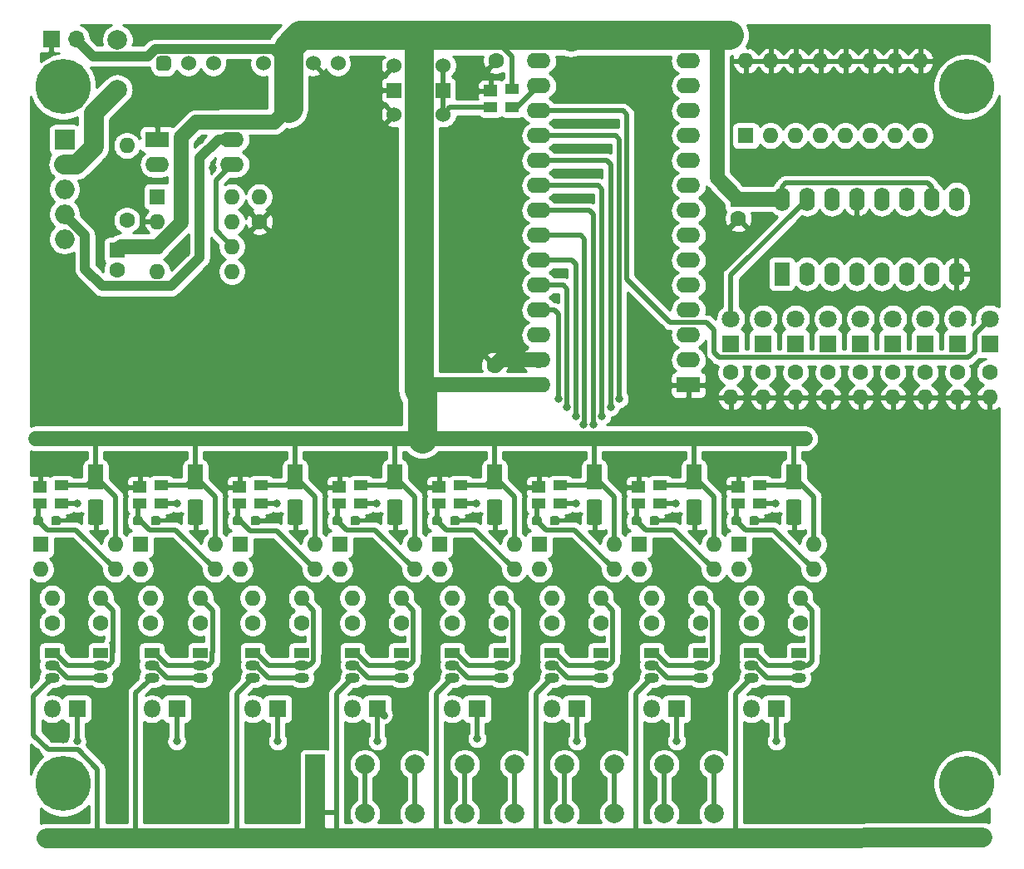
<source format=gtl>
G04 #@! TF.GenerationSoftware,KiCad,Pcbnew,5.1.10-88a1d61d58~90~ubuntu20.04.1*
G04 #@! TF.CreationDate,2022-11-06T15:19:46+00:00*
G04 #@! TF.ProjectId,SIM108,53494d31-3038-42e6-9b69-6361645f7063,221101*
G04 #@! TF.SameCoordinates,Original*
G04 #@! TF.FileFunction,Copper,L1,Top*
G04 #@! TF.FilePolarity,Positive*
%FSLAX46Y46*%
G04 Gerber Fmt 4.6, Leading zero omitted, Abs format (unit mm)*
G04 Created by KiCad (PCBNEW 5.1.10-88a1d61d58~90~ubuntu20.04.1) date 2022-11-06 15:19:46*
%MOMM*%
%LPD*%
G01*
G04 APERTURE LIST*
G04 #@! TA.AperFunction,ComponentPad*
%ADD10C,1.524000*%
G04 #@! TD*
G04 #@! TA.AperFunction,ComponentPad*
%ADD11R,2.000000X2.000000*%
G04 #@! TD*
G04 #@! TA.AperFunction,ComponentPad*
%ADD12C,2.000000*%
G04 #@! TD*
G04 #@! TA.AperFunction,ComponentPad*
%ADD13C,1.600000*%
G04 #@! TD*
G04 #@! TA.AperFunction,ComponentPad*
%ADD14R,1.600000X1.600000*%
G04 #@! TD*
G04 #@! TA.AperFunction,ComponentPad*
%ADD15C,3.600000*%
G04 #@! TD*
G04 #@! TA.AperFunction,ConnectorPad*
%ADD16C,5.600000*%
G04 #@! TD*
G04 #@! TA.AperFunction,ComponentPad*
%ADD17R,1.500000X1.500000*%
G04 #@! TD*
G04 #@! TA.AperFunction,ComponentPad*
%ADD18O,1.600000X1.600000*%
G04 #@! TD*
G04 #@! TA.AperFunction,ComponentPad*
%ADD19R,1.500000X1.050000*%
G04 #@! TD*
G04 #@! TA.AperFunction,ComponentPad*
%ADD20O,1.500000X1.050000*%
G04 #@! TD*
G04 #@! TA.AperFunction,ComponentPad*
%ADD21C,1.800000*%
G04 #@! TD*
G04 #@! TA.AperFunction,ComponentPad*
%ADD22R,1.800000X1.800000*%
G04 #@! TD*
G04 #@! TA.AperFunction,SMDPad,CuDef*
%ADD23R,1.400000X1.000000*%
G04 #@! TD*
G04 #@! TA.AperFunction,SMDPad,CuDef*
%ADD24R,1.400000X1.200000*%
G04 #@! TD*
G04 #@! TA.AperFunction,ComponentPad*
%ADD25O,2.000000X2.000000*%
G04 #@! TD*
G04 #@! TA.AperFunction,ComponentPad*
%ADD26O,1.800000X1.800000*%
G04 #@! TD*
G04 #@! TA.AperFunction,ComponentPad*
%ADD27O,2.400000X1.600000*%
G04 #@! TD*
G04 #@! TA.AperFunction,ComponentPad*
%ADD28R,2.400000X1.600000*%
G04 #@! TD*
G04 #@! TA.AperFunction,ComponentPad*
%ADD29O,1.600000X2.400000*%
G04 #@! TD*
G04 #@! TA.AperFunction,ComponentPad*
%ADD30R,1.600000X2.400000*%
G04 #@! TD*
G04 #@! TA.AperFunction,ComponentPad*
%ADD31O,1.700000X1.700000*%
G04 #@! TD*
G04 #@! TA.AperFunction,ComponentPad*
%ADD32R,1.700000X1.700000*%
G04 #@! TD*
G04 #@! TA.AperFunction,ViaPad*
%ADD33C,0.800000*%
G04 #@! TD*
G04 #@! TA.AperFunction,Conductor*
%ADD34C,1.500000*%
G04 #@! TD*
G04 #@! TA.AperFunction,Conductor*
%ADD35C,0.500000*%
G04 #@! TD*
G04 #@! TA.AperFunction,Conductor*
%ADD36C,3.000000*%
G04 #@! TD*
G04 #@! TA.AperFunction,Conductor*
%ADD37C,2.000000*%
G04 #@! TD*
G04 #@! TA.AperFunction,Conductor*
%ADD38C,1.000000*%
G04 #@! TD*
G04 #@! TA.AperFunction,Conductor*
%ADD39C,0.750000*%
G04 #@! TD*
G04 #@! TA.AperFunction,Conductor*
%ADD40C,0.254000*%
G04 #@! TD*
G04 #@! TA.AperFunction,Conductor*
%ADD41C,0.100000*%
G04 #@! TD*
G04 APERTURE END LIST*
D10*
X57709000Y-29820000D03*
X62709000Y-29820000D03*
X57709000Y-24820000D03*
X62709000Y-24820000D03*
D11*
X49657000Y-101067000D03*
D12*
X54737000Y-101067000D03*
X59817000Y-101067000D03*
X64897000Y-101067000D03*
X69977000Y-101067000D03*
X75057000Y-101067000D03*
X80137000Y-101067000D03*
X85217000Y-101067000D03*
X90297000Y-101067000D03*
X59817000Y-96067000D03*
X90297000Y-96067000D03*
D11*
X49657000Y-96067000D03*
D12*
X80137000Y-96067000D03*
X85217000Y-96067000D03*
X69977000Y-96067000D03*
X54737000Y-96067000D03*
X75057000Y-96067000D03*
X64897000Y-96067000D03*
G04 #@! TA.AperFunction,ComponentPad*
G36*
G01*
X33452000Y-24994000D02*
X33452000Y-24232000D01*
G75*
G02*
X33833000Y-23851000I381000J0D01*
G01*
X34595000Y-23851000D01*
G75*
G02*
X34976000Y-24232000I0J-381000D01*
G01*
X34976000Y-24994000D01*
G75*
G02*
X34595000Y-25375000I-381000J0D01*
G01*
X33833000Y-25375000D01*
G75*
G02*
X33452000Y-24994000I0J381000D01*
G01*
G37*
G04 #@! TD.AperFunction*
D10*
X36754000Y-24613000D03*
X39294000Y-24613000D03*
X44374000Y-24613000D03*
X46914000Y-24613000D03*
X49454000Y-24613000D03*
X51994000Y-24613000D03*
D13*
X68123000Y-24327000D03*
D14*
X68123000Y-22327000D03*
D15*
X116002500Y-97994000D03*
D16*
X116002500Y-97994000D03*
X24002500Y-97994000D03*
D15*
X24002500Y-97994000D03*
D17*
X57721500Y-27343500D03*
X62674500Y-27343500D03*
D18*
X115125500Y-58649000D03*
D13*
X115125500Y-56109000D03*
D18*
X111823500Y-58649000D03*
D13*
X111823500Y-56109000D03*
D18*
X108521500Y-58649000D03*
D13*
X108521500Y-56109000D03*
D18*
X105219500Y-58649000D03*
D13*
X105219500Y-56109000D03*
D18*
X101917500Y-58649000D03*
D13*
X101917500Y-56109000D03*
D18*
X98615500Y-58649000D03*
D13*
X98615500Y-56109000D03*
D18*
X95313500Y-58649000D03*
D13*
X95313500Y-56109000D03*
D18*
X92011500Y-58649000D03*
D13*
X92011500Y-56109000D03*
D19*
X83947000Y-84684000D03*
D20*
X83947000Y-87224000D03*
X83947000Y-85954000D03*
D18*
X43993000Y-38202000D03*
D13*
X43993000Y-40742000D03*
X67945000Y-55379000D03*
D14*
X67945000Y-57379000D03*
D18*
X118364000Y-58649000D03*
D13*
X118364000Y-56109000D03*
D21*
X118364000Y-50648000D03*
D22*
X118364000Y-53188000D03*
G04 #@! TA.AperFunction,SMDPad,CuDef*
G36*
G01*
X93897000Y-71459500D02*
X93897000Y-70984500D01*
G75*
G02*
X94134500Y-70747000I237500J0D01*
G01*
X94634500Y-70747000D01*
G75*
G02*
X94872000Y-70984500I0J-237500D01*
G01*
X94872000Y-71459500D01*
G75*
G02*
X94634500Y-71697000I-237500J0D01*
G01*
X94134500Y-71697000D01*
G75*
G02*
X93897000Y-71459500I0J237500D01*
G01*
G37*
G04 #@! TD.AperFunction*
G04 #@! TA.AperFunction,SMDPad,CuDef*
G36*
G01*
X92072000Y-71459500D02*
X92072000Y-70984500D01*
G75*
G02*
X92309500Y-70747000I237500J0D01*
G01*
X92809500Y-70747000D01*
G75*
G02*
X93047000Y-70984500I0J-237500D01*
G01*
X93047000Y-71459500D01*
G75*
G02*
X92809500Y-71697000I-237500J0D01*
G01*
X92309500Y-71697000D01*
G75*
G02*
X92072000Y-71459500I0J237500D01*
G01*
G37*
G04 #@! TD.AperFunction*
G04 #@! TA.AperFunction,SMDPad,CuDef*
G36*
G01*
X32937000Y-71459500D02*
X32937000Y-70984500D01*
G75*
G02*
X33174500Y-70747000I237500J0D01*
G01*
X33674500Y-70747000D01*
G75*
G02*
X33912000Y-70984500I0J-237500D01*
G01*
X33912000Y-71459500D01*
G75*
G02*
X33674500Y-71697000I-237500J0D01*
G01*
X33174500Y-71697000D01*
G75*
G02*
X32937000Y-71459500I0J237500D01*
G01*
G37*
G04 #@! TD.AperFunction*
G04 #@! TA.AperFunction,SMDPad,CuDef*
G36*
G01*
X31112000Y-71459500D02*
X31112000Y-70984500D01*
G75*
G02*
X31349500Y-70747000I237500J0D01*
G01*
X31849500Y-70747000D01*
G75*
G02*
X32087000Y-70984500I0J-237500D01*
G01*
X32087000Y-71459500D01*
G75*
G02*
X31849500Y-71697000I-237500J0D01*
G01*
X31349500Y-71697000D01*
G75*
G02*
X31112000Y-71459500I0J237500D01*
G01*
G37*
G04 #@! TD.AperFunction*
G04 #@! TA.AperFunction,SMDPad,CuDef*
G36*
G01*
X83737000Y-71459500D02*
X83737000Y-70984500D01*
G75*
G02*
X83974500Y-70747000I237500J0D01*
G01*
X84474500Y-70747000D01*
G75*
G02*
X84712000Y-70984500I0J-237500D01*
G01*
X84712000Y-71459500D01*
G75*
G02*
X84474500Y-71697000I-237500J0D01*
G01*
X83974500Y-71697000D01*
G75*
G02*
X83737000Y-71459500I0J237500D01*
G01*
G37*
G04 #@! TD.AperFunction*
G04 #@! TA.AperFunction,SMDPad,CuDef*
G36*
G01*
X81912000Y-71459500D02*
X81912000Y-70984500D01*
G75*
G02*
X82149500Y-70747000I237500J0D01*
G01*
X82649500Y-70747000D01*
G75*
G02*
X82887000Y-70984500I0J-237500D01*
G01*
X82887000Y-71459500D01*
G75*
G02*
X82649500Y-71697000I-237500J0D01*
G01*
X82149500Y-71697000D01*
G75*
G02*
X81912000Y-71459500I0J237500D01*
G01*
G37*
G04 #@! TD.AperFunction*
G04 #@! TA.AperFunction,SMDPad,CuDef*
G36*
G01*
X73577000Y-71459500D02*
X73577000Y-70984500D01*
G75*
G02*
X73814500Y-70747000I237500J0D01*
G01*
X74314500Y-70747000D01*
G75*
G02*
X74552000Y-70984500I0J-237500D01*
G01*
X74552000Y-71459500D01*
G75*
G02*
X74314500Y-71697000I-237500J0D01*
G01*
X73814500Y-71697000D01*
G75*
G02*
X73577000Y-71459500I0J237500D01*
G01*
G37*
G04 #@! TD.AperFunction*
G04 #@! TA.AperFunction,SMDPad,CuDef*
G36*
G01*
X71752000Y-71459500D02*
X71752000Y-70984500D01*
G75*
G02*
X71989500Y-70747000I237500J0D01*
G01*
X72489500Y-70747000D01*
G75*
G02*
X72727000Y-70984500I0J-237500D01*
G01*
X72727000Y-71459500D01*
G75*
G02*
X72489500Y-71697000I-237500J0D01*
G01*
X71989500Y-71697000D01*
G75*
G02*
X71752000Y-71459500I0J237500D01*
G01*
G37*
G04 #@! TD.AperFunction*
G04 #@! TA.AperFunction,SMDPad,CuDef*
G36*
G01*
X63417000Y-71459500D02*
X63417000Y-70984500D01*
G75*
G02*
X63654500Y-70747000I237500J0D01*
G01*
X64154500Y-70747000D01*
G75*
G02*
X64392000Y-70984500I0J-237500D01*
G01*
X64392000Y-71459500D01*
G75*
G02*
X64154500Y-71697000I-237500J0D01*
G01*
X63654500Y-71697000D01*
G75*
G02*
X63417000Y-71459500I0J237500D01*
G01*
G37*
G04 #@! TD.AperFunction*
G04 #@! TA.AperFunction,SMDPad,CuDef*
G36*
G01*
X61592000Y-71459500D02*
X61592000Y-70984500D01*
G75*
G02*
X61829500Y-70747000I237500J0D01*
G01*
X62329500Y-70747000D01*
G75*
G02*
X62567000Y-70984500I0J-237500D01*
G01*
X62567000Y-71459500D01*
G75*
G02*
X62329500Y-71697000I-237500J0D01*
G01*
X61829500Y-71697000D01*
G75*
G02*
X61592000Y-71459500I0J237500D01*
G01*
G37*
G04 #@! TD.AperFunction*
G04 #@! TA.AperFunction,SMDPad,CuDef*
G36*
G01*
X53257000Y-71459500D02*
X53257000Y-70984500D01*
G75*
G02*
X53494500Y-70747000I237500J0D01*
G01*
X53994500Y-70747000D01*
G75*
G02*
X54232000Y-70984500I0J-237500D01*
G01*
X54232000Y-71459500D01*
G75*
G02*
X53994500Y-71697000I-237500J0D01*
G01*
X53494500Y-71697000D01*
G75*
G02*
X53257000Y-71459500I0J237500D01*
G01*
G37*
G04 #@! TD.AperFunction*
G04 #@! TA.AperFunction,SMDPad,CuDef*
G36*
G01*
X51432000Y-71459500D02*
X51432000Y-70984500D01*
G75*
G02*
X51669500Y-70747000I237500J0D01*
G01*
X52169500Y-70747000D01*
G75*
G02*
X52407000Y-70984500I0J-237500D01*
G01*
X52407000Y-71459500D01*
G75*
G02*
X52169500Y-71697000I-237500J0D01*
G01*
X51669500Y-71697000D01*
G75*
G02*
X51432000Y-71459500I0J237500D01*
G01*
G37*
G04 #@! TD.AperFunction*
G04 #@! TA.AperFunction,SMDPad,CuDef*
G36*
G01*
X43097000Y-71459500D02*
X43097000Y-70984500D01*
G75*
G02*
X43334500Y-70747000I237500J0D01*
G01*
X43834500Y-70747000D01*
G75*
G02*
X44072000Y-70984500I0J-237500D01*
G01*
X44072000Y-71459500D01*
G75*
G02*
X43834500Y-71697000I-237500J0D01*
G01*
X43334500Y-71697000D01*
G75*
G02*
X43097000Y-71459500I0J237500D01*
G01*
G37*
G04 #@! TD.AperFunction*
G04 #@! TA.AperFunction,SMDPad,CuDef*
G36*
G01*
X41272000Y-71459500D02*
X41272000Y-70984500D01*
G75*
G02*
X41509500Y-70747000I237500J0D01*
G01*
X42009500Y-70747000D01*
G75*
G02*
X42247000Y-70984500I0J-237500D01*
G01*
X42247000Y-71459500D01*
G75*
G02*
X42009500Y-71697000I-237500J0D01*
G01*
X41509500Y-71697000D01*
G75*
G02*
X41272000Y-71459500I0J237500D01*
G01*
G37*
G04 #@! TD.AperFunction*
G04 #@! TA.AperFunction,SMDPad,CuDef*
G36*
G01*
X22777000Y-71459500D02*
X22777000Y-70984500D01*
G75*
G02*
X23014500Y-70747000I237500J0D01*
G01*
X23514500Y-70747000D01*
G75*
G02*
X23752000Y-70984500I0J-237500D01*
G01*
X23752000Y-71459500D01*
G75*
G02*
X23514500Y-71697000I-237500J0D01*
G01*
X23014500Y-71697000D01*
G75*
G02*
X22777000Y-71459500I0J237500D01*
G01*
G37*
G04 #@! TD.AperFunction*
G04 #@! TA.AperFunction,SMDPad,CuDef*
G36*
G01*
X20952000Y-71459500D02*
X20952000Y-70984500D01*
G75*
G02*
X21189500Y-70747000I237500J0D01*
G01*
X21689500Y-70747000D01*
G75*
G02*
X21927000Y-70984500I0J-237500D01*
G01*
X21927000Y-71459500D01*
G75*
G02*
X21689500Y-71697000I-237500J0D01*
G01*
X21189500Y-71697000D01*
G75*
G02*
X20952000Y-71459500I0J237500D01*
G01*
G37*
G04 #@! TD.AperFunction*
G04 #@! TA.AperFunction,SMDPad,CuDef*
G36*
G01*
X97875000Y-69055000D02*
X98975000Y-69055000D01*
G75*
G02*
X99225000Y-69305000I0J-250000D01*
G01*
X99225000Y-71405000D01*
G75*
G02*
X98975000Y-71655000I-250000J0D01*
G01*
X97875000Y-71655000D01*
G75*
G02*
X97625000Y-71405000I0J250000D01*
G01*
X97625000Y-69305000D01*
G75*
G02*
X97875000Y-69055000I250000J0D01*
G01*
G37*
G04 #@! TD.AperFunction*
G04 #@! TA.AperFunction,SMDPad,CuDef*
G36*
G01*
X97875000Y-65455000D02*
X98975000Y-65455000D01*
G75*
G02*
X99225000Y-65705000I0J-250000D01*
G01*
X99225000Y-67805000D01*
G75*
G02*
X98975000Y-68055000I-250000J0D01*
G01*
X97875000Y-68055000D01*
G75*
G02*
X97625000Y-67805000I0J250000D01*
G01*
X97625000Y-65705000D01*
G75*
G02*
X97875000Y-65455000I250000J0D01*
G01*
G37*
G04 #@! TD.AperFunction*
G04 #@! TA.AperFunction,SMDPad,CuDef*
G36*
G01*
X87715000Y-69055000D02*
X88815000Y-69055000D01*
G75*
G02*
X89065000Y-69305000I0J-250000D01*
G01*
X89065000Y-71405000D01*
G75*
G02*
X88815000Y-71655000I-250000J0D01*
G01*
X87715000Y-71655000D01*
G75*
G02*
X87465000Y-71405000I0J250000D01*
G01*
X87465000Y-69305000D01*
G75*
G02*
X87715000Y-69055000I250000J0D01*
G01*
G37*
G04 #@! TD.AperFunction*
G04 #@! TA.AperFunction,SMDPad,CuDef*
G36*
G01*
X87715000Y-65455000D02*
X88815000Y-65455000D01*
G75*
G02*
X89065000Y-65705000I0J-250000D01*
G01*
X89065000Y-67805000D01*
G75*
G02*
X88815000Y-68055000I-250000J0D01*
G01*
X87715000Y-68055000D01*
G75*
G02*
X87465000Y-67805000I0J250000D01*
G01*
X87465000Y-65705000D01*
G75*
G02*
X87715000Y-65455000I250000J0D01*
G01*
G37*
G04 #@! TD.AperFunction*
G04 #@! TA.AperFunction,SMDPad,CuDef*
G36*
G01*
X77555000Y-69055000D02*
X78655000Y-69055000D01*
G75*
G02*
X78905000Y-69305000I0J-250000D01*
G01*
X78905000Y-71405000D01*
G75*
G02*
X78655000Y-71655000I-250000J0D01*
G01*
X77555000Y-71655000D01*
G75*
G02*
X77305000Y-71405000I0J250000D01*
G01*
X77305000Y-69305000D01*
G75*
G02*
X77555000Y-69055000I250000J0D01*
G01*
G37*
G04 #@! TD.AperFunction*
G04 #@! TA.AperFunction,SMDPad,CuDef*
G36*
G01*
X77555000Y-65455000D02*
X78655000Y-65455000D01*
G75*
G02*
X78905000Y-65705000I0J-250000D01*
G01*
X78905000Y-67805000D01*
G75*
G02*
X78655000Y-68055000I-250000J0D01*
G01*
X77555000Y-68055000D01*
G75*
G02*
X77305000Y-67805000I0J250000D01*
G01*
X77305000Y-65705000D01*
G75*
G02*
X77555000Y-65455000I250000J0D01*
G01*
G37*
G04 #@! TD.AperFunction*
G04 #@! TA.AperFunction,SMDPad,CuDef*
G36*
G01*
X57235000Y-69055000D02*
X58335000Y-69055000D01*
G75*
G02*
X58585000Y-69305000I0J-250000D01*
G01*
X58585000Y-71405000D01*
G75*
G02*
X58335000Y-71655000I-250000J0D01*
G01*
X57235000Y-71655000D01*
G75*
G02*
X56985000Y-71405000I0J250000D01*
G01*
X56985000Y-69305000D01*
G75*
G02*
X57235000Y-69055000I250000J0D01*
G01*
G37*
G04 #@! TD.AperFunction*
G04 #@! TA.AperFunction,SMDPad,CuDef*
G36*
G01*
X57235000Y-65455000D02*
X58335000Y-65455000D01*
G75*
G02*
X58585000Y-65705000I0J-250000D01*
G01*
X58585000Y-67805000D01*
G75*
G02*
X58335000Y-68055000I-250000J0D01*
G01*
X57235000Y-68055000D01*
G75*
G02*
X56985000Y-67805000I0J250000D01*
G01*
X56985000Y-65705000D01*
G75*
G02*
X57235000Y-65455000I250000J0D01*
G01*
G37*
G04 #@! TD.AperFunction*
G04 #@! TA.AperFunction,SMDPad,CuDef*
G36*
G01*
X67395000Y-69055000D02*
X68495000Y-69055000D01*
G75*
G02*
X68745000Y-69305000I0J-250000D01*
G01*
X68745000Y-71405000D01*
G75*
G02*
X68495000Y-71655000I-250000J0D01*
G01*
X67395000Y-71655000D01*
G75*
G02*
X67145000Y-71405000I0J250000D01*
G01*
X67145000Y-69305000D01*
G75*
G02*
X67395000Y-69055000I250000J0D01*
G01*
G37*
G04 #@! TD.AperFunction*
G04 #@! TA.AperFunction,SMDPad,CuDef*
G36*
G01*
X67395000Y-65455000D02*
X68495000Y-65455000D01*
G75*
G02*
X68745000Y-65705000I0J-250000D01*
G01*
X68745000Y-67805000D01*
G75*
G02*
X68495000Y-68055000I-250000J0D01*
G01*
X67395000Y-68055000D01*
G75*
G02*
X67145000Y-67805000I0J250000D01*
G01*
X67145000Y-65705000D01*
G75*
G02*
X67395000Y-65455000I250000J0D01*
G01*
G37*
G04 #@! TD.AperFunction*
G04 #@! TA.AperFunction,SMDPad,CuDef*
G36*
G01*
X47075000Y-69055000D02*
X48175000Y-69055000D01*
G75*
G02*
X48425000Y-69305000I0J-250000D01*
G01*
X48425000Y-71405000D01*
G75*
G02*
X48175000Y-71655000I-250000J0D01*
G01*
X47075000Y-71655000D01*
G75*
G02*
X46825000Y-71405000I0J250000D01*
G01*
X46825000Y-69305000D01*
G75*
G02*
X47075000Y-69055000I250000J0D01*
G01*
G37*
G04 #@! TD.AperFunction*
G04 #@! TA.AperFunction,SMDPad,CuDef*
G36*
G01*
X47075000Y-65455000D02*
X48175000Y-65455000D01*
G75*
G02*
X48425000Y-65705000I0J-250000D01*
G01*
X48425000Y-67805000D01*
G75*
G02*
X48175000Y-68055000I-250000J0D01*
G01*
X47075000Y-68055000D01*
G75*
G02*
X46825000Y-67805000I0J250000D01*
G01*
X46825000Y-65705000D01*
G75*
G02*
X47075000Y-65455000I250000J0D01*
G01*
G37*
G04 #@! TD.AperFunction*
G04 #@! TA.AperFunction,SMDPad,CuDef*
G36*
G01*
X36915000Y-69055000D02*
X38015000Y-69055000D01*
G75*
G02*
X38265000Y-69305000I0J-250000D01*
G01*
X38265000Y-71405000D01*
G75*
G02*
X38015000Y-71655000I-250000J0D01*
G01*
X36915000Y-71655000D01*
G75*
G02*
X36665000Y-71405000I0J250000D01*
G01*
X36665000Y-69305000D01*
G75*
G02*
X36915000Y-69055000I250000J0D01*
G01*
G37*
G04 #@! TD.AperFunction*
G04 #@! TA.AperFunction,SMDPad,CuDef*
G36*
G01*
X36915000Y-65455000D02*
X38015000Y-65455000D01*
G75*
G02*
X38265000Y-65705000I0J-250000D01*
G01*
X38265000Y-67805000D01*
G75*
G02*
X38015000Y-68055000I-250000J0D01*
G01*
X36915000Y-68055000D01*
G75*
G02*
X36665000Y-67805000I0J250000D01*
G01*
X36665000Y-65705000D01*
G75*
G02*
X36915000Y-65455000I250000J0D01*
G01*
G37*
G04 #@! TD.AperFunction*
G04 #@! TA.AperFunction,SMDPad,CuDef*
G36*
G01*
X26755000Y-69055000D02*
X27855000Y-69055000D01*
G75*
G02*
X28105000Y-69305000I0J-250000D01*
G01*
X28105000Y-71405000D01*
G75*
G02*
X27855000Y-71655000I-250000J0D01*
G01*
X26755000Y-71655000D01*
G75*
G02*
X26505000Y-71405000I0J250000D01*
G01*
X26505000Y-69305000D01*
G75*
G02*
X26755000Y-69055000I250000J0D01*
G01*
G37*
G04 #@! TD.AperFunction*
G04 #@! TA.AperFunction,SMDPad,CuDef*
G36*
G01*
X26755000Y-65455000D02*
X27855000Y-65455000D01*
G75*
G02*
X28105000Y-65705000I0J-250000D01*
G01*
X28105000Y-67805000D01*
G75*
G02*
X27855000Y-68055000I-250000J0D01*
G01*
X26755000Y-68055000D01*
G75*
G02*
X26505000Y-67805000I0J250000D01*
G01*
X26505000Y-65705000D01*
G75*
G02*
X26755000Y-65455000I250000J0D01*
G01*
G37*
G04 #@! TD.AperFunction*
D23*
X94953000Y-67605000D03*
X94953000Y-69505000D03*
X92753000Y-69505000D03*
D24*
X92753000Y-67785000D03*
D23*
X84793000Y-67605000D03*
X84793000Y-69505000D03*
X82593000Y-69505000D03*
D24*
X82593000Y-67785000D03*
D23*
X74633000Y-67605000D03*
X74633000Y-69505000D03*
X72433000Y-69505000D03*
D24*
X72433000Y-67785000D03*
D23*
X64473000Y-67605000D03*
X64473000Y-69505000D03*
X62273000Y-69505000D03*
D24*
X62273000Y-67785000D03*
D23*
X54313000Y-67605000D03*
X54313000Y-69505000D03*
X52113000Y-69505000D03*
D24*
X52113000Y-67785000D03*
D23*
X44153000Y-67605000D03*
X44153000Y-69505000D03*
X41953000Y-69505000D03*
D24*
X41953000Y-67785000D03*
D23*
X33993000Y-67605000D03*
X33993000Y-69505000D03*
X31793000Y-69505000D03*
D24*
X31793000Y-67785000D03*
D23*
X23833000Y-67605000D03*
X23833000Y-69505000D03*
X21633000Y-69505000D03*
D24*
X21633000Y-67785000D03*
D18*
X80137000Y-73635000D03*
X72517000Y-76175000D03*
X80137000Y-76175000D03*
D14*
X72517000Y-73635000D03*
D18*
X100457000Y-73635000D03*
X92837000Y-76175000D03*
X100457000Y-76175000D03*
D14*
X92837000Y-73635000D03*
D18*
X90297000Y-73635000D03*
X82677000Y-76175000D03*
X90297000Y-76175000D03*
D14*
X82677000Y-73635000D03*
D18*
X69977000Y-73635000D03*
X62357000Y-76175000D03*
X69977000Y-76175000D03*
D14*
X62357000Y-73635000D03*
D18*
X59817000Y-73635000D03*
X52197000Y-76175000D03*
X59817000Y-76175000D03*
D14*
X52197000Y-73635000D03*
D18*
X49657000Y-73635000D03*
X42037000Y-76175000D03*
X49657000Y-76175000D03*
D14*
X42037000Y-73635000D03*
D18*
X39497000Y-73635000D03*
X31877000Y-76175000D03*
X39497000Y-76175000D03*
D14*
X31877000Y-73635000D03*
D18*
X29337000Y-73635000D03*
X21717000Y-76175000D03*
X29337000Y-76175000D03*
D14*
X21717000Y-73635000D03*
D18*
X94107000Y-79096000D03*
D13*
X94107000Y-81636000D03*
D18*
X99060000Y-79096000D03*
D13*
X99060000Y-81636000D03*
D18*
X83947000Y-79096000D03*
D13*
X83947000Y-81636000D03*
D18*
X88900000Y-79096000D03*
D13*
X88900000Y-81636000D03*
D18*
X73787000Y-79096000D03*
D13*
X73787000Y-81636000D03*
D18*
X78740000Y-79096000D03*
D13*
X78740000Y-81636000D03*
D18*
X63627000Y-79096000D03*
D13*
X63627000Y-81636000D03*
D18*
X68580000Y-79096000D03*
D13*
X68580000Y-81636000D03*
D18*
X53467000Y-79096000D03*
D13*
X53467000Y-81636000D03*
D18*
X58420000Y-79096000D03*
D13*
X58420000Y-81636000D03*
D18*
X43307000Y-79096000D03*
D13*
X43307000Y-81636000D03*
D18*
X48260000Y-79096000D03*
D13*
X48260000Y-81636000D03*
D18*
X32893000Y-79096000D03*
D13*
X32893000Y-81636000D03*
D18*
X37973000Y-79096000D03*
D13*
X37973000Y-81636000D03*
D18*
X22860000Y-79096000D03*
D13*
X22860000Y-81636000D03*
D18*
X27813000Y-79096000D03*
D13*
X27813000Y-81636000D03*
D18*
X30480000Y-32995000D03*
D13*
X30480000Y-40615000D03*
D19*
X98933000Y-84684000D03*
D20*
X98933000Y-87224000D03*
X98933000Y-85954000D03*
D19*
X94107000Y-84684000D03*
D20*
X94107000Y-87224000D03*
X94107000Y-85954000D03*
D19*
X88900000Y-84684000D03*
D20*
X88900000Y-87224000D03*
X88900000Y-85954000D03*
D19*
X78740000Y-84684000D03*
D20*
X78740000Y-87224000D03*
X78740000Y-85954000D03*
D19*
X73787000Y-84684000D03*
D20*
X73787000Y-87224000D03*
X73787000Y-85954000D03*
D19*
X68580000Y-84684000D03*
D20*
X68580000Y-87224000D03*
X68580000Y-85954000D03*
D19*
X63627000Y-84684000D03*
D20*
X63627000Y-87224000D03*
X63627000Y-85954000D03*
D19*
X58420000Y-84684000D03*
D20*
X58420000Y-87224000D03*
X58420000Y-85954000D03*
D19*
X53467000Y-84684000D03*
D20*
X53467000Y-87224000D03*
X53467000Y-85954000D03*
D19*
X48260000Y-84684000D03*
D20*
X48260000Y-87224000D03*
X48260000Y-85954000D03*
D19*
X43307000Y-84684000D03*
D20*
X43307000Y-87224000D03*
X43307000Y-85954000D03*
D19*
X37973000Y-84684000D03*
D20*
X37973000Y-87224000D03*
X37973000Y-85954000D03*
D19*
X33020000Y-84684000D03*
D20*
X33020000Y-87224000D03*
X33020000Y-85954000D03*
D19*
X27813000Y-84684000D03*
D20*
X27813000Y-87224000D03*
X27813000Y-85954000D03*
D19*
X22860000Y-84684000D03*
D20*
X22860000Y-87224000D03*
X22860000Y-85954000D03*
D25*
X24130000Y-42520000D03*
X24130000Y-39980000D03*
X24130000Y-37440000D03*
X24130000Y-34900000D03*
D11*
X24130000Y-32360000D03*
D26*
X94107000Y-90399000D03*
D22*
X96647000Y-90399000D03*
D26*
X83947000Y-90399000D03*
D22*
X86487000Y-90399000D03*
D26*
X73787000Y-90399000D03*
D22*
X76327000Y-90399000D03*
D26*
X63627000Y-90399000D03*
D22*
X66167000Y-90399000D03*
D26*
X53467000Y-90399000D03*
D22*
X56007000Y-90399000D03*
D26*
X43307000Y-90399000D03*
D22*
X45847000Y-90399000D03*
D26*
X33020000Y-90399000D03*
D22*
X35560000Y-90399000D03*
D26*
X22860000Y-90399000D03*
D22*
X25400000Y-90399000D03*
D23*
X69731000Y-27219000D03*
X69731000Y-29119000D03*
X67531000Y-29119000D03*
D24*
X67531000Y-27399000D03*
D13*
X29515000Y-45663000D03*
D14*
X29515000Y-43663000D03*
D13*
X92761000Y-40456000D03*
D14*
X92761000Y-38456000D03*
D27*
X72441000Y-57379000D03*
X87681000Y-24359000D03*
X72441000Y-54839000D03*
X87681000Y-26899000D03*
X72441000Y-52299000D03*
X87681000Y-29439000D03*
X72441000Y-49759000D03*
X87681000Y-31979000D03*
X72441000Y-47219000D03*
X87681000Y-34519000D03*
X72441000Y-44679000D03*
X87681000Y-37059000D03*
X72441000Y-42139000D03*
X87681000Y-39599000D03*
X72441000Y-39599000D03*
X87681000Y-42139000D03*
X72441000Y-37059000D03*
X87681000Y-44679000D03*
X72441000Y-34519000D03*
X87681000Y-47219000D03*
X72441000Y-31979000D03*
X87681000Y-49759000D03*
X72441000Y-29439000D03*
X87681000Y-52299000D03*
X72441000Y-26899000D03*
X87681000Y-54839000D03*
X72441000Y-24359000D03*
D28*
X87681000Y-57379000D03*
D18*
X93523000Y-24359000D03*
X111303000Y-31979000D03*
X96063000Y-24359000D03*
X108763000Y-31979000D03*
X98603000Y-24359000D03*
X106223000Y-31979000D03*
X101143000Y-24359000D03*
X103683000Y-31979000D03*
X103683000Y-24359000D03*
X101143000Y-31979000D03*
X106223000Y-24359000D03*
X98603000Y-31979000D03*
X108763000Y-24359000D03*
X96063000Y-31979000D03*
X111303000Y-24359000D03*
D14*
X93523000Y-31979000D03*
D21*
X115113000Y-50648000D03*
D22*
X115113000Y-53188000D03*
D21*
X111811000Y-50648000D03*
D22*
X111811000Y-53188000D03*
D29*
X97206000Y-38456000D03*
X114986000Y-46076000D03*
X99746000Y-38456000D03*
X112446000Y-46076000D03*
X102286000Y-38456000D03*
X109906000Y-46076000D03*
X104826000Y-38456000D03*
X107366000Y-46076000D03*
X107366000Y-38456000D03*
X104826000Y-46076000D03*
X109906000Y-38456000D03*
X102286000Y-46076000D03*
X112446000Y-38456000D03*
X99746000Y-46076000D03*
X114986000Y-38456000D03*
D30*
X97206000Y-46076000D03*
D21*
X108509000Y-50648000D03*
D22*
X108509000Y-53188000D03*
D21*
X105207000Y-50648000D03*
D22*
X105207000Y-53188000D03*
D27*
X41199000Y-32360000D03*
X33579000Y-34900000D03*
X41199000Y-34900000D03*
D28*
X33579000Y-32360000D03*
D15*
X23995000Y-26999000D03*
D16*
X23995000Y-26999000D03*
X115995000Y-26999000D03*
D15*
X115995000Y-26999000D03*
D21*
X101905000Y-50648000D03*
D22*
X101905000Y-53188000D03*
D21*
X98603000Y-50648000D03*
D22*
X98603000Y-53188000D03*
D21*
X95301000Y-50648000D03*
D22*
X95301000Y-53188000D03*
D21*
X91999000Y-50648000D03*
D22*
X91999000Y-53188000D03*
D18*
X41199000Y-38202000D03*
X33579000Y-45822000D03*
X41199000Y-40742000D03*
X33579000Y-43282000D03*
X41199000Y-43282000D03*
X33579000Y-40742000D03*
X41199000Y-45822000D03*
D14*
X33579000Y-38202000D03*
D31*
X25324000Y-22098000D03*
D32*
X22784000Y-22098000D03*
D12*
X29525000Y-22200000D03*
X29515000Y-27280000D03*
D33*
X68326000Y-72746000D03*
X78486000Y-72746000D03*
X88646000Y-72746000D03*
X98806000Y-72746000D03*
X53213000Y-65380000D03*
X58166000Y-72746000D03*
X63373000Y-65380000D03*
X73533000Y-65380000D03*
X76200000Y-70841000D03*
X83693000Y-65380000D03*
X86360000Y-70841000D03*
X93853000Y-65380000D03*
X96520000Y-70841000D03*
X66040000Y-70841000D03*
X43053000Y-65380000D03*
X32893000Y-65380000D03*
X45720000Y-70841000D03*
X35560000Y-70841000D03*
X24130000Y-45568000D03*
X43942000Y-35027000D03*
X42037000Y-21692000D03*
X35941000Y-43790000D03*
X37973000Y-32487000D03*
X39243000Y-35281000D03*
X27305000Y-22073000D03*
X94742000Y-46076000D03*
X96901000Y-49505000D03*
X100203000Y-49505000D03*
X103505000Y-49505000D03*
X106807000Y-49505000D03*
X110109000Y-49505000D03*
X113411000Y-49505000D03*
X108585000Y-40107000D03*
X30099000Y-35281000D03*
X110045500Y-33185500D03*
X107505500Y-33249000D03*
X104965500Y-33249000D03*
X102425500Y-33249000D03*
X99885500Y-33249000D03*
X83566000Y-42139000D03*
X74168000Y-33249000D03*
X74168000Y-35789000D03*
X74168000Y-38329000D03*
X74168000Y-45949000D03*
X74168000Y-48489000D03*
X22733000Y-65380000D03*
X25400000Y-70841000D03*
X27686000Y-72746000D03*
X37846000Y-72746000D03*
X48006000Y-72746000D03*
X55880000Y-70841000D03*
X89027000Y-90399000D03*
X99187000Y-90399000D03*
X78867000Y-90399000D03*
X48387000Y-90399000D03*
X38100000Y-90399000D03*
X27940000Y-90399000D03*
X68707000Y-90399000D03*
X58547000Y-90399000D03*
X94488000Y-77064000D03*
X84328000Y-77064000D03*
X74168000Y-77064000D03*
X64008000Y-77064000D03*
X53848000Y-77064000D03*
X43688000Y-77064000D03*
X33528000Y-77064000D03*
X23368000Y-77064000D03*
X74041000Y-30709000D03*
X74041000Y-28169000D03*
X74041000Y-25629000D03*
X95123000Y-40615000D03*
X112649000Y-33122000D03*
X99441000Y-40615000D03*
X97663000Y-42393000D03*
X26200000Y-101600000D03*
X21300000Y-94800000D03*
X24000000Y-93500000D03*
X25400000Y-93701000D03*
X35560000Y-93701000D03*
X45847000Y-93701000D03*
X56007000Y-93701000D03*
X66167000Y-93447000D03*
X76327000Y-93701000D03*
X86487000Y-93701000D03*
X96647000Y-93701000D03*
X74422000Y-58776000D03*
X25400000Y-69444000D03*
X75311000Y-59665000D03*
X35560000Y-69444000D03*
X76200000Y-60554000D03*
X45720000Y-69444000D03*
X76962000Y-61443000D03*
X55880000Y-69444000D03*
X77978000Y-61443000D03*
X66040000Y-69444000D03*
X78867000Y-60554000D03*
X76200000Y-69444000D03*
X79756000Y-59665000D03*
X86360000Y-69444000D03*
X80645000Y-58776000D03*
X96520000Y-69444000D03*
D34*
X72401000Y-54879000D02*
X72441000Y-54839000D01*
X68536000Y-54839000D02*
X67996000Y-55379000D01*
X72441000Y-54839000D02*
X68536000Y-54839000D01*
D35*
X37742000Y-70968000D02*
X37785000Y-70925000D01*
D36*
X46914000Y-22962000D02*
X48126990Y-21749010D01*
X46914000Y-24613000D02*
X46914000Y-22962000D01*
D34*
X74981000Y-22314020D02*
X75546010Y-21749010D01*
X46914000Y-24613000D02*
X46914000Y-26264000D01*
D36*
X69081990Y-21749010D02*
X75546010Y-21749010D01*
D34*
X68504000Y-22327000D02*
X69081990Y-21749010D01*
D36*
X64370010Y-21749010D02*
X69081990Y-21749010D01*
D34*
X29896000Y-43282000D02*
X29515000Y-43663000D01*
X33579000Y-43282000D02*
X29896000Y-43282000D01*
D35*
X112446000Y-37186000D02*
X112446000Y-38456000D01*
X112065990Y-36805990D02*
X112446000Y-37186000D01*
X97587990Y-36805990D02*
X112065990Y-36805990D01*
X97587000Y-36805000D02*
X97587990Y-36805990D01*
X97206000Y-37186000D02*
X97587000Y-36805000D01*
X97206000Y-38456000D02*
X97206000Y-37186000D01*
D34*
X91306990Y-21749010D02*
X90602000Y-22454000D01*
X91802010Y-21749010D02*
X91306990Y-21749010D01*
X90602000Y-22949020D02*
X91802010Y-21749010D01*
X90602000Y-36297000D02*
X90602000Y-22949020D01*
X92761000Y-38456000D02*
X90602000Y-36297000D01*
X92761000Y-38456000D02*
X97206000Y-38456000D01*
X35992000Y-40869000D02*
X33579000Y-43282000D01*
X35992000Y-32161980D02*
X35992000Y-40869000D01*
X37543990Y-30609990D02*
X35992000Y-32161980D01*
X42215000Y-30582000D02*
X37543990Y-30609990D01*
X45517000Y-30582000D02*
X46914000Y-29185000D01*
X42215000Y-30582000D02*
X45517000Y-30582000D01*
D36*
X46914000Y-24613000D02*
X46914000Y-29185000D01*
D34*
X64694000Y-22073000D02*
X64370010Y-21749010D01*
D35*
X69731000Y-23935000D02*
X68123000Y-22327000D01*
X69731000Y-27219000D02*
X69731000Y-23935000D01*
D36*
X60953990Y-21749010D02*
X64370010Y-21749010D01*
D34*
X60249000Y-22454000D02*
X60953990Y-21749010D01*
D36*
X48126990Y-21749010D02*
X60953990Y-21749010D01*
D34*
X67945000Y-57379000D02*
X72441000Y-57379000D01*
D36*
X75546010Y-21749010D02*
X75692000Y-21895000D01*
D35*
X30861000Y-63221000D02*
X30480000Y-62840000D01*
D34*
X30480000Y-62840000D02*
X30099000Y-62840000D01*
D35*
X28956000Y-63094000D02*
X28702000Y-62840000D01*
D34*
X30099000Y-62840000D02*
X28702000Y-62840000D01*
D35*
X41021000Y-62967000D02*
X41148000Y-62840000D01*
X39116000Y-63094000D02*
X38862000Y-62840000D01*
D34*
X50673000Y-62840000D02*
X49911000Y-62840000D01*
D35*
X61341000Y-63221000D02*
X61722000Y-62840000D01*
D34*
X61722000Y-62840000D02*
X60579000Y-62840000D01*
D35*
X59436000Y-62967000D02*
X59563000Y-62840000D01*
D34*
X60579000Y-62840000D02*
X59563000Y-62840000D01*
D35*
X71501000Y-63221000D02*
X71120000Y-62840000D01*
D34*
X71120000Y-62840000D02*
X70358000Y-62840000D01*
D35*
X81661000Y-63348000D02*
X82169000Y-62840000D01*
D34*
X82169000Y-62840000D02*
X80391000Y-62840000D01*
D35*
X91821000Y-62967000D02*
X91948000Y-62840000D01*
X89916000Y-63221000D02*
X89535000Y-62840000D01*
D34*
X91948000Y-62840000D02*
X89535000Y-62840000D01*
X92329000Y-62840000D02*
X91948000Y-62840000D01*
D36*
X83877010Y-21749010D02*
X91802010Y-21749010D01*
X75546010Y-21749010D02*
X83877010Y-21749010D01*
D37*
X83877010Y-21749010D02*
X83820000Y-21806020D01*
X60953990Y-21749010D02*
X60198000Y-22505000D01*
D34*
X68453000Y-62840000D02*
X61722000Y-62840000D01*
X70358000Y-62840000D02*
X68453000Y-62840000D01*
X60706000Y-57379000D02*
X60198000Y-57887000D01*
X67945000Y-57379000D02*
X60706000Y-57379000D01*
D36*
X60198000Y-22505000D02*
X60198000Y-57887000D01*
D35*
X21209000Y-62840000D02*
X21082000Y-62967000D01*
X31242000Y-63094000D02*
X30988000Y-62840000D01*
D34*
X30988000Y-62840000D02*
X30480000Y-62840000D01*
D35*
X41529000Y-63221000D02*
X41148000Y-62840000D01*
X41275000Y-62967000D02*
X41148000Y-62840000D01*
D34*
X72136000Y-62840000D02*
X71120000Y-62840000D01*
D35*
X71755000Y-63221000D02*
X72136000Y-62840000D01*
X61595000Y-62967000D02*
X61722000Y-62840000D01*
X21590000Y-63221000D02*
X21209000Y-62840000D01*
X29525000Y-73447000D02*
X29337000Y-73635000D01*
X39685000Y-73447000D02*
X39497000Y-73635000D01*
X30607000Y-63221000D02*
X30988000Y-62840000D01*
X41910000Y-62967000D02*
X42037000Y-62840000D01*
D34*
X42037000Y-62840000D02*
X41148000Y-62840000D01*
X39751000Y-62840000D02*
X38862000Y-62840000D01*
X41148000Y-62840000D02*
X39751000Y-62840000D01*
D35*
X40671012Y-63316988D02*
X41148000Y-62840000D01*
D34*
X52070000Y-62840000D02*
X50673000Y-62840000D01*
D35*
X50800000Y-62967000D02*
X50673000Y-62840000D01*
X49845000Y-73447000D02*
X49657000Y-73635000D01*
X26455000Y-67605000D02*
X27305000Y-66755000D01*
X23833000Y-67605000D02*
X26455000Y-67605000D01*
X27305000Y-66755000D02*
X27305000Y-62967000D01*
D34*
X27432000Y-62840000D02*
X21209000Y-62840000D01*
D35*
X27305000Y-62967000D02*
X27432000Y-62840000D01*
D34*
X28702000Y-62840000D02*
X27432000Y-62840000D01*
D35*
X36615000Y-67605000D02*
X37465000Y-66755000D01*
X33993000Y-67605000D02*
X36615000Y-67605000D01*
X37465000Y-63221000D02*
X37846000Y-62840000D01*
X37465000Y-66755000D02*
X37465000Y-63221000D01*
D34*
X37846000Y-62840000D02*
X30988000Y-62840000D01*
X38862000Y-62840000D02*
X37846000Y-62840000D01*
D35*
X47625000Y-62967000D02*
X47498000Y-62840000D01*
X47625000Y-66755000D02*
X47625000Y-62967000D01*
D34*
X47498000Y-62840000D02*
X42037000Y-62840000D01*
X49911000Y-62840000D02*
X47498000Y-62840000D01*
D35*
X46775000Y-67605000D02*
X47625000Y-66755000D01*
X44153000Y-67605000D02*
X46775000Y-67605000D01*
X29337000Y-68787000D02*
X27305000Y-66755000D01*
X29337000Y-73635000D02*
X29337000Y-68787000D01*
X39497000Y-68787000D02*
X37465000Y-66755000D01*
X39497000Y-73635000D02*
X39497000Y-68787000D01*
X49657000Y-68787000D02*
X47625000Y-66755000D01*
X49657000Y-73635000D02*
X49657000Y-68787000D01*
X57785000Y-63094000D02*
X57531000Y-62840000D01*
X57785000Y-66755000D02*
X57785000Y-63094000D01*
D34*
X57531000Y-62840000D02*
X52070000Y-62840000D01*
X59563000Y-62840000D02*
X57531000Y-62840000D01*
D35*
X56935000Y-67605000D02*
X57785000Y-66755000D01*
X54313000Y-67605000D02*
X56935000Y-67605000D01*
X59817000Y-68787000D02*
X57785000Y-66755000D01*
X59817000Y-73635000D02*
X59817000Y-68787000D01*
X67945000Y-63348000D02*
X68453000Y-62840000D01*
X67945000Y-66755000D02*
X67945000Y-63348000D01*
X69977000Y-68787000D02*
X67945000Y-66755000D01*
X69977000Y-73635000D02*
X69977000Y-68787000D01*
X67095000Y-67605000D02*
X67945000Y-66755000D01*
X64473000Y-67605000D02*
X67095000Y-67605000D01*
X78105000Y-63221000D02*
X78486000Y-62840000D01*
X78105000Y-66755000D02*
X78105000Y-63221000D01*
D34*
X78486000Y-62840000D02*
X72136000Y-62840000D01*
X80391000Y-62840000D02*
X78486000Y-62840000D01*
D35*
X77255000Y-67605000D02*
X78105000Y-66755000D01*
X74633000Y-67605000D02*
X77255000Y-67605000D01*
X80137000Y-68787000D02*
X78105000Y-66755000D01*
X80137000Y-73635000D02*
X80137000Y-68787000D01*
X98425000Y-66755000D02*
X98425000Y-63094000D01*
X98425000Y-63094000D02*
X98171000Y-62840000D01*
D34*
X98171000Y-62840000D02*
X92329000Y-62840000D01*
X99568000Y-62840000D02*
X98171000Y-62840000D01*
D35*
X88265000Y-63221000D02*
X87884000Y-62840000D01*
X88265000Y-66755000D02*
X88265000Y-63221000D01*
D34*
X87884000Y-62840000D02*
X82169000Y-62840000D01*
X89535000Y-62840000D02*
X87884000Y-62840000D01*
D35*
X97575000Y-67605000D02*
X98425000Y-66755000D01*
X94953000Y-67605000D02*
X97575000Y-67605000D01*
X87415000Y-67605000D02*
X88265000Y-66755000D01*
X84793000Y-67605000D02*
X87415000Y-67605000D01*
X100457000Y-68787000D02*
X98425000Y-66755000D01*
X100457000Y-73635000D02*
X100457000Y-68787000D01*
X90297000Y-68787000D02*
X88265000Y-66755000D01*
X90297000Y-73635000D02*
X90297000Y-68787000D01*
D36*
X60579000Y-58268000D02*
X60198000Y-57887000D01*
X60579000Y-62840000D02*
X60579000Y-58268000D01*
D38*
X45451990Y-23150990D02*
X46914000Y-24613000D01*
X33385228Y-23150990D02*
X45451990Y-23150990D01*
X32636217Y-23900001D02*
X33385228Y-23150990D01*
X27024001Y-23900001D02*
X32636217Y-23900001D01*
X25197000Y-22073000D02*
X27024001Y-23900001D01*
X24054000Y-39980000D02*
X26213000Y-42139000D01*
X27966999Y-47322001D02*
X34999999Y-47322001D01*
X26213000Y-45568002D02*
X27966999Y-47322001D01*
X26213000Y-42139000D02*
X26213000Y-45568002D01*
X34999999Y-47322001D02*
X37897000Y-44425000D01*
X37897000Y-44425000D02*
X37897000Y-34265000D01*
X39802000Y-32360000D02*
X41199000Y-32360000D01*
X37897000Y-34265000D02*
X39802000Y-32360000D01*
D35*
X39548000Y-41631000D02*
X41199000Y-43282000D01*
X39548000Y-36551000D02*
X39548000Y-41631000D01*
X41199000Y-34900000D02*
X39548000Y-36551000D01*
X29013001Y-85569001D02*
X28628002Y-85954000D01*
X28923001Y-83708999D02*
X29013001Y-83798999D01*
X28628002Y-85954000D02*
X27813000Y-85954000D01*
X29063001Y-84576999D02*
X29013001Y-84626999D01*
X29063001Y-80346001D02*
X29063001Y-84576999D01*
X27813000Y-79096000D02*
X29063001Y-80346001D01*
X29013001Y-84626999D02*
X29013001Y-85569001D01*
X29013001Y-83798999D02*
X29013001Y-84626999D01*
X23193872Y-84684000D02*
X22860000Y-84684000D01*
X24463872Y-85954000D02*
X23193872Y-84684000D01*
X27813000Y-85954000D02*
X24463872Y-85954000D01*
X27479128Y-87224000D02*
X27813000Y-87224000D01*
X23193872Y-85954000D02*
X22860000Y-85954000D01*
X24463872Y-87224000D02*
X23193872Y-85954000D01*
X27813000Y-87224000D02*
X24463872Y-87224000D01*
X49460001Y-84626999D02*
X49460001Y-85569001D01*
X49510001Y-80346001D02*
X49510001Y-84576999D01*
X48260000Y-79096000D02*
X49510001Y-80346001D01*
X49075002Y-85954000D02*
X48260000Y-85954000D01*
X49460001Y-85569001D02*
X49075002Y-85954000D01*
X43640872Y-84684000D02*
X43307000Y-84684000D01*
X44910872Y-85954000D02*
X43640872Y-84684000D01*
X48260000Y-85954000D02*
X44910872Y-85954000D01*
X59620001Y-84626999D02*
X59620001Y-85569001D01*
X59235002Y-85954000D02*
X58420000Y-85954000D01*
X59670001Y-80346001D02*
X59670001Y-84576999D01*
X59620001Y-85569001D02*
X59235002Y-85954000D01*
X58420000Y-79096000D02*
X59670001Y-80346001D01*
X53800872Y-84684000D02*
X53467000Y-84684000D01*
X55070872Y-85954000D02*
X53800872Y-84684000D01*
X58420000Y-85954000D02*
X55070872Y-85954000D01*
X58086128Y-87224000D02*
X58420000Y-87224000D01*
X53800872Y-85954000D02*
X53467000Y-85954000D01*
X55070872Y-87224000D02*
X53800872Y-85954000D01*
X58420000Y-87224000D02*
X55070872Y-87224000D01*
X69830001Y-80346001D02*
X69830001Y-84576999D01*
X68580000Y-79096000D02*
X69830001Y-80346001D01*
X69780001Y-85569001D02*
X69395002Y-85954000D01*
X69780001Y-84626999D02*
X69780001Y-85569001D01*
X69395002Y-85954000D02*
X68580000Y-85954000D01*
X65230872Y-85954000D02*
X63960872Y-84684000D01*
X63960872Y-84684000D02*
X63627000Y-84684000D01*
X68580000Y-85954000D02*
X65230872Y-85954000D01*
X84280872Y-85954000D02*
X83947000Y-85954000D01*
X85550872Y-87224000D02*
X84280872Y-85954000D01*
X88900000Y-87224000D02*
X85550872Y-87224000D01*
X79990001Y-80346001D02*
X79990001Y-84576999D01*
X78740000Y-79096000D02*
X79990001Y-80346001D01*
X79940001Y-85569001D02*
X79555002Y-85954000D01*
X79940001Y-84626999D02*
X79940001Y-85569001D01*
X79555002Y-85954000D02*
X78740000Y-85954000D01*
X75390872Y-85954000D02*
X74120872Y-84684000D01*
X74120872Y-84684000D02*
X73787000Y-84684000D01*
X78740000Y-85954000D02*
X75390872Y-85954000D01*
X90150001Y-80346001D02*
X90150001Y-84576999D01*
X88900000Y-79096000D02*
X90150001Y-80346001D01*
X90100001Y-85569001D02*
X89715002Y-85954000D01*
X90100001Y-84626999D02*
X90100001Y-85569001D01*
X89715002Y-85954000D02*
X88900000Y-85954000D01*
X84280872Y-84684000D02*
X83947000Y-84684000D01*
X85550872Y-85954000D02*
X84280872Y-84684000D01*
X88900000Y-85954000D02*
X85550872Y-85954000D01*
X100310001Y-80346001D02*
X100310001Y-84576999D01*
X99060000Y-79096000D02*
X100310001Y-80346001D01*
X100260001Y-85569001D02*
X99875002Y-85954000D01*
X100260001Y-84626999D02*
X100260001Y-85569001D01*
X99875002Y-85954000D02*
X99060000Y-85954000D01*
X94440872Y-84684000D02*
X94107000Y-84684000D01*
X95710872Y-85954000D02*
X94440872Y-84684000D01*
X98933000Y-85954000D02*
X95710872Y-85954000D01*
X98599128Y-87224000D02*
X98933000Y-87224000D01*
X94440872Y-85954000D02*
X94107000Y-85954000D01*
X95710872Y-87224000D02*
X94440872Y-85954000D01*
X98933000Y-87224000D02*
X95710872Y-87224000D01*
X39173001Y-84626999D02*
X39173001Y-85569001D01*
X39223001Y-80346001D02*
X39223001Y-84576999D01*
X39223001Y-84576999D02*
X39173001Y-84626999D01*
X37973000Y-79096000D02*
X39223001Y-80346001D01*
X38788002Y-85954000D02*
X37973000Y-85954000D01*
X39173001Y-85569001D02*
X38788002Y-85954000D01*
X33353872Y-84684000D02*
X33020000Y-84684000D01*
X34623872Y-85954000D02*
X33353872Y-84684000D01*
X37973000Y-85954000D02*
X34623872Y-85954000D01*
X25400000Y-90399000D02*
X25400000Y-93701000D01*
X54737000Y-101067000D02*
X54737000Y-96067000D01*
X35560000Y-93701000D02*
X35560000Y-90399000D01*
X59817000Y-101067000D02*
X59817000Y-96067000D01*
X45847000Y-93701000D02*
X45847000Y-90399000D01*
X64897000Y-101067000D02*
X64897000Y-96067000D01*
D39*
X56007000Y-90399000D02*
X56642000Y-91034000D01*
D35*
X56007000Y-93701000D02*
X56007000Y-90399000D01*
X69977000Y-101067000D02*
X69977000Y-96067000D01*
X66167000Y-93447000D02*
X66167000Y-90399000D01*
X75057000Y-101067000D02*
X75057000Y-96067000D01*
X76327000Y-90399000D02*
X76327000Y-93701000D01*
X80137000Y-101067000D02*
X80137000Y-96067000D01*
X86487000Y-93701000D02*
X86487000Y-90399000D01*
X85217000Y-101067000D02*
X85217000Y-96067000D01*
X96647000Y-93701000D02*
X96647000Y-90399000D01*
X90297000Y-101067000D02*
X90297000Y-96067000D01*
X72441000Y-49759000D02*
X74041000Y-49759000D01*
X74041000Y-49759000D02*
X74422000Y-50140000D01*
X74422000Y-50140000D02*
X74422000Y-51156000D01*
X74422000Y-50140000D02*
X74422000Y-58776000D01*
X25339000Y-69505000D02*
X25400000Y-69444000D01*
X23833000Y-69505000D02*
X25339000Y-69505000D01*
X74930000Y-47219000D02*
X72441000Y-47219000D01*
X75311000Y-47600000D02*
X74930000Y-47219000D01*
X75311000Y-59665000D02*
X75311000Y-47600000D01*
X35499000Y-69505000D02*
X35560000Y-69444000D01*
X33993000Y-69505000D02*
X35499000Y-69505000D01*
X75819000Y-44679000D02*
X72441000Y-44679000D01*
X76200000Y-45060000D02*
X75819000Y-44679000D01*
X76200000Y-60554000D02*
X76200000Y-45060000D01*
X45659000Y-69505000D02*
X45720000Y-69444000D01*
X44153000Y-69505000D02*
X45659000Y-69505000D01*
X73533000Y-42139000D02*
X72441000Y-42139000D01*
X76708000Y-42139000D02*
X72441000Y-42139000D01*
X77089000Y-42520000D02*
X76708000Y-42139000D01*
X77089000Y-61316000D02*
X77089000Y-42520000D01*
X76962000Y-61443000D02*
X77089000Y-61316000D01*
X55819000Y-69505000D02*
X55880000Y-69444000D01*
X54313000Y-69505000D02*
X55819000Y-69505000D01*
X77597000Y-39599000D02*
X72441000Y-39599000D01*
X77978000Y-39980000D02*
X77597000Y-39599000D01*
X77978000Y-61316000D02*
X77978000Y-39980000D01*
X78105000Y-61443000D02*
X77978000Y-61316000D01*
X65979000Y-69505000D02*
X66040000Y-69444000D01*
X64473000Y-69505000D02*
X65979000Y-69505000D01*
X78486000Y-37059000D02*
X72441000Y-37059000D01*
X78867000Y-37440000D02*
X78486000Y-37059000D01*
X78867000Y-60554000D02*
X78867000Y-37440000D01*
X76139000Y-69505000D02*
X76200000Y-69444000D01*
X74633000Y-69505000D02*
X76139000Y-69505000D01*
X79756000Y-59665000D02*
X79756000Y-34900000D01*
X79375000Y-34519000D02*
X72441000Y-34519000D01*
X79756000Y-34900000D02*
X79375000Y-34519000D01*
X86299000Y-69505000D02*
X86360000Y-69444000D01*
X84793000Y-69505000D02*
X86299000Y-69505000D01*
X80645000Y-58776000D02*
X80645000Y-32360000D01*
X80264000Y-31979000D02*
X72441000Y-31979000D01*
X80645000Y-32360000D02*
X80264000Y-31979000D01*
X96459000Y-69505000D02*
X96520000Y-69444000D01*
X94953000Y-69505000D02*
X96459000Y-69505000D01*
X47926128Y-87224000D02*
X48260000Y-87224000D01*
X43640872Y-85954000D02*
X43307000Y-85954000D01*
X44910872Y-87224000D02*
X43640872Y-85954000D01*
X48260000Y-87224000D02*
X44910872Y-87224000D01*
X68246128Y-87224000D02*
X68580000Y-87224000D01*
X65230872Y-87224000D02*
X63960872Y-85954000D01*
X63960872Y-85954000D02*
X63627000Y-85954000D01*
X68580000Y-87224000D02*
X65230872Y-87224000D01*
X74120872Y-85954000D02*
X73787000Y-85954000D01*
X75390872Y-87224000D02*
X74120872Y-85954000D01*
X78740000Y-87224000D02*
X75390872Y-87224000D01*
X37639128Y-87224000D02*
X37973000Y-87224000D01*
X33353872Y-85954000D02*
X33020000Y-85954000D01*
X34623872Y-87224000D02*
X33353872Y-85954000D01*
X37973000Y-87224000D02*
X34623872Y-87224000D01*
X91999000Y-46203000D02*
X99746000Y-38456000D01*
X91999000Y-50648000D02*
X91999000Y-46203000D01*
D37*
X24054000Y-34900000D02*
X25374002Y-34900000D01*
X29515000Y-27280000D02*
X27102000Y-29693000D01*
X27102000Y-33122000D02*
X27127001Y-33147001D01*
X27102000Y-29693000D02*
X27102000Y-33122000D01*
X25374002Y-34900000D02*
X27127001Y-33147001D01*
D35*
X70221000Y-29119000D02*
X72441000Y-26899000D01*
X69731000Y-29119000D02*
X70221000Y-29119000D01*
X63410000Y-29119000D02*
X62709000Y-29820000D01*
X67531000Y-29119000D02*
X63410000Y-29119000D01*
X62709000Y-27351000D02*
X62710000Y-27350000D01*
X62709000Y-29820000D02*
X62709000Y-27351000D01*
X62709000Y-27349000D02*
X62710000Y-27350000D01*
X62709000Y-24820000D02*
X62709000Y-27349000D01*
X62703500Y-27343500D02*
X62709000Y-27349000D01*
X62674500Y-27343500D02*
X62703500Y-27343500D01*
X53467000Y-87224000D02*
X51816000Y-88875000D01*
D38*
X25400000Y-103480000D02*
X25527000Y-103607000D01*
D39*
X26162000Y-102972000D02*
X25527000Y-103607000D01*
X36322000Y-103226000D02*
X35941000Y-103607000D01*
X46482000Y-103353000D02*
X46228000Y-103607000D01*
X56642000Y-103226000D02*
X57023000Y-103607000D01*
D37*
X31877000Y-103607000D02*
X35941000Y-103607000D01*
D35*
X43307000Y-87224000D02*
X41656000Y-88875000D01*
X41656000Y-102972000D02*
X41021000Y-103607000D01*
X41656000Y-88875000D02*
X41656000Y-101702000D01*
D37*
X41021000Y-103607000D02*
X46228000Y-103607000D01*
X35941000Y-103607000D02*
X41021000Y-103607000D01*
D35*
X50292000Y-100940000D02*
X50052000Y-101180000D01*
X51816000Y-100940000D02*
X50292000Y-100940000D01*
X51816000Y-88875000D02*
X51816000Y-100940000D01*
X31369000Y-103099000D02*
X31877000Y-103607000D01*
X31369000Y-88748000D02*
X31369000Y-103099000D01*
X33020000Y-87224000D02*
X31369000Y-88748000D01*
X41656000Y-101702000D02*
X41656000Y-102972000D01*
X51816000Y-103289500D02*
X52133500Y-103607000D01*
X51816000Y-100940000D02*
X51816000Y-103289500D01*
D37*
X52133500Y-103607000D02*
X57023000Y-103607000D01*
D35*
X61976000Y-88875000D02*
X61976000Y-102908500D01*
X63627000Y-87224000D02*
X61976000Y-88875000D01*
X61976000Y-102908500D02*
X62674500Y-103607000D01*
D37*
X57023000Y-103607000D02*
X62674500Y-103607000D01*
D35*
X72136000Y-103353000D02*
X71882000Y-103607000D01*
X72136000Y-88875000D02*
X72136000Y-103353000D01*
X73787000Y-87224000D02*
X72136000Y-88875000D01*
D37*
X62674500Y-103607000D02*
X71882000Y-103607000D01*
D35*
X82296000Y-103289500D02*
X81978500Y-103607000D01*
X82296000Y-88875000D02*
X82296000Y-103289500D01*
X83947000Y-87224000D02*
X82296000Y-88875000D01*
D37*
X71882000Y-103607000D02*
X81978500Y-103607000D01*
D35*
X92456000Y-103099000D02*
X92964000Y-103607000D01*
X92456000Y-88875000D02*
X92456000Y-103099000D01*
X94107000Y-87224000D02*
X92456000Y-88875000D01*
D37*
X81978500Y-103607000D02*
X92964000Y-103607000D01*
X49657000Y-96067000D02*
X49657000Y-101067000D01*
X49657000Y-102845000D02*
X50419000Y-103607000D01*
X50419000Y-103607000D02*
X52133500Y-103607000D01*
X49657000Y-101067000D02*
X49657000Y-102845000D01*
X46228000Y-103607000D02*
X50419000Y-103607000D01*
X92964000Y-103607000D02*
X117653000Y-103505000D01*
X24511000Y-103607000D02*
X25527000Y-103607000D01*
X22276000Y-103607000D02*
X24511000Y-103607000D01*
D35*
X20968000Y-89116000D02*
X20968000Y-93053000D01*
X22860000Y-87224000D02*
X20968000Y-89116000D01*
X20968000Y-93053000D02*
X22466001Y-94551001D01*
X22466001Y-94551001D02*
X25514001Y-94551001D01*
X25514001Y-94551001D02*
X27483000Y-96520000D01*
X27483000Y-103251000D02*
X27127000Y-103607000D01*
X27483000Y-96520000D02*
X27483000Y-103251000D01*
D37*
X27127000Y-103607000D02*
X31877000Y-103607000D01*
X25527000Y-103607000D02*
X27127000Y-103607000D01*
D35*
X82399500Y-69698500D02*
X82593000Y-69505000D01*
X82399500Y-71222000D02*
X82399500Y-69698500D01*
X86269010Y-72147010D02*
X90297000Y-76175000D01*
X83324510Y-72147010D02*
X86269010Y-72147010D01*
X82399500Y-71222000D02*
X83324510Y-72147010D01*
X92559500Y-69698500D02*
X92753000Y-69505000D01*
X92559500Y-71222000D02*
X92559500Y-69698500D01*
X96429010Y-72147010D02*
X100457000Y-76175000D01*
X93484510Y-72147010D02*
X96429010Y-72147010D01*
X92559500Y-71222000D02*
X93484510Y-72147010D01*
X116840000Y-52172000D02*
X118364000Y-50648000D01*
X89515010Y-51009010D02*
X90297000Y-51791000D01*
X90785998Y-54585000D02*
X116205000Y-54585000D01*
X90297000Y-54096002D02*
X90785998Y-54585000D01*
X72441000Y-29439000D02*
X81026000Y-29439000D01*
X85832010Y-51009010D02*
X89515010Y-51009010D01*
X81407000Y-46584000D02*
X85832010Y-51009010D01*
X90297000Y-51791000D02*
X90297000Y-54096002D01*
X81407000Y-29820000D02*
X81407000Y-46584000D01*
X116840000Y-53950000D02*
X116840000Y-52172000D01*
X116205000Y-54585000D02*
X116840000Y-53950000D01*
X81026000Y-29439000D02*
X81407000Y-29820000D01*
X22364510Y-72147010D02*
X25309010Y-72147010D01*
X25309010Y-72147010D02*
X29337000Y-76175000D01*
X21439500Y-71222000D02*
X22364510Y-72147010D01*
X21439500Y-69698500D02*
X21633000Y-69505000D01*
X21439500Y-71222000D02*
X21439500Y-69698500D01*
X41759500Y-69698500D02*
X41953000Y-69505000D01*
X41759500Y-71222000D02*
X41759500Y-69698500D01*
X42034002Y-71222000D02*
X43050002Y-72238000D01*
X41759500Y-71222000D02*
X42034002Y-71222000D01*
X45720000Y-72238000D02*
X49657000Y-76175000D01*
X43050002Y-72238000D02*
X45720000Y-72238000D01*
X55789010Y-72147010D02*
X59817000Y-76175000D01*
X52844510Y-72147010D02*
X55789010Y-72147010D01*
X51919500Y-71222000D02*
X52844510Y-72147010D01*
X51919500Y-69698500D02*
X52113000Y-69505000D01*
X51919500Y-71222000D02*
X51919500Y-69698500D01*
X62079500Y-69698500D02*
X62273000Y-69505000D01*
X62079500Y-71222000D02*
X62079500Y-69698500D01*
X65949010Y-72147010D02*
X69977000Y-76175000D01*
X63004510Y-72147010D02*
X65949010Y-72147010D01*
X62079500Y-71222000D02*
X63004510Y-72147010D01*
X76109010Y-72147010D02*
X80137000Y-76175000D01*
X73164510Y-72147010D02*
X76109010Y-72147010D01*
X72239500Y-71222000D02*
X73164510Y-72147010D01*
X72239500Y-69698500D02*
X72433000Y-69505000D01*
X72239500Y-71222000D02*
X72239500Y-69698500D01*
X35469010Y-72147010D02*
X39497000Y-76175000D01*
X32799012Y-72147010D02*
X35469010Y-72147010D01*
X31874002Y-71222000D02*
X32799012Y-72147010D01*
X31599500Y-71222000D02*
X31874002Y-71222000D01*
X31599500Y-69698500D02*
X31793000Y-69505000D01*
X31599500Y-71222000D02*
X31599500Y-69698500D01*
D40*
X26598001Y-101972000D02*
X26313139Y-101972000D01*
X26162000Y-101957114D01*
X26010861Y-101972000D01*
X22195678Y-101972000D01*
X21955484Y-101995657D01*
X21685000Y-102077707D01*
X21685000Y-100534323D01*
X21812815Y-100662138D01*
X22375418Y-101038057D01*
X23000548Y-101296994D01*
X23664182Y-101429000D01*
X24340818Y-101429000D01*
X25004452Y-101296994D01*
X25629582Y-101038057D01*
X26192185Y-100662138D01*
X26598001Y-100256322D01*
X26598001Y-101972000D01*
G04 #@! TA.AperFunction,Conductor*
D41*
G36*
X26598001Y-101972000D02*
G01*
X26313139Y-101972000D01*
X26162000Y-101957114D01*
X26010861Y-101972000D01*
X22195678Y-101972000D01*
X21955484Y-101995657D01*
X21685000Y-102077707D01*
X21685000Y-100534323D01*
X21812815Y-100662138D01*
X22375418Y-101038057D01*
X23000548Y-101296994D01*
X23664182Y-101429000D01*
X24340818Y-101429000D01*
X25004452Y-101296994D01*
X25629582Y-101038057D01*
X26192185Y-100662138D01*
X26598001Y-100256322D01*
X26598001Y-101972000D01*
G37*
G04 #@! TD.AperFunction*
D40*
X85175480Y-51604059D02*
X85203193Y-51637827D01*
X85236961Y-51665540D01*
X85236963Y-51665542D01*
X85277120Y-51698498D01*
X85337951Y-51748421D01*
X85491697Y-51830599D01*
X85658520Y-51881205D01*
X85788533Y-51894010D01*
X85788543Y-51894010D01*
X85832009Y-51898291D01*
X85875475Y-51894010D01*
X85904282Y-51894010D01*
X85866764Y-52017691D01*
X85839057Y-52299000D01*
X85866764Y-52580309D01*
X85948818Y-52850808D01*
X86082068Y-53100101D01*
X86261392Y-53318608D01*
X86479899Y-53497932D01*
X86612858Y-53569000D01*
X86479899Y-53640068D01*
X86261392Y-53819392D01*
X86082068Y-54037899D01*
X85948818Y-54287192D01*
X85866764Y-54557691D01*
X85839057Y-54839000D01*
X85866764Y-55120309D01*
X85948818Y-55390808D01*
X86082068Y-55640101D01*
X86261392Y-55858608D01*
X86374482Y-55951419D01*
X86356518Y-55953188D01*
X86236820Y-55989498D01*
X86126506Y-56048463D01*
X86029815Y-56127815D01*
X85950463Y-56224506D01*
X85891498Y-56334820D01*
X85855188Y-56454518D01*
X85842928Y-56579000D01*
X85846000Y-57093250D01*
X86004750Y-57252000D01*
X87554000Y-57252000D01*
X87554000Y-57232000D01*
X87808000Y-57232000D01*
X87808000Y-57252000D01*
X89357250Y-57252000D01*
X89516000Y-57093250D01*
X89519072Y-56579000D01*
X89506812Y-56454518D01*
X89470502Y-56334820D01*
X89411537Y-56224506D01*
X89332185Y-56127815D01*
X89235494Y-56048463D01*
X89125180Y-55989498D01*
X89005482Y-55953188D01*
X88987518Y-55951419D01*
X89100608Y-55858608D01*
X89279932Y-55640101D01*
X89413182Y-55390808D01*
X89495236Y-55120309D01*
X89522943Y-54839000D01*
X89495236Y-54557691D01*
X89413182Y-54287192D01*
X89279932Y-54037899D01*
X89100608Y-53819392D01*
X88882101Y-53640068D01*
X88749142Y-53569000D01*
X88882101Y-53497932D01*
X89100608Y-53318608D01*
X89279932Y-53100101D01*
X89412000Y-52853018D01*
X89412001Y-54052523D01*
X89407719Y-54096002D01*
X89424805Y-54269492D01*
X89475412Y-54436315D01*
X89557590Y-54590061D01*
X89640468Y-54691048D01*
X89640471Y-54691051D01*
X89668184Y-54724819D01*
X89701952Y-54752532D01*
X90129464Y-55180044D01*
X90157181Y-55213817D01*
X90291939Y-55324411D01*
X90368812Y-55365500D01*
X90445684Y-55406589D01*
X90587181Y-55449512D01*
X90612508Y-55457195D01*
X90723717Y-55468148D01*
X90631647Y-55690426D01*
X90576500Y-55967665D01*
X90576500Y-56250335D01*
X90631647Y-56527574D01*
X90739820Y-56788727D01*
X90896863Y-57023759D01*
X91096741Y-57223637D01*
X91331773Y-57380680D01*
X91343065Y-57385357D01*
X91274080Y-57417963D01*
X91048086Y-57585481D01*
X90859115Y-57793869D01*
X90714430Y-58035119D01*
X90619591Y-58299960D01*
X90740876Y-58522000D01*
X91884500Y-58522000D01*
X91884500Y-58502000D01*
X92138500Y-58502000D01*
X92138500Y-58522000D01*
X93282124Y-58522000D01*
X93403409Y-58299960D01*
X93308570Y-58035119D01*
X93163885Y-57793869D01*
X92974914Y-57585481D01*
X92748920Y-57417963D01*
X92679935Y-57385357D01*
X92691227Y-57380680D01*
X92926259Y-57223637D01*
X93126137Y-57023759D01*
X93283180Y-56788727D01*
X93391353Y-56527574D01*
X93446500Y-56250335D01*
X93446500Y-55967665D01*
X93391353Y-55690426D01*
X93300050Y-55470000D01*
X94024950Y-55470000D01*
X93933647Y-55690426D01*
X93878500Y-55967665D01*
X93878500Y-56250335D01*
X93933647Y-56527574D01*
X94041820Y-56788727D01*
X94198863Y-57023759D01*
X94398741Y-57223637D01*
X94633773Y-57380680D01*
X94645065Y-57385357D01*
X94576080Y-57417963D01*
X94350086Y-57585481D01*
X94161115Y-57793869D01*
X94016430Y-58035119D01*
X93921591Y-58299960D01*
X94042876Y-58522000D01*
X95186500Y-58522000D01*
X95186500Y-58502000D01*
X95440500Y-58502000D01*
X95440500Y-58522000D01*
X96584124Y-58522000D01*
X96705409Y-58299960D01*
X96610570Y-58035119D01*
X96465885Y-57793869D01*
X96276914Y-57585481D01*
X96050920Y-57417963D01*
X95981935Y-57385357D01*
X95993227Y-57380680D01*
X96228259Y-57223637D01*
X96428137Y-57023759D01*
X96585180Y-56788727D01*
X96693353Y-56527574D01*
X96748500Y-56250335D01*
X96748500Y-55967665D01*
X96693353Y-55690426D01*
X96602050Y-55470000D01*
X97326950Y-55470000D01*
X97235647Y-55690426D01*
X97180500Y-55967665D01*
X97180500Y-56250335D01*
X97235647Y-56527574D01*
X97343820Y-56788727D01*
X97500863Y-57023759D01*
X97700741Y-57223637D01*
X97935773Y-57380680D01*
X97947065Y-57385357D01*
X97878080Y-57417963D01*
X97652086Y-57585481D01*
X97463115Y-57793869D01*
X97318430Y-58035119D01*
X97223591Y-58299960D01*
X97344876Y-58522000D01*
X98488500Y-58522000D01*
X98488500Y-58502000D01*
X98742500Y-58502000D01*
X98742500Y-58522000D01*
X99886124Y-58522000D01*
X100007409Y-58299960D01*
X99912570Y-58035119D01*
X99767885Y-57793869D01*
X99578914Y-57585481D01*
X99352920Y-57417963D01*
X99283935Y-57385357D01*
X99295227Y-57380680D01*
X99530259Y-57223637D01*
X99730137Y-57023759D01*
X99887180Y-56788727D01*
X99995353Y-56527574D01*
X100050500Y-56250335D01*
X100050500Y-55967665D01*
X99995353Y-55690426D01*
X99904050Y-55470000D01*
X100628950Y-55470000D01*
X100537647Y-55690426D01*
X100482500Y-55967665D01*
X100482500Y-56250335D01*
X100537647Y-56527574D01*
X100645820Y-56788727D01*
X100802863Y-57023759D01*
X101002741Y-57223637D01*
X101237773Y-57380680D01*
X101249065Y-57385357D01*
X101180080Y-57417963D01*
X100954086Y-57585481D01*
X100765115Y-57793869D01*
X100620430Y-58035119D01*
X100525591Y-58299960D01*
X100646876Y-58522000D01*
X101790500Y-58522000D01*
X101790500Y-58502000D01*
X102044500Y-58502000D01*
X102044500Y-58522000D01*
X103188124Y-58522000D01*
X103309409Y-58299960D01*
X103214570Y-58035119D01*
X103069885Y-57793869D01*
X102880914Y-57585481D01*
X102654920Y-57417963D01*
X102585935Y-57385357D01*
X102597227Y-57380680D01*
X102832259Y-57223637D01*
X103032137Y-57023759D01*
X103189180Y-56788727D01*
X103297353Y-56527574D01*
X103352500Y-56250335D01*
X103352500Y-55967665D01*
X103297353Y-55690426D01*
X103206050Y-55470000D01*
X103930950Y-55470000D01*
X103839647Y-55690426D01*
X103784500Y-55967665D01*
X103784500Y-56250335D01*
X103839647Y-56527574D01*
X103947820Y-56788727D01*
X104104863Y-57023759D01*
X104304741Y-57223637D01*
X104539773Y-57380680D01*
X104551065Y-57385357D01*
X104482080Y-57417963D01*
X104256086Y-57585481D01*
X104067115Y-57793869D01*
X103922430Y-58035119D01*
X103827591Y-58299960D01*
X103948876Y-58522000D01*
X105092500Y-58522000D01*
X105092500Y-58502000D01*
X105346500Y-58502000D01*
X105346500Y-58522000D01*
X106490124Y-58522000D01*
X106611409Y-58299960D01*
X106516570Y-58035119D01*
X106371885Y-57793869D01*
X106182914Y-57585481D01*
X105956920Y-57417963D01*
X105887935Y-57385357D01*
X105899227Y-57380680D01*
X106134259Y-57223637D01*
X106334137Y-57023759D01*
X106491180Y-56788727D01*
X106599353Y-56527574D01*
X106654500Y-56250335D01*
X106654500Y-55967665D01*
X106599353Y-55690426D01*
X106508050Y-55470000D01*
X107232950Y-55470000D01*
X107141647Y-55690426D01*
X107086500Y-55967665D01*
X107086500Y-56250335D01*
X107141647Y-56527574D01*
X107249820Y-56788727D01*
X107406863Y-57023759D01*
X107606741Y-57223637D01*
X107841773Y-57380680D01*
X107853065Y-57385357D01*
X107784080Y-57417963D01*
X107558086Y-57585481D01*
X107369115Y-57793869D01*
X107224430Y-58035119D01*
X107129591Y-58299960D01*
X107250876Y-58522000D01*
X108394500Y-58522000D01*
X108394500Y-58502000D01*
X108648500Y-58502000D01*
X108648500Y-58522000D01*
X109792124Y-58522000D01*
X109913409Y-58299960D01*
X109818570Y-58035119D01*
X109673885Y-57793869D01*
X109484914Y-57585481D01*
X109258920Y-57417963D01*
X109189935Y-57385357D01*
X109201227Y-57380680D01*
X109436259Y-57223637D01*
X109636137Y-57023759D01*
X109793180Y-56788727D01*
X109901353Y-56527574D01*
X109956500Y-56250335D01*
X109956500Y-55967665D01*
X109901353Y-55690426D01*
X109810050Y-55470000D01*
X110534950Y-55470000D01*
X110443647Y-55690426D01*
X110388500Y-55967665D01*
X110388500Y-56250335D01*
X110443647Y-56527574D01*
X110551820Y-56788727D01*
X110708863Y-57023759D01*
X110908741Y-57223637D01*
X111143773Y-57380680D01*
X111155065Y-57385357D01*
X111086080Y-57417963D01*
X110860086Y-57585481D01*
X110671115Y-57793869D01*
X110526430Y-58035119D01*
X110431591Y-58299960D01*
X110552876Y-58522000D01*
X111696500Y-58522000D01*
X111696500Y-58502000D01*
X111950500Y-58502000D01*
X111950500Y-58522000D01*
X113094124Y-58522000D01*
X113215409Y-58299960D01*
X113120570Y-58035119D01*
X112975885Y-57793869D01*
X112786914Y-57585481D01*
X112560920Y-57417963D01*
X112491935Y-57385357D01*
X112503227Y-57380680D01*
X112738259Y-57223637D01*
X112938137Y-57023759D01*
X113095180Y-56788727D01*
X113203353Y-56527574D01*
X113258500Y-56250335D01*
X113258500Y-55967665D01*
X113203353Y-55690426D01*
X113112050Y-55470000D01*
X113836950Y-55470000D01*
X113745647Y-55690426D01*
X113690500Y-55967665D01*
X113690500Y-56250335D01*
X113745647Y-56527574D01*
X113853820Y-56788727D01*
X114010863Y-57023759D01*
X114210741Y-57223637D01*
X114445773Y-57380680D01*
X114457065Y-57385357D01*
X114388080Y-57417963D01*
X114162086Y-57585481D01*
X113973115Y-57793869D01*
X113828430Y-58035119D01*
X113733591Y-58299960D01*
X113854876Y-58522000D01*
X114998500Y-58522000D01*
X114998500Y-58502000D01*
X115252500Y-58502000D01*
X115252500Y-58522000D01*
X116396124Y-58522000D01*
X116517409Y-58299960D01*
X116422570Y-58035119D01*
X116277885Y-57793869D01*
X116088914Y-57585481D01*
X115862920Y-57417963D01*
X115793935Y-57385357D01*
X115805227Y-57380680D01*
X116040259Y-57223637D01*
X116240137Y-57023759D01*
X116397180Y-56788727D01*
X116505353Y-56527574D01*
X116560500Y-56250335D01*
X116560500Y-55967665D01*
X116505353Y-55690426D01*
X116405368Y-55449041D01*
X116545313Y-55406589D01*
X116699059Y-55324411D01*
X116833817Y-55213817D01*
X116861534Y-55180044D01*
X117330502Y-54711077D01*
X117339518Y-54713812D01*
X117464000Y-54726072D01*
X117960885Y-54726072D01*
X117945426Y-54729147D01*
X117684273Y-54837320D01*
X117449241Y-54994363D01*
X117249363Y-55194241D01*
X117092320Y-55429273D01*
X116984147Y-55690426D01*
X116929000Y-55967665D01*
X116929000Y-56250335D01*
X116984147Y-56527574D01*
X117092320Y-56788727D01*
X117249363Y-57023759D01*
X117449241Y-57223637D01*
X117684273Y-57380680D01*
X117695565Y-57385357D01*
X117626580Y-57417963D01*
X117400586Y-57585481D01*
X117211615Y-57793869D01*
X117066930Y-58035119D01*
X116972091Y-58299960D01*
X117093376Y-58522000D01*
X118237000Y-58522000D01*
X118237000Y-58502000D01*
X118491000Y-58502000D01*
X118491000Y-58522000D01*
X118511000Y-58522000D01*
X118511000Y-58776000D01*
X118491000Y-58776000D01*
X118491000Y-59918915D01*
X118713039Y-60040904D01*
X118847087Y-60000246D01*
X119101420Y-59880037D01*
X119315000Y-59721721D01*
X119315001Y-97039842D01*
X119305494Y-96992048D01*
X119046557Y-96366918D01*
X118670638Y-95804315D01*
X118192185Y-95325862D01*
X117629582Y-94949943D01*
X117004452Y-94691006D01*
X116340818Y-94559000D01*
X115664182Y-94559000D01*
X115000548Y-94691006D01*
X114375418Y-94949943D01*
X113812815Y-95325862D01*
X113334362Y-95804315D01*
X112958443Y-96366918D01*
X112699506Y-96992048D01*
X112567500Y-97655682D01*
X112567500Y-98332318D01*
X112699506Y-98995952D01*
X112958443Y-99621082D01*
X113334362Y-100183685D01*
X113812815Y-100662138D01*
X114375418Y-101038057D01*
X115000548Y-101296994D01*
X115664182Y-101429000D01*
X116340818Y-101429000D01*
X117004452Y-101296994D01*
X117629582Y-101038057D01*
X118192185Y-100662138D01*
X118315000Y-100539323D01*
X118315000Y-102005500D01*
X118275439Y-101984564D01*
X117966856Y-101892347D01*
X117726566Y-101869683D01*
X93341000Y-101970429D01*
X93341000Y-91733303D01*
X93379905Y-91759299D01*
X93659257Y-91875011D01*
X93955816Y-91934000D01*
X94258184Y-91934000D01*
X94554743Y-91875011D01*
X94834095Y-91759299D01*
X95085505Y-91591312D01*
X95151944Y-91524873D01*
X95157498Y-91543180D01*
X95216463Y-91653494D01*
X95295815Y-91750185D01*
X95392506Y-91829537D01*
X95502820Y-91888502D01*
X95622518Y-91924812D01*
X95747000Y-91937072D01*
X95762001Y-91937072D01*
X95762000Y-93162545D01*
X95729795Y-93210744D01*
X95651774Y-93399102D01*
X95612000Y-93599061D01*
X95612000Y-93802939D01*
X95651774Y-94002898D01*
X95729795Y-94191256D01*
X95843063Y-94360774D01*
X95987226Y-94504937D01*
X96156744Y-94618205D01*
X96345102Y-94696226D01*
X96545061Y-94736000D01*
X96748939Y-94736000D01*
X96948898Y-94696226D01*
X97137256Y-94618205D01*
X97306774Y-94504937D01*
X97450937Y-94360774D01*
X97564205Y-94191256D01*
X97642226Y-94002898D01*
X97682000Y-93802939D01*
X97682000Y-93599061D01*
X97642226Y-93399102D01*
X97564205Y-93210744D01*
X97532000Y-93162546D01*
X97532000Y-91937072D01*
X97547000Y-91937072D01*
X97671482Y-91924812D01*
X97791180Y-91888502D01*
X97901494Y-91829537D01*
X97998185Y-91750185D01*
X98077537Y-91653494D01*
X98136502Y-91543180D01*
X98172812Y-91423482D01*
X98185072Y-91299000D01*
X98185072Y-89499000D01*
X98172812Y-89374518D01*
X98136502Y-89254820D01*
X98077537Y-89144506D01*
X97998185Y-89047815D01*
X97901494Y-88968463D01*
X97791180Y-88909498D01*
X97671482Y-88873188D01*
X97547000Y-88860928D01*
X95747000Y-88860928D01*
X95622518Y-88873188D01*
X95502820Y-88909498D01*
X95392506Y-88968463D01*
X95295815Y-89047815D01*
X95216463Y-89144506D01*
X95157498Y-89254820D01*
X95151944Y-89273127D01*
X95085505Y-89206688D01*
X94834095Y-89038701D01*
X94554743Y-88922989D01*
X94258184Y-88864000D01*
X93955816Y-88864000D01*
X93659672Y-88922906D01*
X94198579Y-88384000D01*
X94388979Y-88384000D01*
X94559400Y-88367215D01*
X94778060Y-88300885D01*
X94979579Y-88193171D01*
X95156212Y-88048212D01*
X95223064Y-87966752D01*
X95370559Y-88045589D01*
X95537382Y-88096195D01*
X95667395Y-88109000D01*
X95667405Y-88109000D01*
X95710871Y-88113281D01*
X95754337Y-88109000D01*
X97957858Y-88109000D01*
X98060421Y-88193171D01*
X98261940Y-88300885D01*
X98480600Y-88367215D01*
X98651021Y-88384000D01*
X99214979Y-88384000D01*
X99385400Y-88367215D01*
X99604060Y-88300885D01*
X99805579Y-88193171D01*
X99982212Y-88048212D01*
X100127171Y-87871579D01*
X100234885Y-87670060D01*
X100301215Y-87451400D01*
X100323612Y-87224000D01*
X100301215Y-86996600D01*
X100234885Y-86777940D01*
X100229559Y-86767976D01*
X100369061Y-86693411D01*
X100503819Y-86582817D01*
X100531536Y-86549044D01*
X100855045Y-86225535D01*
X100888818Y-86197818D01*
X100999412Y-86063060D01*
X101081590Y-85909314D01*
X101132196Y-85742491D01*
X101145001Y-85612478D01*
X101145001Y-85612470D01*
X101149282Y-85569001D01*
X101145001Y-85525532D01*
X101145001Y-84873103D01*
X101182196Y-84750489D01*
X101195001Y-84620476D01*
X101195001Y-80389466D01*
X101199282Y-80346000D01*
X101195001Y-80302534D01*
X101195001Y-80302524D01*
X101182196Y-80172511D01*
X101131590Y-80005688D01*
X101049412Y-79851942D01*
X101025211Y-79822453D01*
X100966533Y-79750954D01*
X100966531Y-79750952D01*
X100938818Y-79717184D01*
X100905051Y-79689472D01*
X100488017Y-79272439D01*
X100495000Y-79237335D01*
X100495000Y-78954665D01*
X100439853Y-78677426D01*
X100331680Y-78416273D01*
X100174637Y-78181241D01*
X99974759Y-77981363D01*
X99739727Y-77824320D01*
X99478574Y-77716147D01*
X99201335Y-77661000D01*
X98918665Y-77661000D01*
X98641426Y-77716147D01*
X98380273Y-77824320D01*
X98145241Y-77981363D01*
X97945363Y-78181241D01*
X97788320Y-78416273D01*
X97680147Y-78677426D01*
X97625000Y-78954665D01*
X97625000Y-79237335D01*
X97680147Y-79514574D01*
X97788320Y-79775727D01*
X97945363Y-80010759D01*
X98145241Y-80210637D01*
X98377759Y-80366000D01*
X98145241Y-80521363D01*
X97945363Y-80721241D01*
X97788320Y-80956273D01*
X97680147Y-81217426D01*
X97625000Y-81494665D01*
X97625000Y-81777335D01*
X97680147Y-82054574D01*
X97788320Y-82315727D01*
X97945363Y-82550759D01*
X98145241Y-82750637D01*
X98380273Y-82907680D01*
X98641426Y-83015853D01*
X98918665Y-83071000D01*
X99201335Y-83071000D01*
X99425002Y-83026509D01*
X99425002Y-83520928D01*
X98183000Y-83520928D01*
X98058518Y-83533188D01*
X97938820Y-83569498D01*
X97828506Y-83628463D01*
X97731815Y-83707815D01*
X97652463Y-83804506D01*
X97593498Y-83914820D01*
X97557188Y-84034518D01*
X97544928Y-84159000D01*
X97544928Y-85069000D01*
X96077451Y-85069000D01*
X95495072Y-84486622D01*
X95495072Y-84159000D01*
X95482812Y-84034518D01*
X95446502Y-83914820D01*
X95387537Y-83804506D01*
X95308185Y-83707815D01*
X95211494Y-83628463D01*
X95101180Y-83569498D01*
X94981482Y-83533188D01*
X94857000Y-83520928D01*
X93357000Y-83520928D01*
X93232518Y-83533188D01*
X93112820Y-83569498D01*
X93002506Y-83628463D01*
X92905815Y-83707815D01*
X92826463Y-83804506D01*
X92767498Y-83914820D01*
X92731188Y-84034518D01*
X92718928Y-84159000D01*
X92718928Y-85209000D01*
X92731188Y-85333482D01*
X92767498Y-85453180D01*
X92802093Y-85517902D01*
X92738785Y-85726600D01*
X92716388Y-85954000D01*
X92738785Y-86181400D01*
X92805115Y-86400060D01*
X92906105Y-86589000D01*
X92805115Y-86777940D01*
X92738785Y-86996600D01*
X92716388Y-87224000D01*
X92728854Y-87350568D01*
X91860956Y-88218466D01*
X91827183Y-88246183D01*
X91716589Y-88380942D01*
X91634411Y-88534688D01*
X91583805Y-88701511D01*
X91571000Y-88831524D01*
X91571000Y-88831531D01*
X91566719Y-88875000D01*
X91571000Y-88918469D01*
X91571000Y-95030755D01*
X91566987Y-95024748D01*
X91339252Y-94797013D01*
X91071463Y-94618082D01*
X90773912Y-94494832D01*
X90458033Y-94432000D01*
X90135967Y-94432000D01*
X89820088Y-94494832D01*
X89522537Y-94618082D01*
X89254748Y-94797013D01*
X89027013Y-95024748D01*
X88848082Y-95292537D01*
X88724832Y-95590088D01*
X88662000Y-95905967D01*
X88662000Y-96228033D01*
X88724832Y-96543912D01*
X88848082Y-96841463D01*
X89027013Y-97109252D01*
X89254748Y-97336987D01*
X89412001Y-97442060D01*
X89412000Y-99691940D01*
X89254748Y-99797013D01*
X89027013Y-100024748D01*
X88848082Y-100292537D01*
X88724832Y-100590088D01*
X88662000Y-100905967D01*
X88662000Y-101228033D01*
X88724832Y-101543912D01*
X88848082Y-101841463D01*
X88935304Y-101972000D01*
X86578696Y-101972000D01*
X86665918Y-101841463D01*
X86789168Y-101543912D01*
X86852000Y-101228033D01*
X86852000Y-100905967D01*
X86789168Y-100590088D01*
X86665918Y-100292537D01*
X86486987Y-100024748D01*
X86259252Y-99797013D01*
X86102000Y-99691941D01*
X86102000Y-97442059D01*
X86259252Y-97336987D01*
X86486987Y-97109252D01*
X86665918Y-96841463D01*
X86789168Y-96543912D01*
X86852000Y-96228033D01*
X86852000Y-95905967D01*
X86789168Y-95590088D01*
X86665918Y-95292537D01*
X86486987Y-95024748D01*
X86259252Y-94797013D01*
X85991463Y-94618082D01*
X85693912Y-94494832D01*
X85378033Y-94432000D01*
X85055967Y-94432000D01*
X84740088Y-94494832D01*
X84442537Y-94618082D01*
X84174748Y-94797013D01*
X83947013Y-95024748D01*
X83768082Y-95292537D01*
X83644832Y-95590088D01*
X83582000Y-95905967D01*
X83582000Y-96228033D01*
X83644832Y-96543912D01*
X83768082Y-96841463D01*
X83947013Y-97109252D01*
X84174748Y-97336987D01*
X84332001Y-97442060D01*
X84332000Y-99691940D01*
X84174748Y-99797013D01*
X83947013Y-100024748D01*
X83768082Y-100292537D01*
X83644832Y-100590088D01*
X83582000Y-100905967D01*
X83582000Y-101228033D01*
X83644832Y-101543912D01*
X83768082Y-101841463D01*
X83855304Y-101972000D01*
X83181000Y-101972000D01*
X83181000Y-91733303D01*
X83219905Y-91759299D01*
X83499257Y-91875011D01*
X83795816Y-91934000D01*
X84098184Y-91934000D01*
X84394743Y-91875011D01*
X84674095Y-91759299D01*
X84925505Y-91591312D01*
X84991944Y-91524873D01*
X84997498Y-91543180D01*
X85056463Y-91653494D01*
X85135815Y-91750185D01*
X85232506Y-91829537D01*
X85342820Y-91888502D01*
X85462518Y-91924812D01*
X85587000Y-91937072D01*
X85602001Y-91937072D01*
X85602000Y-93162545D01*
X85569795Y-93210744D01*
X85491774Y-93399102D01*
X85452000Y-93599061D01*
X85452000Y-93802939D01*
X85491774Y-94002898D01*
X85569795Y-94191256D01*
X85683063Y-94360774D01*
X85827226Y-94504937D01*
X85996744Y-94618205D01*
X86185102Y-94696226D01*
X86385061Y-94736000D01*
X86588939Y-94736000D01*
X86788898Y-94696226D01*
X86977256Y-94618205D01*
X87146774Y-94504937D01*
X87290937Y-94360774D01*
X87404205Y-94191256D01*
X87482226Y-94002898D01*
X87522000Y-93802939D01*
X87522000Y-93599061D01*
X87482226Y-93399102D01*
X87404205Y-93210744D01*
X87372000Y-93162546D01*
X87372000Y-91937072D01*
X87387000Y-91937072D01*
X87511482Y-91924812D01*
X87631180Y-91888502D01*
X87741494Y-91829537D01*
X87838185Y-91750185D01*
X87917537Y-91653494D01*
X87976502Y-91543180D01*
X88012812Y-91423482D01*
X88025072Y-91299000D01*
X88025072Y-89499000D01*
X88012812Y-89374518D01*
X87976502Y-89254820D01*
X87917537Y-89144506D01*
X87838185Y-89047815D01*
X87741494Y-88968463D01*
X87631180Y-88909498D01*
X87511482Y-88873188D01*
X87387000Y-88860928D01*
X85587000Y-88860928D01*
X85462518Y-88873188D01*
X85342820Y-88909498D01*
X85232506Y-88968463D01*
X85135815Y-89047815D01*
X85056463Y-89144506D01*
X84997498Y-89254820D01*
X84991944Y-89273127D01*
X84925505Y-89206688D01*
X84674095Y-89038701D01*
X84394743Y-88922989D01*
X84098184Y-88864000D01*
X83795816Y-88864000D01*
X83499672Y-88922906D01*
X84038579Y-88384000D01*
X84228979Y-88384000D01*
X84399400Y-88367215D01*
X84618060Y-88300885D01*
X84819579Y-88193171D01*
X84996212Y-88048212D01*
X85063064Y-87966752D01*
X85210559Y-88045589D01*
X85377382Y-88096195D01*
X85507395Y-88109000D01*
X85507405Y-88109000D01*
X85550871Y-88113281D01*
X85594337Y-88109000D01*
X87924858Y-88109000D01*
X88027421Y-88193171D01*
X88228940Y-88300885D01*
X88447600Y-88367215D01*
X88618021Y-88384000D01*
X89181979Y-88384000D01*
X89352400Y-88367215D01*
X89571060Y-88300885D01*
X89772579Y-88193171D01*
X89949212Y-88048212D01*
X90094171Y-87871579D01*
X90201885Y-87670060D01*
X90268215Y-87451400D01*
X90290612Y-87224000D01*
X90268215Y-86996600D01*
X90201885Y-86777940D01*
X90168338Y-86715178D01*
X90209061Y-86693411D01*
X90343819Y-86582817D01*
X90371536Y-86549044D01*
X90695045Y-86225535D01*
X90728818Y-86197818D01*
X90839412Y-86063060D01*
X90921590Y-85909314D01*
X90972196Y-85742491D01*
X90985001Y-85612478D01*
X90985001Y-85612470D01*
X90989282Y-85569001D01*
X90985001Y-85525532D01*
X90985001Y-84873103D01*
X91022196Y-84750489D01*
X91035001Y-84620476D01*
X91035001Y-80389466D01*
X91039282Y-80346000D01*
X91035001Y-80302534D01*
X91035001Y-80302524D01*
X91022196Y-80172511D01*
X90971590Y-80005688D01*
X90889412Y-79851942D01*
X90865211Y-79822453D01*
X90806533Y-79750954D01*
X90806531Y-79750952D01*
X90778818Y-79717184D01*
X90745051Y-79689472D01*
X90328017Y-79272439D01*
X90335000Y-79237335D01*
X90335000Y-78954665D01*
X92672000Y-78954665D01*
X92672000Y-79237335D01*
X92727147Y-79514574D01*
X92835320Y-79775727D01*
X92992363Y-80010759D01*
X93192241Y-80210637D01*
X93424759Y-80366000D01*
X93192241Y-80521363D01*
X92992363Y-80721241D01*
X92835320Y-80956273D01*
X92727147Y-81217426D01*
X92672000Y-81494665D01*
X92672000Y-81777335D01*
X92727147Y-82054574D01*
X92835320Y-82315727D01*
X92992363Y-82550759D01*
X93192241Y-82750637D01*
X93427273Y-82907680D01*
X93688426Y-83015853D01*
X93965665Y-83071000D01*
X94248335Y-83071000D01*
X94525574Y-83015853D01*
X94786727Y-82907680D01*
X95021759Y-82750637D01*
X95221637Y-82550759D01*
X95378680Y-82315727D01*
X95486853Y-82054574D01*
X95542000Y-81777335D01*
X95542000Y-81494665D01*
X95486853Y-81217426D01*
X95378680Y-80956273D01*
X95221637Y-80721241D01*
X95021759Y-80521363D01*
X94789241Y-80366000D01*
X95021759Y-80210637D01*
X95221637Y-80010759D01*
X95378680Y-79775727D01*
X95486853Y-79514574D01*
X95542000Y-79237335D01*
X95542000Y-78954665D01*
X95486853Y-78677426D01*
X95378680Y-78416273D01*
X95221637Y-78181241D01*
X95021759Y-77981363D01*
X94786727Y-77824320D01*
X94525574Y-77716147D01*
X94248335Y-77661000D01*
X93965665Y-77661000D01*
X93688426Y-77716147D01*
X93427273Y-77824320D01*
X93192241Y-77981363D01*
X92992363Y-78181241D01*
X92835320Y-78416273D01*
X92727147Y-78677426D01*
X92672000Y-78954665D01*
X90335000Y-78954665D01*
X90279853Y-78677426D01*
X90171680Y-78416273D01*
X90014637Y-78181241D01*
X89814759Y-77981363D01*
X89579727Y-77824320D01*
X89318574Y-77716147D01*
X89041335Y-77661000D01*
X88758665Y-77661000D01*
X88481426Y-77716147D01*
X88220273Y-77824320D01*
X87985241Y-77981363D01*
X87785363Y-78181241D01*
X87628320Y-78416273D01*
X87520147Y-78677426D01*
X87465000Y-78954665D01*
X87465000Y-79237335D01*
X87520147Y-79514574D01*
X87628320Y-79775727D01*
X87785363Y-80010759D01*
X87985241Y-80210637D01*
X88217759Y-80366000D01*
X87985241Y-80521363D01*
X87785363Y-80721241D01*
X87628320Y-80956273D01*
X87520147Y-81217426D01*
X87465000Y-81494665D01*
X87465000Y-81777335D01*
X87520147Y-82054574D01*
X87628320Y-82315727D01*
X87785363Y-82550759D01*
X87985241Y-82750637D01*
X88220273Y-82907680D01*
X88481426Y-83015853D01*
X88758665Y-83071000D01*
X89041335Y-83071000D01*
X89265002Y-83026509D01*
X89265002Y-83520928D01*
X88150000Y-83520928D01*
X88025518Y-83533188D01*
X87905820Y-83569498D01*
X87795506Y-83628463D01*
X87698815Y-83707815D01*
X87619463Y-83804506D01*
X87560498Y-83914820D01*
X87524188Y-84034518D01*
X87511928Y-84159000D01*
X87511928Y-85069000D01*
X85917451Y-85069000D01*
X85335072Y-84486622D01*
X85335072Y-84159000D01*
X85322812Y-84034518D01*
X85286502Y-83914820D01*
X85227537Y-83804506D01*
X85148185Y-83707815D01*
X85051494Y-83628463D01*
X84941180Y-83569498D01*
X84821482Y-83533188D01*
X84697000Y-83520928D01*
X83197000Y-83520928D01*
X83072518Y-83533188D01*
X82952820Y-83569498D01*
X82842506Y-83628463D01*
X82745815Y-83707815D01*
X82666463Y-83804506D01*
X82607498Y-83914820D01*
X82571188Y-84034518D01*
X82558928Y-84159000D01*
X82558928Y-85209000D01*
X82571188Y-85333482D01*
X82607498Y-85453180D01*
X82642093Y-85517902D01*
X82578785Y-85726600D01*
X82556388Y-85954000D01*
X82578785Y-86181400D01*
X82645115Y-86400060D01*
X82746105Y-86589000D01*
X82645115Y-86777940D01*
X82578785Y-86996600D01*
X82556388Y-87224000D01*
X82568854Y-87350568D01*
X81700956Y-88218466D01*
X81667183Y-88246183D01*
X81556589Y-88380942D01*
X81474411Y-88534688D01*
X81423805Y-88701511D01*
X81411000Y-88831524D01*
X81411000Y-88831531D01*
X81406719Y-88875000D01*
X81411000Y-88918469D01*
X81411000Y-95030755D01*
X81406987Y-95024748D01*
X81179252Y-94797013D01*
X80911463Y-94618082D01*
X80613912Y-94494832D01*
X80298033Y-94432000D01*
X79975967Y-94432000D01*
X79660088Y-94494832D01*
X79362537Y-94618082D01*
X79094748Y-94797013D01*
X78867013Y-95024748D01*
X78688082Y-95292537D01*
X78564832Y-95590088D01*
X78502000Y-95905967D01*
X78502000Y-96228033D01*
X78564832Y-96543912D01*
X78688082Y-96841463D01*
X78867013Y-97109252D01*
X79094748Y-97336987D01*
X79252001Y-97442060D01*
X79252000Y-99691940D01*
X79094748Y-99797013D01*
X78867013Y-100024748D01*
X78688082Y-100292537D01*
X78564832Y-100590088D01*
X78502000Y-100905967D01*
X78502000Y-101228033D01*
X78564832Y-101543912D01*
X78688082Y-101841463D01*
X78775304Y-101972000D01*
X76418696Y-101972000D01*
X76505918Y-101841463D01*
X76629168Y-101543912D01*
X76692000Y-101228033D01*
X76692000Y-100905967D01*
X76629168Y-100590088D01*
X76505918Y-100292537D01*
X76326987Y-100024748D01*
X76099252Y-99797013D01*
X75942000Y-99691941D01*
X75942000Y-97442059D01*
X76099252Y-97336987D01*
X76326987Y-97109252D01*
X76505918Y-96841463D01*
X76629168Y-96543912D01*
X76692000Y-96228033D01*
X76692000Y-95905967D01*
X76629168Y-95590088D01*
X76505918Y-95292537D01*
X76326987Y-95024748D01*
X76099252Y-94797013D01*
X75831463Y-94618082D01*
X75533912Y-94494832D01*
X75218033Y-94432000D01*
X74895967Y-94432000D01*
X74580088Y-94494832D01*
X74282537Y-94618082D01*
X74014748Y-94797013D01*
X73787013Y-95024748D01*
X73608082Y-95292537D01*
X73484832Y-95590088D01*
X73422000Y-95905967D01*
X73422000Y-96228033D01*
X73484832Y-96543912D01*
X73608082Y-96841463D01*
X73787013Y-97109252D01*
X74014748Y-97336987D01*
X74172001Y-97442060D01*
X74172000Y-99691940D01*
X74014748Y-99797013D01*
X73787013Y-100024748D01*
X73608082Y-100292537D01*
X73484832Y-100590088D01*
X73422000Y-100905967D01*
X73422000Y-101228033D01*
X73484832Y-101543912D01*
X73608082Y-101841463D01*
X73695304Y-101972000D01*
X73021000Y-101972000D01*
X73021000Y-91733303D01*
X73059905Y-91759299D01*
X73339257Y-91875011D01*
X73635816Y-91934000D01*
X73938184Y-91934000D01*
X74234743Y-91875011D01*
X74514095Y-91759299D01*
X74765505Y-91591312D01*
X74831944Y-91524873D01*
X74837498Y-91543180D01*
X74896463Y-91653494D01*
X74975815Y-91750185D01*
X75072506Y-91829537D01*
X75182820Y-91888502D01*
X75302518Y-91924812D01*
X75427000Y-91937072D01*
X75442000Y-91937072D01*
X75442001Y-93162544D01*
X75409795Y-93210744D01*
X75331774Y-93399102D01*
X75292000Y-93599061D01*
X75292000Y-93802939D01*
X75331774Y-94002898D01*
X75409795Y-94191256D01*
X75523063Y-94360774D01*
X75667226Y-94504937D01*
X75836744Y-94618205D01*
X76025102Y-94696226D01*
X76225061Y-94736000D01*
X76428939Y-94736000D01*
X76628898Y-94696226D01*
X76817256Y-94618205D01*
X76986774Y-94504937D01*
X77130937Y-94360774D01*
X77244205Y-94191256D01*
X77322226Y-94002898D01*
X77362000Y-93802939D01*
X77362000Y-93599061D01*
X77322226Y-93399102D01*
X77244205Y-93210744D01*
X77212000Y-93162546D01*
X77212000Y-91937072D01*
X77227000Y-91937072D01*
X77351482Y-91924812D01*
X77471180Y-91888502D01*
X77581494Y-91829537D01*
X77678185Y-91750185D01*
X77757537Y-91653494D01*
X77816502Y-91543180D01*
X77852812Y-91423482D01*
X77865072Y-91299000D01*
X77865072Y-89499000D01*
X77852812Y-89374518D01*
X77816502Y-89254820D01*
X77757537Y-89144506D01*
X77678185Y-89047815D01*
X77581494Y-88968463D01*
X77471180Y-88909498D01*
X77351482Y-88873188D01*
X77227000Y-88860928D01*
X75427000Y-88860928D01*
X75302518Y-88873188D01*
X75182820Y-88909498D01*
X75072506Y-88968463D01*
X74975815Y-89047815D01*
X74896463Y-89144506D01*
X74837498Y-89254820D01*
X74831944Y-89273127D01*
X74765505Y-89206688D01*
X74514095Y-89038701D01*
X74234743Y-88922989D01*
X73938184Y-88864000D01*
X73635816Y-88864000D01*
X73339672Y-88922906D01*
X73878579Y-88384000D01*
X74068979Y-88384000D01*
X74239400Y-88367215D01*
X74458060Y-88300885D01*
X74659579Y-88193171D01*
X74836212Y-88048212D01*
X74903064Y-87966752D01*
X75050559Y-88045589D01*
X75217382Y-88096195D01*
X75347395Y-88109000D01*
X75347405Y-88109000D01*
X75390871Y-88113281D01*
X75434337Y-88109000D01*
X77764858Y-88109000D01*
X77867421Y-88193171D01*
X78068940Y-88300885D01*
X78287600Y-88367215D01*
X78458021Y-88384000D01*
X79021979Y-88384000D01*
X79192400Y-88367215D01*
X79411060Y-88300885D01*
X79612579Y-88193171D01*
X79789212Y-88048212D01*
X79934171Y-87871579D01*
X80041885Y-87670060D01*
X80108215Y-87451400D01*
X80130612Y-87224000D01*
X80108215Y-86996600D01*
X80041885Y-86777940D01*
X80008338Y-86715178D01*
X80049061Y-86693411D01*
X80183819Y-86582817D01*
X80211536Y-86549044D01*
X80535045Y-86225535D01*
X80568818Y-86197818D01*
X80679412Y-86063060D01*
X80761590Y-85909314D01*
X80812196Y-85742491D01*
X80825001Y-85612478D01*
X80825001Y-85612470D01*
X80829282Y-85569001D01*
X80825001Y-85525532D01*
X80825001Y-84873103D01*
X80862196Y-84750489D01*
X80875001Y-84620476D01*
X80875001Y-80389466D01*
X80879282Y-80346000D01*
X80875001Y-80302534D01*
X80875001Y-80302524D01*
X80862196Y-80172511D01*
X80811590Y-80005688D01*
X80729412Y-79851942D01*
X80705211Y-79822453D01*
X80646533Y-79750954D01*
X80646531Y-79750952D01*
X80618818Y-79717184D01*
X80585051Y-79689472D01*
X80168017Y-79272439D01*
X80175000Y-79237335D01*
X80175000Y-78954665D01*
X82512000Y-78954665D01*
X82512000Y-79237335D01*
X82567147Y-79514574D01*
X82675320Y-79775727D01*
X82832363Y-80010759D01*
X83032241Y-80210637D01*
X83264759Y-80366000D01*
X83032241Y-80521363D01*
X82832363Y-80721241D01*
X82675320Y-80956273D01*
X82567147Y-81217426D01*
X82512000Y-81494665D01*
X82512000Y-81777335D01*
X82567147Y-82054574D01*
X82675320Y-82315727D01*
X82832363Y-82550759D01*
X83032241Y-82750637D01*
X83267273Y-82907680D01*
X83528426Y-83015853D01*
X83805665Y-83071000D01*
X84088335Y-83071000D01*
X84365574Y-83015853D01*
X84626727Y-82907680D01*
X84861759Y-82750637D01*
X85061637Y-82550759D01*
X85218680Y-82315727D01*
X85326853Y-82054574D01*
X85382000Y-81777335D01*
X85382000Y-81494665D01*
X85326853Y-81217426D01*
X85218680Y-80956273D01*
X85061637Y-80721241D01*
X84861759Y-80521363D01*
X84629241Y-80366000D01*
X84861759Y-80210637D01*
X85061637Y-80010759D01*
X85218680Y-79775727D01*
X85326853Y-79514574D01*
X85382000Y-79237335D01*
X85382000Y-78954665D01*
X85326853Y-78677426D01*
X85218680Y-78416273D01*
X85061637Y-78181241D01*
X84861759Y-77981363D01*
X84626727Y-77824320D01*
X84365574Y-77716147D01*
X84088335Y-77661000D01*
X83805665Y-77661000D01*
X83528426Y-77716147D01*
X83267273Y-77824320D01*
X83032241Y-77981363D01*
X82832363Y-78181241D01*
X82675320Y-78416273D01*
X82567147Y-78677426D01*
X82512000Y-78954665D01*
X80175000Y-78954665D01*
X80119853Y-78677426D01*
X80011680Y-78416273D01*
X79854637Y-78181241D01*
X79654759Y-77981363D01*
X79419727Y-77824320D01*
X79158574Y-77716147D01*
X78881335Y-77661000D01*
X78598665Y-77661000D01*
X78321426Y-77716147D01*
X78060273Y-77824320D01*
X77825241Y-77981363D01*
X77625363Y-78181241D01*
X77468320Y-78416273D01*
X77360147Y-78677426D01*
X77305000Y-78954665D01*
X77305000Y-79237335D01*
X77360147Y-79514574D01*
X77468320Y-79775727D01*
X77625363Y-80010759D01*
X77825241Y-80210637D01*
X78057759Y-80366000D01*
X77825241Y-80521363D01*
X77625363Y-80721241D01*
X77468320Y-80956273D01*
X77360147Y-81217426D01*
X77305000Y-81494665D01*
X77305000Y-81777335D01*
X77360147Y-82054574D01*
X77468320Y-82315727D01*
X77625363Y-82550759D01*
X77825241Y-82750637D01*
X78060273Y-82907680D01*
X78321426Y-83015853D01*
X78598665Y-83071000D01*
X78881335Y-83071000D01*
X79105002Y-83026509D01*
X79105002Y-83520928D01*
X77990000Y-83520928D01*
X77865518Y-83533188D01*
X77745820Y-83569498D01*
X77635506Y-83628463D01*
X77538815Y-83707815D01*
X77459463Y-83804506D01*
X77400498Y-83914820D01*
X77364188Y-84034518D01*
X77351928Y-84159000D01*
X77351928Y-85069000D01*
X75757451Y-85069000D01*
X75175072Y-84486622D01*
X75175072Y-84159000D01*
X75162812Y-84034518D01*
X75126502Y-83914820D01*
X75067537Y-83804506D01*
X74988185Y-83707815D01*
X74891494Y-83628463D01*
X74781180Y-83569498D01*
X74661482Y-83533188D01*
X74537000Y-83520928D01*
X73037000Y-83520928D01*
X72912518Y-83533188D01*
X72792820Y-83569498D01*
X72682506Y-83628463D01*
X72585815Y-83707815D01*
X72506463Y-83804506D01*
X72447498Y-83914820D01*
X72411188Y-84034518D01*
X72398928Y-84159000D01*
X72398928Y-85209000D01*
X72411188Y-85333482D01*
X72447498Y-85453180D01*
X72482093Y-85517902D01*
X72418785Y-85726600D01*
X72396388Y-85954000D01*
X72418785Y-86181400D01*
X72485115Y-86400060D01*
X72586105Y-86589000D01*
X72485115Y-86777940D01*
X72418785Y-86996600D01*
X72396388Y-87224000D01*
X72408854Y-87350568D01*
X71540956Y-88218466D01*
X71507183Y-88246183D01*
X71396589Y-88380942D01*
X71314411Y-88534688D01*
X71263805Y-88701511D01*
X71251000Y-88831524D01*
X71251000Y-88831531D01*
X71246719Y-88875000D01*
X71251000Y-88918469D01*
X71251000Y-95030755D01*
X71246987Y-95024748D01*
X71019252Y-94797013D01*
X70751463Y-94618082D01*
X70453912Y-94494832D01*
X70138033Y-94432000D01*
X69815967Y-94432000D01*
X69500088Y-94494832D01*
X69202537Y-94618082D01*
X68934748Y-94797013D01*
X68707013Y-95024748D01*
X68528082Y-95292537D01*
X68404832Y-95590088D01*
X68342000Y-95905967D01*
X68342000Y-96228033D01*
X68404832Y-96543912D01*
X68528082Y-96841463D01*
X68707013Y-97109252D01*
X68934748Y-97336987D01*
X69092001Y-97442060D01*
X69092000Y-99691940D01*
X68934748Y-99797013D01*
X68707013Y-100024748D01*
X68528082Y-100292537D01*
X68404832Y-100590088D01*
X68342000Y-100905967D01*
X68342000Y-101228033D01*
X68404832Y-101543912D01*
X68528082Y-101841463D01*
X68615304Y-101972000D01*
X66258696Y-101972000D01*
X66345918Y-101841463D01*
X66469168Y-101543912D01*
X66532000Y-101228033D01*
X66532000Y-100905967D01*
X66469168Y-100590088D01*
X66345918Y-100292537D01*
X66166987Y-100024748D01*
X65939252Y-99797013D01*
X65782000Y-99691941D01*
X65782000Y-97442059D01*
X65939252Y-97336987D01*
X66166987Y-97109252D01*
X66345918Y-96841463D01*
X66469168Y-96543912D01*
X66532000Y-96228033D01*
X66532000Y-95905967D01*
X66469168Y-95590088D01*
X66345918Y-95292537D01*
X66166987Y-95024748D01*
X65939252Y-94797013D01*
X65671463Y-94618082D01*
X65373912Y-94494832D01*
X65058033Y-94432000D01*
X64735967Y-94432000D01*
X64420088Y-94494832D01*
X64122537Y-94618082D01*
X63854748Y-94797013D01*
X63627013Y-95024748D01*
X63448082Y-95292537D01*
X63324832Y-95590088D01*
X63262000Y-95905967D01*
X63262000Y-96228033D01*
X63324832Y-96543912D01*
X63448082Y-96841463D01*
X63627013Y-97109252D01*
X63854748Y-97336987D01*
X64012001Y-97442060D01*
X64012000Y-99691940D01*
X63854748Y-99797013D01*
X63627013Y-100024748D01*
X63448082Y-100292537D01*
X63324832Y-100590088D01*
X63262000Y-100905967D01*
X63262000Y-101228033D01*
X63324832Y-101543912D01*
X63448082Y-101841463D01*
X63535304Y-101972000D01*
X62861000Y-101972000D01*
X62861000Y-91733303D01*
X62899905Y-91759299D01*
X63179257Y-91875011D01*
X63475816Y-91934000D01*
X63778184Y-91934000D01*
X64074743Y-91875011D01*
X64354095Y-91759299D01*
X64605505Y-91591312D01*
X64671944Y-91524873D01*
X64677498Y-91543180D01*
X64736463Y-91653494D01*
X64815815Y-91750185D01*
X64912506Y-91829537D01*
X65022820Y-91888502D01*
X65142518Y-91924812D01*
X65267000Y-91937072D01*
X65282000Y-91937072D01*
X65282000Y-92908545D01*
X65249795Y-92956744D01*
X65171774Y-93145102D01*
X65132000Y-93345061D01*
X65132000Y-93548939D01*
X65171774Y-93748898D01*
X65249795Y-93937256D01*
X65363063Y-94106774D01*
X65507226Y-94250937D01*
X65676744Y-94364205D01*
X65865102Y-94442226D01*
X66065061Y-94482000D01*
X66268939Y-94482000D01*
X66468898Y-94442226D01*
X66657256Y-94364205D01*
X66826774Y-94250937D01*
X66970937Y-94106774D01*
X67084205Y-93937256D01*
X67162226Y-93748898D01*
X67202000Y-93548939D01*
X67202000Y-93345061D01*
X67162226Y-93145102D01*
X67084205Y-92956744D01*
X67052000Y-92908546D01*
X67052000Y-91937072D01*
X67067000Y-91937072D01*
X67191482Y-91924812D01*
X67311180Y-91888502D01*
X67421494Y-91829537D01*
X67518185Y-91750185D01*
X67597537Y-91653494D01*
X67656502Y-91543180D01*
X67692812Y-91423482D01*
X67705072Y-91299000D01*
X67705072Y-89499000D01*
X67692812Y-89374518D01*
X67656502Y-89254820D01*
X67597537Y-89144506D01*
X67518185Y-89047815D01*
X67421494Y-88968463D01*
X67311180Y-88909498D01*
X67191482Y-88873188D01*
X67067000Y-88860928D01*
X65267000Y-88860928D01*
X65142518Y-88873188D01*
X65022820Y-88909498D01*
X64912506Y-88968463D01*
X64815815Y-89047815D01*
X64736463Y-89144506D01*
X64677498Y-89254820D01*
X64671944Y-89273127D01*
X64605505Y-89206688D01*
X64354095Y-89038701D01*
X64074743Y-88922989D01*
X63778184Y-88864000D01*
X63475816Y-88864000D01*
X63179672Y-88922906D01*
X63718579Y-88384000D01*
X63908979Y-88384000D01*
X64079400Y-88367215D01*
X64298060Y-88300885D01*
X64499579Y-88193171D01*
X64676212Y-88048212D01*
X64743064Y-87966752D01*
X64890559Y-88045589D01*
X65057382Y-88096195D01*
X65187395Y-88109000D01*
X65187405Y-88109000D01*
X65230871Y-88113281D01*
X65274337Y-88109000D01*
X67604858Y-88109000D01*
X67707421Y-88193171D01*
X67908940Y-88300885D01*
X68127600Y-88367215D01*
X68298021Y-88384000D01*
X68861979Y-88384000D01*
X69032400Y-88367215D01*
X69251060Y-88300885D01*
X69452579Y-88193171D01*
X69629212Y-88048212D01*
X69774171Y-87871579D01*
X69881885Y-87670060D01*
X69948215Y-87451400D01*
X69970612Y-87224000D01*
X69948215Y-86996600D01*
X69881885Y-86777940D01*
X69848338Y-86715178D01*
X69889061Y-86693411D01*
X70023819Y-86582817D01*
X70051536Y-86549044D01*
X70375045Y-86225535D01*
X70408818Y-86197818D01*
X70519412Y-86063060D01*
X70601590Y-85909314D01*
X70652196Y-85742491D01*
X70665001Y-85612478D01*
X70665001Y-85612470D01*
X70669282Y-85569001D01*
X70665001Y-85525532D01*
X70665001Y-84873103D01*
X70702196Y-84750489D01*
X70715001Y-84620476D01*
X70715001Y-80389466D01*
X70719282Y-80346000D01*
X70715001Y-80302534D01*
X70715001Y-80302524D01*
X70702196Y-80172511D01*
X70651590Y-80005688D01*
X70569412Y-79851942D01*
X70545211Y-79822453D01*
X70486533Y-79750954D01*
X70486531Y-79750952D01*
X70458818Y-79717184D01*
X70425051Y-79689472D01*
X70008017Y-79272439D01*
X70015000Y-79237335D01*
X70015000Y-78954665D01*
X72352000Y-78954665D01*
X72352000Y-79237335D01*
X72407147Y-79514574D01*
X72515320Y-79775727D01*
X72672363Y-80010759D01*
X72872241Y-80210637D01*
X73104759Y-80366000D01*
X72872241Y-80521363D01*
X72672363Y-80721241D01*
X72515320Y-80956273D01*
X72407147Y-81217426D01*
X72352000Y-81494665D01*
X72352000Y-81777335D01*
X72407147Y-82054574D01*
X72515320Y-82315727D01*
X72672363Y-82550759D01*
X72872241Y-82750637D01*
X73107273Y-82907680D01*
X73368426Y-83015853D01*
X73645665Y-83071000D01*
X73928335Y-83071000D01*
X74205574Y-83015853D01*
X74466727Y-82907680D01*
X74701759Y-82750637D01*
X74901637Y-82550759D01*
X75058680Y-82315727D01*
X75166853Y-82054574D01*
X75222000Y-81777335D01*
X75222000Y-81494665D01*
X75166853Y-81217426D01*
X75058680Y-80956273D01*
X74901637Y-80721241D01*
X74701759Y-80521363D01*
X74469241Y-80366000D01*
X74701759Y-80210637D01*
X74901637Y-80010759D01*
X75058680Y-79775727D01*
X75166853Y-79514574D01*
X75222000Y-79237335D01*
X75222000Y-78954665D01*
X75166853Y-78677426D01*
X75058680Y-78416273D01*
X74901637Y-78181241D01*
X74701759Y-77981363D01*
X74466727Y-77824320D01*
X74205574Y-77716147D01*
X73928335Y-77661000D01*
X73645665Y-77661000D01*
X73368426Y-77716147D01*
X73107273Y-77824320D01*
X72872241Y-77981363D01*
X72672363Y-78181241D01*
X72515320Y-78416273D01*
X72407147Y-78677426D01*
X72352000Y-78954665D01*
X70015000Y-78954665D01*
X69959853Y-78677426D01*
X69851680Y-78416273D01*
X69694637Y-78181241D01*
X69494759Y-77981363D01*
X69259727Y-77824320D01*
X68998574Y-77716147D01*
X68721335Y-77661000D01*
X68438665Y-77661000D01*
X68161426Y-77716147D01*
X67900273Y-77824320D01*
X67665241Y-77981363D01*
X67465363Y-78181241D01*
X67308320Y-78416273D01*
X67200147Y-78677426D01*
X67145000Y-78954665D01*
X67145000Y-79237335D01*
X67200147Y-79514574D01*
X67308320Y-79775727D01*
X67465363Y-80010759D01*
X67665241Y-80210637D01*
X67897759Y-80366000D01*
X67665241Y-80521363D01*
X67465363Y-80721241D01*
X67308320Y-80956273D01*
X67200147Y-81217426D01*
X67145000Y-81494665D01*
X67145000Y-81777335D01*
X67200147Y-82054574D01*
X67308320Y-82315727D01*
X67465363Y-82550759D01*
X67665241Y-82750637D01*
X67900273Y-82907680D01*
X68161426Y-83015853D01*
X68438665Y-83071000D01*
X68721335Y-83071000D01*
X68945002Y-83026509D01*
X68945002Y-83520928D01*
X67830000Y-83520928D01*
X67705518Y-83533188D01*
X67585820Y-83569498D01*
X67475506Y-83628463D01*
X67378815Y-83707815D01*
X67299463Y-83804506D01*
X67240498Y-83914820D01*
X67204188Y-84034518D01*
X67191928Y-84159000D01*
X67191928Y-85069000D01*
X65597451Y-85069000D01*
X65015072Y-84486622D01*
X65015072Y-84159000D01*
X65002812Y-84034518D01*
X64966502Y-83914820D01*
X64907537Y-83804506D01*
X64828185Y-83707815D01*
X64731494Y-83628463D01*
X64621180Y-83569498D01*
X64501482Y-83533188D01*
X64377000Y-83520928D01*
X62877000Y-83520928D01*
X62752518Y-83533188D01*
X62632820Y-83569498D01*
X62522506Y-83628463D01*
X62425815Y-83707815D01*
X62346463Y-83804506D01*
X62287498Y-83914820D01*
X62251188Y-84034518D01*
X62238928Y-84159000D01*
X62238928Y-85209000D01*
X62251188Y-85333482D01*
X62287498Y-85453180D01*
X62322093Y-85517902D01*
X62258785Y-85726600D01*
X62236388Y-85954000D01*
X62258785Y-86181400D01*
X62325115Y-86400060D01*
X62426105Y-86589000D01*
X62325115Y-86777940D01*
X62258785Y-86996600D01*
X62236388Y-87224000D01*
X62248854Y-87350568D01*
X61380956Y-88218466D01*
X61347183Y-88246183D01*
X61236589Y-88380942D01*
X61154411Y-88534688D01*
X61103805Y-88701511D01*
X61091000Y-88831524D01*
X61091000Y-88831531D01*
X61086719Y-88875000D01*
X61091000Y-88918469D01*
X61091000Y-95030755D01*
X61086987Y-95024748D01*
X60859252Y-94797013D01*
X60591463Y-94618082D01*
X60293912Y-94494832D01*
X59978033Y-94432000D01*
X59655967Y-94432000D01*
X59340088Y-94494832D01*
X59042537Y-94618082D01*
X58774748Y-94797013D01*
X58547013Y-95024748D01*
X58368082Y-95292537D01*
X58244832Y-95590088D01*
X58182000Y-95905967D01*
X58182000Y-96228033D01*
X58244832Y-96543912D01*
X58368082Y-96841463D01*
X58547013Y-97109252D01*
X58774748Y-97336987D01*
X58932001Y-97442060D01*
X58932000Y-99691940D01*
X58774748Y-99797013D01*
X58547013Y-100024748D01*
X58368082Y-100292537D01*
X58244832Y-100590088D01*
X58182000Y-100905967D01*
X58182000Y-101228033D01*
X58244832Y-101543912D01*
X58368082Y-101841463D01*
X58455304Y-101972000D01*
X56098696Y-101972000D01*
X56185918Y-101841463D01*
X56309168Y-101543912D01*
X56372000Y-101228033D01*
X56372000Y-100905967D01*
X56309168Y-100590088D01*
X56185918Y-100292537D01*
X56006987Y-100024748D01*
X55779252Y-99797013D01*
X55622000Y-99691941D01*
X55622000Y-97442059D01*
X55779252Y-97336987D01*
X56006987Y-97109252D01*
X56185918Y-96841463D01*
X56309168Y-96543912D01*
X56372000Y-96228033D01*
X56372000Y-95905967D01*
X56309168Y-95590088D01*
X56185918Y-95292537D01*
X56006987Y-95024748D01*
X55779252Y-94797013D01*
X55511463Y-94618082D01*
X55213912Y-94494832D01*
X54898033Y-94432000D01*
X54575967Y-94432000D01*
X54260088Y-94494832D01*
X53962537Y-94618082D01*
X53694748Y-94797013D01*
X53467013Y-95024748D01*
X53288082Y-95292537D01*
X53164832Y-95590088D01*
X53102000Y-95905967D01*
X53102000Y-96228033D01*
X53164832Y-96543912D01*
X53288082Y-96841463D01*
X53467013Y-97109252D01*
X53694748Y-97336987D01*
X53852001Y-97442060D01*
X53852000Y-99691940D01*
X53694748Y-99797013D01*
X53467013Y-100024748D01*
X53288082Y-100292537D01*
X53164832Y-100590088D01*
X53102000Y-100905967D01*
X53102000Y-101228033D01*
X53164832Y-101543912D01*
X53288082Y-101841463D01*
X53375304Y-101972000D01*
X52701000Y-101972000D01*
X52701000Y-100983477D01*
X52705282Y-100940000D01*
X52701000Y-100896523D01*
X52701000Y-91733303D01*
X52739905Y-91759299D01*
X53019257Y-91875011D01*
X53315816Y-91934000D01*
X53618184Y-91934000D01*
X53914743Y-91875011D01*
X54194095Y-91759299D01*
X54445505Y-91591312D01*
X54511944Y-91524873D01*
X54517498Y-91543180D01*
X54576463Y-91653494D01*
X54655815Y-91750185D01*
X54752506Y-91829537D01*
X54862820Y-91888502D01*
X54982518Y-91924812D01*
X55107000Y-91937072D01*
X55122001Y-91937072D01*
X55122000Y-93162545D01*
X55089795Y-93210744D01*
X55011774Y-93399102D01*
X54972000Y-93599061D01*
X54972000Y-93802939D01*
X55011774Y-94002898D01*
X55089795Y-94191256D01*
X55203063Y-94360774D01*
X55347226Y-94504937D01*
X55516744Y-94618205D01*
X55705102Y-94696226D01*
X55905061Y-94736000D01*
X56108939Y-94736000D01*
X56308898Y-94696226D01*
X56497256Y-94618205D01*
X56666774Y-94504937D01*
X56810937Y-94360774D01*
X56924205Y-94191256D01*
X57002226Y-94002898D01*
X57042000Y-93802939D01*
X57042000Y-93599061D01*
X57002226Y-93399102D01*
X56924205Y-93210744D01*
X56892000Y-93162546D01*
X56892000Y-92013609D01*
X57030380Y-91971632D01*
X57205840Y-91877846D01*
X57359633Y-91751633D01*
X57485846Y-91597840D01*
X57579632Y-91422380D01*
X57637385Y-91231995D01*
X57656886Y-91034000D01*
X57637385Y-90836005D01*
X57579632Y-90645620D01*
X57545072Y-90580963D01*
X57545072Y-89499000D01*
X57532812Y-89374518D01*
X57496502Y-89254820D01*
X57437537Y-89144506D01*
X57358185Y-89047815D01*
X57261494Y-88968463D01*
X57151180Y-88909498D01*
X57031482Y-88873188D01*
X56907000Y-88860928D01*
X55107000Y-88860928D01*
X54982518Y-88873188D01*
X54862820Y-88909498D01*
X54752506Y-88968463D01*
X54655815Y-89047815D01*
X54576463Y-89144506D01*
X54517498Y-89254820D01*
X54511944Y-89273127D01*
X54445505Y-89206688D01*
X54194095Y-89038701D01*
X53914743Y-88922989D01*
X53618184Y-88864000D01*
X53315816Y-88864000D01*
X53019672Y-88922906D01*
X53558579Y-88384000D01*
X53748979Y-88384000D01*
X53919400Y-88367215D01*
X54138060Y-88300885D01*
X54339579Y-88193171D01*
X54516212Y-88048212D01*
X54583064Y-87966752D01*
X54730559Y-88045589D01*
X54897382Y-88096195D01*
X55027395Y-88109000D01*
X55027405Y-88109000D01*
X55070871Y-88113281D01*
X55114337Y-88109000D01*
X57444858Y-88109000D01*
X57547421Y-88193171D01*
X57748940Y-88300885D01*
X57967600Y-88367215D01*
X58138021Y-88384000D01*
X58701979Y-88384000D01*
X58872400Y-88367215D01*
X59091060Y-88300885D01*
X59292579Y-88193171D01*
X59469212Y-88048212D01*
X59614171Y-87871579D01*
X59721885Y-87670060D01*
X59788215Y-87451400D01*
X59810612Y-87224000D01*
X59788215Y-86996600D01*
X59721885Y-86777940D01*
X59688338Y-86715178D01*
X59729061Y-86693411D01*
X59863819Y-86582817D01*
X59891536Y-86549044D01*
X60215045Y-86225535D01*
X60248818Y-86197818D01*
X60359412Y-86063060D01*
X60441590Y-85909314D01*
X60492196Y-85742491D01*
X60505001Y-85612478D01*
X60505001Y-85612470D01*
X60509282Y-85569001D01*
X60505001Y-85525532D01*
X60505001Y-84873103D01*
X60542196Y-84750489D01*
X60555001Y-84620476D01*
X60555001Y-80389466D01*
X60559282Y-80346000D01*
X60555001Y-80302534D01*
X60555001Y-80302524D01*
X60542196Y-80172511D01*
X60491590Y-80005688D01*
X60409412Y-79851942D01*
X60385211Y-79822453D01*
X60326533Y-79750954D01*
X60326531Y-79750952D01*
X60298818Y-79717184D01*
X60265051Y-79689472D01*
X59848017Y-79272439D01*
X59855000Y-79237335D01*
X59855000Y-78954665D01*
X62192000Y-78954665D01*
X62192000Y-79237335D01*
X62247147Y-79514574D01*
X62355320Y-79775727D01*
X62512363Y-80010759D01*
X62712241Y-80210637D01*
X62944759Y-80366000D01*
X62712241Y-80521363D01*
X62512363Y-80721241D01*
X62355320Y-80956273D01*
X62247147Y-81217426D01*
X62192000Y-81494665D01*
X62192000Y-81777335D01*
X62247147Y-82054574D01*
X62355320Y-82315727D01*
X62512363Y-82550759D01*
X62712241Y-82750637D01*
X62947273Y-82907680D01*
X63208426Y-83015853D01*
X63485665Y-83071000D01*
X63768335Y-83071000D01*
X64045574Y-83015853D01*
X64306727Y-82907680D01*
X64541759Y-82750637D01*
X64741637Y-82550759D01*
X64898680Y-82315727D01*
X65006853Y-82054574D01*
X65062000Y-81777335D01*
X65062000Y-81494665D01*
X65006853Y-81217426D01*
X64898680Y-80956273D01*
X64741637Y-80721241D01*
X64541759Y-80521363D01*
X64309241Y-80366000D01*
X64541759Y-80210637D01*
X64741637Y-80010759D01*
X64898680Y-79775727D01*
X65006853Y-79514574D01*
X65062000Y-79237335D01*
X65062000Y-78954665D01*
X65006853Y-78677426D01*
X64898680Y-78416273D01*
X64741637Y-78181241D01*
X64541759Y-77981363D01*
X64306727Y-77824320D01*
X64045574Y-77716147D01*
X63768335Y-77661000D01*
X63485665Y-77661000D01*
X63208426Y-77716147D01*
X62947273Y-77824320D01*
X62712241Y-77981363D01*
X62512363Y-78181241D01*
X62355320Y-78416273D01*
X62247147Y-78677426D01*
X62192000Y-78954665D01*
X59855000Y-78954665D01*
X59799853Y-78677426D01*
X59691680Y-78416273D01*
X59534637Y-78181241D01*
X59334759Y-77981363D01*
X59099727Y-77824320D01*
X58838574Y-77716147D01*
X58561335Y-77661000D01*
X58278665Y-77661000D01*
X58001426Y-77716147D01*
X57740273Y-77824320D01*
X57505241Y-77981363D01*
X57305363Y-78181241D01*
X57148320Y-78416273D01*
X57040147Y-78677426D01*
X56985000Y-78954665D01*
X56985000Y-79237335D01*
X57040147Y-79514574D01*
X57148320Y-79775727D01*
X57305363Y-80010759D01*
X57505241Y-80210637D01*
X57737759Y-80366000D01*
X57505241Y-80521363D01*
X57305363Y-80721241D01*
X57148320Y-80956273D01*
X57040147Y-81217426D01*
X56985000Y-81494665D01*
X56985000Y-81777335D01*
X57040147Y-82054574D01*
X57148320Y-82315727D01*
X57305363Y-82550759D01*
X57505241Y-82750637D01*
X57740273Y-82907680D01*
X58001426Y-83015853D01*
X58278665Y-83071000D01*
X58561335Y-83071000D01*
X58785002Y-83026509D01*
X58785002Y-83520928D01*
X57670000Y-83520928D01*
X57545518Y-83533188D01*
X57425820Y-83569498D01*
X57315506Y-83628463D01*
X57218815Y-83707815D01*
X57139463Y-83804506D01*
X57080498Y-83914820D01*
X57044188Y-84034518D01*
X57031928Y-84159000D01*
X57031928Y-85069000D01*
X55437451Y-85069000D01*
X54855072Y-84486622D01*
X54855072Y-84159000D01*
X54842812Y-84034518D01*
X54806502Y-83914820D01*
X54747537Y-83804506D01*
X54668185Y-83707815D01*
X54571494Y-83628463D01*
X54461180Y-83569498D01*
X54341482Y-83533188D01*
X54217000Y-83520928D01*
X52717000Y-83520928D01*
X52592518Y-83533188D01*
X52472820Y-83569498D01*
X52362506Y-83628463D01*
X52265815Y-83707815D01*
X52186463Y-83804506D01*
X52127498Y-83914820D01*
X52091188Y-84034518D01*
X52078928Y-84159000D01*
X52078928Y-85209000D01*
X52091188Y-85333482D01*
X52127498Y-85453180D01*
X52162093Y-85517902D01*
X52098785Y-85726600D01*
X52076388Y-85954000D01*
X52098785Y-86181400D01*
X52165115Y-86400060D01*
X52266105Y-86589000D01*
X52165115Y-86777940D01*
X52098785Y-86996600D01*
X52076388Y-87224000D01*
X52088854Y-87350568D01*
X51220956Y-88218466D01*
X51187183Y-88246183D01*
X51076589Y-88380942D01*
X50994411Y-88534688D01*
X50943805Y-88701511D01*
X50931000Y-88831524D01*
X50931000Y-88831531D01*
X50926719Y-88875000D01*
X50931000Y-88918469D01*
X50931000Y-94493438D01*
X50901180Y-94477498D01*
X50781482Y-94441188D01*
X50657000Y-94428928D01*
X49706131Y-94428928D01*
X49657000Y-94424089D01*
X49607869Y-94428928D01*
X48657000Y-94428928D01*
X48532518Y-94441188D01*
X48412820Y-94477498D01*
X48302506Y-94536463D01*
X48205815Y-94615815D01*
X48126463Y-94712506D01*
X48067498Y-94822820D01*
X48031188Y-94942518D01*
X48018928Y-95067000D01*
X48018928Y-97067000D01*
X48022000Y-97098194D01*
X48022001Y-100035800D01*
X48018928Y-100067000D01*
X48018928Y-101972000D01*
X42541000Y-101972000D01*
X42541000Y-91733303D01*
X42579905Y-91759299D01*
X42859257Y-91875011D01*
X43155816Y-91934000D01*
X43458184Y-91934000D01*
X43754743Y-91875011D01*
X44034095Y-91759299D01*
X44285505Y-91591312D01*
X44351944Y-91524873D01*
X44357498Y-91543180D01*
X44416463Y-91653494D01*
X44495815Y-91750185D01*
X44592506Y-91829537D01*
X44702820Y-91888502D01*
X44822518Y-91924812D01*
X44947000Y-91937072D01*
X44962001Y-91937072D01*
X44962000Y-93162545D01*
X44929795Y-93210744D01*
X44851774Y-93399102D01*
X44812000Y-93599061D01*
X44812000Y-93802939D01*
X44851774Y-94002898D01*
X44929795Y-94191256D01*
X45043063Y-94360774D01*
X45187226Y-94504937D01*
X45356744Y-94618205D01*
X45545102Y-94696226D01*
X45745061Y-94736000D01*
X45948939Y-94736000D01*
X46148898Y-94696226D01*
X46337256Y-94618205D01*
X46506774Y-94504937D01*
X46650937Y-94360774D01*
X46764205Y-94191256D01*
X46842226Y-94002898D01*
X46882000Y-93802939D01*
X46882000Y-93599061D01*
X46842226Y-93399102D01*
X46764205Y-93210744D01*
X46732000Y-93162546D01*
X46732000Y-91937072D01*
X46747000Y-91937072D01*
X46871482Y-91924812D01*
X46991180Y-91888502D01*
X47101494Y-91829537D01*
X47198185Y-91750185D01*
X47277537Y-91653494D01*
X47336502Y-91543180D01*
X47372812Y-91423482D01*
X47385072Y-91299000D01*
X47385072Y-89499000D01*
X47372812Y-89374518D01*
X47336502Y-89254820D01*
X47277537Y-89144506D01*
X47198185Y-89047815D01*
X47101494Y-88968463D01*
X46991180Y-88909498D01*
X46871482Y-88873188D01*
X46747000Y-88860928D01*
X44947000Y-88860928D01*
X44822518Y-88873188D01*
X44702820Y-88909498D01*
X44592506Y-88968463D01*
X44495815Y-89047815D01*
X44416463Y-89144506D01*
X44357498Y-89254820D01*
X44351944Y-89273127D01*
X44285505Y-89206688D01*
X44034095Y-89038701D01*
X43754743Y-88922989D01*
X43458184Y-88864000D01*
X43155816Y-88864000D01*
X42859672Y-88922906D01*
X43398579Y-88384000D01*
X43588979Y-88384000D01*
X43759400Y-88367215D01*
X43978060Y-88300885D01*
X44179579Y-88193171D01*
X44356212Y-88048212D01*
X44423064Y-87966752D01*
X44570559Y-88045589D01*
X44737382Y-88096195D01*
X44867395Y-88109000D01*
X44867405Y-88109000D01*
X44910871Y-88113281D01*
X44954337Y-88109000D01*
X47284858Y-88109000D01*
X47387421Y-88193171D01*
X47588940Y-88300885D01*
X47807600Y-88367215D01*
X47978021Y-88384000D01*
X48541979Y-88384000D01*
X48712400Y-88367215D01*
X48931060Y-88300885D01*
X49132579Y-88193171D01*
X49309212Y-88048212D01*
X49454171Y-87871579D01*
X49561885Y-87670060D01*
X49628215Y-87451400D01*
X49650612Y-87224000D01*
X49628215Y-86996600D01*
X49561885Y-86777940D01*
X49528338Y-86715178D01*
X49569061Y-86693411D01*
X49703819Y-86582817D01*
X49731536Y-86549044D01*
X50055045Y-86225535D01*
X50088818Y-86197818D01*
X50199412Y-86063060D01*
X50281590Y-85909314D01*
X50332196Y-85742491D01*
X50345001Y-85612478D01*
X50345001Y-85612470D01*
X50349282Y-85569001D01*
X50345001Y-85525532D01*
X50345001Y-84873103D01*
X50382196Y-84750489D01*
X50395001Y-84620476D01*
X50395001Y-80389466D01*
X50399282Y-80346000D01*
X50395001Y-80302534D01*
X50395001Y-80302524D01*
X50382196Y-80172511D01*
X50331590Y-80005688D01*
X50249412Y-79851942D01*
X50225211Y-79822453D01*
X50166533Y-79750954D01*
X50166531Y-79750952D01*
X50138818Y-79717184D01*
X50105051Y-79689472D01*
X49688017Y-79272439D01*
X49695000Y-79237335D01*
X49695000Y-78954665D01*
X52032000Y-78954665D01*
X52032000Y-79237335D01*
X52087147Y-79514574D01*
X52195320Y-79775727D01*
X52352363Y-80010759D01*
X52552241Y-80210637D01*
X52784759Y-80366000D01*
X52552241Y-80521363D01*
X52352363Y-80721241D01*
X52195320Y-80956273D01*
X52087147Y-81217426D01*
X52032000Y-81494665D01*
X52032000Y-81777335D01*
X52087147Y-82054574D01*
X52195320Y-82315727D01*
X52352363Y-82550759D01*
X52552241Y-82750637D01*
X52787273Y-82907680D01*
X53048426Y-83015853D01*
X53325665Y-83071000D01*
X53608335Y-83071000D01*
X53885574Y-83015853D01*
X54146727Y-82907680D01*
X54381759Y-82750637D01*
X54581637Y-82550759D01*
X54738680Y-82315727D01*
X54846853Y-82054574D01*
X54902000Y-81777335D01*
X54902000Y-81494665D01*
X54846853Y-81217426D01*
X54738680Y-80956273D01*
X54581637Y-80721241D01*
X54381759Y-80521363D01*
X54149241Y-80366000D01*
X54381759Y-80210637D01*
X54581637Y-80010759D01*
X54738680Y-79775727D01*
X54846853Y-79514574D01*
X54902000Y-79237335D01*
X54902000Y-78954665D01*
X54846853Y-78677426D01*
X54738680Y-78416273D01*
X54581637Y-78181241D01*
X54381759Y-77981363D01*
X54146727Y-77824320D01*
X53885574Y-77716147D01*
X53608335Y-77661000D01*
X53325665Y-77661000D01*
X53048426Y-77716147D01*
X52787273Y-77824320D01*
X52552241Y-77981363D01*
X52352363Y-78181241D01*
X52195320Y-78416273D01*
X52087147Y-78677426D01*
X52032000Y-78954665D01*
X49695000Y-78954665D01*
X49639853Y-78677426D01*
X49531680Y-78416273D01*
X49374637Y-78181241D01*
X49174759Y-77981363D01*
X48939727Y-77824320D01*
X48678574Y-77716147D01*
X48401335Y-77661000D01*
X48118665Y-77661000D01*
X47841426Y-77716147D01*
X47580273Y-77824320D01*
X47345241Y-77981363D01*
X47145363Y-78181241D01*
X46988320Y-78416273D01*
X46880147Y-78677426D01*
X46825000Y-78954665D01*
X46825000Y-79237335D01*
X46880147Y-79514574D01*
X46988320Y-79775727D01*
X47145363Y-80010759D01*
X47345241Y-80210637D01*
X47577759Y-80366000D01*
X47345241Y-80521363D01*
X47145363Y-80721241D01*
X46988320Y-80956273D01*
X46880147Y-81217426D01*
X46825000Y-81494665D01*
X46825000Y-81777335D01*
X46880147Y-82054574D01*
X46988320Y-82315727D01*
X47145363Y-82550759D01*
X47345241Y-82750637D01*
X47580273Y-82907680D01*
X47841426Y-83015853D01*
X48118665Y-83071000D01*
X48401335Y-83071000D01*
X48625002Y-83026509D01*
X48625002Y-83520928D01*
X47510000Y-83520928D01*
X47385518Y-83533188D01*
X47265820Y-83569498D01*
X47155506Y-83628463D01*
X47058815Y-83707815D01*
X46979463Y-83804506D01*
X46920498Y-83914820D01*
X46884188Y-84034518D01*
X46871928Y-84159000D01*
X46871928Y-85069000D01*
X45277451Y-85069000D01*
X44695072Y-84486622D01*
X44695072Y-84159000D01*
X44682812Y-84034518D01*
X44646502Y-83914820D01*
X44587537Y-83804506D01*
X44508185Y-83707815D01*
X44411494Y-83628463D01*
X44301180Y-83569498D01*
X44181482Y-83533188D01*
X44057000Y-83520928D01*
X42557000Y-83520928D01*
X42432518Y-83533188D01*
X42312820Y-83569498D01*
X42202506Y-83628463D01*
X42105815Y-83707815D01*
X42026463Y-83804506D01*
X41967498Y-83914820D01*
X41931188Y-84034518D01*
X41918928Y-84159000D01*
X41918928Y-85209000D01*
X41931188Y-85333482D01*
X41967498Y-85453180D01*
X42002093Y-85517902D01*
X41938785Y-85726600D01*
X41916388Y-85954000D01*
X41938785Y-86181400D01*
X42005115Y-86400060D01*
X42106105Y-86589000D01*
X42005115Y-86777940D01*
X41938785Y-86996600D01*
X41916388Y-87224000D01*
X41928854Y-87350568D01*
X41060956Y-88218466D01*
X41027183Y-88246183D01*
X40916589Y-88380942D01*
X40834411Y-88534688D01*
X40783805Y-88701511D01*
X40771000Y-88831524D01*
X40771000Y-88831531D01*
X40766719Y-88875000D01*
X40771000Y-88918469D01*
X40771001Y-101658514D01*
X40771000Y-101658524D01*
X40771000Y-101972000D01*
X32254000Y-101972000D01*
X32254000Y-91733303D01*
X32292905Y-91759299D01*
X32572257Y-91875011D01*
X32868816Y-91934000D01*
X33171184Y-91934000D01*
X33467743Y-91875011D01*
X33747095Y-91759299D01*
X33998505Y-91591312D01*
X34064944Y-91524873D01*
X34070498Y-91543180D01*
X34129463Y-91653494D01*
X34208815Y-91750185D01*
X34305506Y-91829537D01*
X34415820Y-91888502D01*
X34535518Y-91924812D01*
X34660000Y-91937072D01*
X34675001Y-91937072D01*
X34675000Y-93162545D01*
X34642795Y-93210744D01*
X34564774Y-93399102D01*
X34525000Y-93599061D01*
X34525000Y-93802939D01*
X34564774Y-94002898D01*
X34642795Y-94191256D01*
X34756063Y-94360774D01*
X34900226Y-94504937D01*
X35069744Y-94618205D01*
X35258102Y-94696226D01*
X35458061Y-94736000D01*
X35661939Y-94736000D01*
X35861898Y-94696226D01*
X36050256Y-94618205D01*
X36219774Y-94504937D01*
X36363937Y-94360774D01*
X36477205Y-94191256D01*
X36555226Y-94002898D01*
X36595000Y-93802939D01*
X36595000Y-93599061D01*
X36555226Y-93399102D01*
X36477205Y-93210744D01*
X36445000Y-93162546D01*
X36445000Y-91937072D01*
X36460000Y-91937072D01*
X36584482Y-91924812D01*
X36704180Y-91888502D01*
X36814494Y-91829537D01*
X36911185Y-91750185D01*
X36990537Y-91653494D01*
X37049502Y-91543180D01*
X37085812Y-91423482D01*
X37098072Y-91299000D01*
X37098072Y-89499000D01*
X37085812Y-89374518D01*
X37049502Y-89254820D01*
X36990537Y-89144506D01*
X36911185Y-89047815D01*
X36814494Y-88968463D01*
X36704180Y-88909498D01*
X36584482Y-88873188D01*
X36460000Y-88860928D01*
X34660000Y-88860928D01*
X34535518Y-88873188D01*
X34415820Y-88909498D01*
X34305506Y-88968463D01*
X34208815Y-89047815D01*
X34129463Y-89144506D01*
X34070498Y-89254820D01*
X34064944Y-89273127D01*
X33998505Y-89206688D01*
X33747095Y-89038701D01*
X33467743Y-88922989D01*
X33171184Y-88864000D01*
X32868816Y-88864000D01*
X32572257Y-88922989D01*
X32412518Y-88989156D01*
X33068103Y-88384000D01*
X33301979Y-88384000D01*
X33472400Y-88367215D01*
X33691060Y-88300885D01*
X33892579Y-88193171D01*
X34069212Y-88048212D01*
X34136064Y-87966752D01*
X34283559Y-88045589D01*
X34450382Y-88096195D01*
X34580395Y-88109000D01*
X34580405Y-88109000D01*
X34623871Y-88113281D01*
X34667337Y-88109000D01*
X36997858Y-88109000D01*
X37100421Y-88193171D01*
X37301940Y-88300885D01*
X37520600Y-88367215D01*
X37691021Y-88384000D01*
X38254979Y-88384000D01*
X38425400Y-88367215D01*
X38644060Y-88300885D01*
X38845579Y-88193171D01*
X39022212Y-88048212D01*
X39167171Y-87871579D01*
X39274885Y-87670060D01*
X39341215Y-87451400D01*
X39363612Y-87224000D01*
X39341215Y-86996600D01*
X39274885Y-86777940D01*
X39241338Y-86715178D01*
X39282061Y-86693411D01*
X39416819Y-86582817D01*
X39444536Y-86549044D01*
X39768045Y-86225535D01*
X39801818Y-86197818D01*
X39912412Y-86063060D01*
X39994590Y-85909314D01*
X40045196Y-85742491D01*
X40058001Y-85612478D01*
X40058001Y-85612470D01*
X40062282Y-85569001D01*
X40058001Y-85525532D01*
X40058001Y-84873103D01*
X40095196Y-84750489D01*
X40108001Y-84620476D01*
X40108001Y-84620468D01*
X40112282Y-84576999D01*
X40108001Y-84533530D01*
X40108001Y-80389466D01*
X40112282Y-80346000D01*
X40108001Y-80302534D01*
X40108001Y-80302524D01*
X40095196Y-80172511D01*
X40044590Y-80005688D01*
X39962412Y-79851942D01*
X39938211Y-79822453D01*
X39879533Y-79750954D01*
X39879531Y-79750952D01*
X39851818Y-79717184D01*
X39818051Y-79689472D01*
X39401017Y-79272439D01*
X39408000Y-79237335D01*
X39408000Y-78954665D01*
X41872000Y-78954665D01*
X41872000Y-79237335D01*
X41927147Y-79514574D01*
X42035320Y-79775727D01*
X42192363Y-80010759D01*
X42392241Y-80210637D01*
X42624759Y-80366000D01*
X42392241Y-80521363D01*
X42192363Y-80721241D01*
X42035320Y-80956273D01*
X41927147Y-81217426D01*
X41872000Y-81494665D01*
X41872000Y-81777335D01*
X41927147Y-82054574D01*
X42035320Y-82315727D01*
X42192363Y-82550759D01*
X42392241Y-82750637D01*
X42627273Y-82907680D01*
X42888426Y-83015853D01*
X43165665Y-83071000D01*
X43448335Y-83071000D01*
X43725574Y-83015853D01*
X43986727Y-82907680D01*
X44221759Y-82750637D01*
X44421637Y-82550759D01*
X44578680Y-82315727D01*
X44686853Y-82054574D01*
X44742000Y-81777335D01*
X44742000Y-81494665D01*
X44686853Y-81217426D01*
X44578680Y-80956273D01*
X44421637Y-80721241D01*
X44221759Y-80521363D01*
X43989241Y-80366000D01*
X44221759Y-80210637D01*
X44421637Y-80010759D01*
X44578680Y-79775727D01*
X44686853Y-79514574D01*
X44742000Y-79237335D01*
X44742000Y-78954665D01*
X44686853Y-78677426D01*
X44578680Y-78416273D01*
X44421637Y-78181241D01*
X44221759Y-77981363D01*
X43986727Y-77824320D01*
X43725574Y-77716147D01*
X43448335Y-77661000D01*
X43165665Y-77661000D01*
X42888426Y-77716147D01*
X42627273Y-77824320D01*
X42392241Y-77981363D01*
X42192363Y-78181241D01*
X42035320Y-78416273D01*
X41927147Y-78677426D01*
X41872000Y-78954665D01*
X39408000Y-78954665D01*
X39352853Y-78677426D01*
X39244680Y-78416273D01*
X39087637Y-78181241D01*
X38887759Y-77981363D01*
X38652727Y-77824320D01*
X38391574Y-77716147D01*
X38114335Y-77661000D01*
X37831665Y-77661000D01*
X37554426Y-77716147D01*
X37293273Y-77824320D01*
X37058241Y-77981363D01*
X36858363Y-78181241D01*
X36701320Y-78416273D01*
X36593147Y-78677426D01*
X36538000Y-78954665D01*
X36538000Y-79237335D01*
X36593147Y-79514574D01*
X36701320Y-79775727D01*
X36858363Y-80010759D01*
X37058241Y-80210637D01*
X37290759Y-80366000D01*
X37058241Y-80521363D01*
X36858363Y-80721241D01*
X36701320Y-80956273D01*
X36593147Y-81217426D01*
X36538000Y-81494665D01*
X36538000Y-81777335D01*
X36593147Y-82054574D01*
X36701320Y-82315727D01*
X36858363Y-82550759D01*
X37058241Y-82750637D01*
X37293273Y-82907680D01*
X37554426Y-83015853D01*
X37831665Y-83071000D01*
X38114335Y-83071000D01*
X38338002Y-83026509D01*
X38338002Y-83520928D01*
X37223000Y-83520928D01*
X37098518Y-83533188D01*
X36978820Y-83569498D01*
X36868506Y-83628463D01*
X36771815Y-83707815D01*
X36692463Y-83804506D01*
X36633498Y-83914820D01*
X36597188Y-84034518D01*
X36584928Y-84159000D01*
X36584928Y-85069000D01*
X34990451Y-85069000D01*
X34408072Y-84486622D01*
X34408072Y-84159000D01*
X34395812Y-84034518D01*
X34359502Y-83914820D01*
X34300537Y-83804506D01*
X34221185Y-83707815D01*
X34124494Y-83628463D01*
X34014180Y-83569498D01*
X33894482Y-83533188D01*
X33770000Y-83520928D01*
X32270000Y-83520928D01*
X32145518Y-83533188D01*
X32025820Y-83569498D01*
X31915506Y-83628463D01*
X31818815Y-83707815D01*
X31739463Y-83804506D01*
X31680498Y-83914820D01*
X31644188Y-84034518D01*
X31631928Y-84159000D01*
X31631928Y-85209000D01*
X31644188Y-85333482D01*
X31680498Y-85453180D01*
X31715093Y-85517902D01*
X31651785Y-85726600D01*
X31629388Y-85954000D01*
X31651785Y-86181400D01*
X31718115Y-86400060D01*
X31819105Y-86589000D01*
X31718115Y-86777940D01*
X31651785Y-86996600D01*
X31629388Y-87224000D01*
X31636542Y-87296635D01*
X30787658Y-88080221D01*
X30740183Y-88119183D01*
X30696108Y-88172888D01*
X30649927Y-88224783D01*
X30640901Y-88240159D01*
X30629589Y-88253942D01*
X30596835Y-88315221D01*
X30561670Y-88375122D01*
X30555817Y-88391961D01*
X30547411Y-88407688D01*
X30527244Y-88474167D01*
X30504436Y-88539789D01*
X30501981Y-88557449D01*
X30496805Y-88574511D01*
X30489994Y-88643670D01*
X30480430Y-88712458D01*
X30484000Y-88773742D01*
X30484001Y-101972000D01*
X28368000Y-101972000D01*
X28368000Y-96563465D01*
X28372281Y-96519999D01*
X28368000Y-96476533D01*
X28368000Y-96476523D01*
X28355195Y-96346510D01*
X28304589Y-96179687D01*
X28222411Y-96025941D01*
X28111817Y-95891183D01*
X28078050Y-95863471D01*
X26343164Y-94128586D01*
X26395226Y-94002898D01*
X26435000Y-93802939D01*
X26435000Y-93599061D01*
X26395226Y-93399102D01*
X26317205Y-93210744D01*
X26285000Y-93162546D01*
X26285000Y-91937072D01*
X26300000Y-91937072D01*
X26424482Y-91924812D01*
X26544180Y-91888502D01*
X26654494Y-91829537D01*
X26751185Y-91750185D01*
X26830537Y-91653494D01*
X26889502Y-91543180D01*
X26925812Y-91423482D01*
X26938072Y-91299000D01*
X26938072Y-89499000D01*
X26925812Y-89374518D01*
X26889502Y-89254820D01*
X26830537Y-89144506D01*
X26751185Y-89047815D01*
X26654494Y-88968463D01*
X26544180Y-88909498D01*
X26424482Y-88873188D01*
X26300000Y-88860928D01*
X24500000Y-88860928D01*
X24375518Y-88873188D01*
X24255820Y-88909498D01*
X24145506Y-88968463D01*
X24048815Y-89047815D01*
X23969463Y-89144506D01*
X23910498Y-89254820D01*
X23904944Y-89273127D01*
X23838505Y-89206688D01*
X23587095Y-89038701D01*
X23307743Y-88922989D01*
X23011184Y-88864000D01*
X22708816Y-88864000D01*
X22412672Y-88922906D01*
X22951579Y-88384000D01*
X23141979Y-88384000D01*
X23312400Y-88367215D01*
X23531060Y-88300885D01*
X23732579Y-88193171D01*
X23909212Y-88048212D01*
X23976064Y-87966752D01*
X24123559Y-88045589D01*
X24290382Y-88096195D01*
X24420395Y-88109000D01*
X24420405Y-88109000D01*
X24463871Y-88113281D01*
X24507337Y-88109000D01*
X26837858Y-88109000D01*
X26940421Y-88193171D01*
X27141940Y-88300885D01*
X27360600Y-88367215D01*
X27531021Y-88384000D01*
X28094979Y-88384000D01*
X28265400Y-88367215D01*
X28484060Y-88300885D01*
X28685579Y-88193171D01*
X28862212Y-88048212D01*
X29007171Y-87871579D01*
X29114885Y-87670060D01*
X29181215Y-87451400D01*
X29203612Y-87224000D01*
X29181215Y-86996600D01*
X29114885Y-86777940D01*
X29081338Y-86715178D01*
X29122061Y-86693411D01*
X29256819Y-86582817D01*
X29284536Y-86549044D01*
X29608045Y-86225535D01*
X29641818Y-86197818D01*
X29752412Y-86063060D01*
X29834590Y-85909314D01*
X29885196Y-85742491D01*
X29898001Y-85612478D01*
X29898001Y-85612470D01*
X29902282Y-85569001D01*
X29898001Y-85525532D01*
X29898001Y-84873103D01*
X29935196Y-84750489D01*
X29948001Y-84620476D01*
X29948001Y-84620468D01*
X29952282Y-84576999D01*
X29948001Y-84533530D01*
X29948001Y-80389466D01*
X29952282Y-80346000D01*
X29948001Y-80302534D01*
X29948001Y-80302524D01*
X29935196Y-80172511D01*
X29884590Y-80005688D01*
X29802412Y-79851942D01*
X29778211Y-79822453D01*
X29719533Y-79750954D01*
X29719531Y-79750952D01*
X29691818Y-79717184D01*
X29658051Y-79689472D01*
X29241017Y-79272439D01*
X29248000Y-79237335D01*
X29248000Y-78954665D01*
X31458000Y-78954665D01*
X31458000Y-79237335D01*
X31513147Y-79514574D01*
X31621320Y-79775727D01*
X31778363Y-80010759D01*
X31978241Y-80210637D01*
X32210759Y-80366000D01*
X31978241Y-80521363D01*
X31778363Y-80721241D01*
X31621320Y-80956273D01*
X31513147Y-81217426D01*
X31458000Y-81494665D01*
X31458000Y-81777335D01*
X31513147Y-82054574D01*
X31621320Y-82315727D01*
X31778363Y-82550759D01*
X31978241Y-82750637D01*
X32213273Y-82907680D01*
X32474426Y-83015853D01*
X32751665Y-83071000D01*
X33034335Y-83071000D01*
X33311574Y-83015853D01*
X33572727Y-82907680D01*
X33807759Y-82750637D01*
X34007637Y-82550759D01*
X34164680Y-82315727D01*
X34272853Y-82054574D01*
X34328000Y-81777335D01*
X34328000Y-81494665D01*
X34272853Y-81217426D01*
X34164680Y-80956273D01*
X34007637Y-80721241D01*
X33807759Y-80521363D01*
X33575241Y-80366000D01*
X33807759Y-80210637D01*
X34007637Y-80010759D01*
X34164680Y-79775727D01*
X34272853Y-79514574D01*
X34328000Y-79237335D01*
X34328000Y-78954665D01*
X34272853Y-78677426D01*
X34164680Y-78416273D01*
X34007637Y-78181241D01*
X33807759Y-77981363D01*
X33572727Y-77824320D01*
X33311574Y-77716147D01*
X33034335Y-77661000D01*
X32751665Y-77661000D01*
X32474426Y-77716147D01*
X32213273Y-77824320D01*
X31978241Y-77981363D01*
X31778363Y-78181241D01*
X31621320Y-78416273D01*
X31513147Y-78677426D01*
X31458000Y-78954665D01*
X29248000Y-78954665D01*
X29192853Y-78677426D01*
X29084680Y-78416273D01*
X28927637Y-78181241D01*
X28727759Y-77981363D01*
X28492727Y-77824320D01*
X28231574Y-77716147D01*
X27954335Y-77661000D01*
X27671665Y-77661000D01*
X27394426Y-77716147D01*
X27133273Y-77824320D01*
X26898241Y-77981363D01*
X26698363Y-78181241D01*
X26541320Y-78416273D01*
X26433147Y-78677426D01*
X26378000Y-78954665D01*
X26378000Y-79237335D01*
X26433147Y-79514574D01*
X26541320Y-79775727D01*
X26698363Y-80010759D01*
X26898241Y-80210637D01*
X27130759Y-80366000D01*
X26898241Y-80521363D01*
X26698363Y-80721241D01*
X26541320Y-80956273D01*
X26433147Y-81217426D01*
X26378000Y-81494665D01*
X26378000Y-81777335D01*
X26433147Y-82054574D01*
X26541320Y-82315727D01*
X26698363Y-82550759D01*
X26898241Y-82750637D01*
X27133273Y-82907680D01*
X27394426Y-83015853D01*
X27671665Y-83071000D01*
X27954335Y-83071000D01*
X28178002Y-83026509D01*
X28178002Y-83225397D01*
X28101413Y-83368686D01*
X28055229Y-83520928D01*
X27063000Y-83520928D01*
X26938518Y-83533188D01*
X26818820Y-83569498D01*
X26708506Y-83628463D01*
X26611815Y-83707815D01*
X26532463Y-83804506D01*
X26473498Y-83914820D01*
X26437188Y-84034518D01*
X26424928Y-84159000D01*
X26424928Y-85069000D01*
X24830451Y-85069000D01*
X24248072Y-84486622D01*
X24248072Y-84159000D01*
X24235812Y-84034518D01*
X24199502Y-83914820D01*
X24140537Y-83804506D01*
X24061185Y-83707815D01*
X23964494Y-83628463D01*
X23854180Y-83569498D01*
X23734482Y-83533188D01*
X23610000Y-83520928D01*
X22110000Y-83520928D01*
X21985518Y-83533188D01*
X21865820Y-83569498D01*
X21755506Y-83628463D01*
X21658815Y-83707815D01*
X21579463Y-83804506D01*
X21520498Y-83914820D01*
X21484188Y-84034518D01*
X21471928Y-84159000D01*
X21471928Y-85209000D01*
X21484188Y-85333482D01*
X21520498Y-85453180D01*
X21555093Y-85517902D01*
X21491785Y-85726600D01*
X21469388Y-85954000D01*
X21491785Y-86181400D01*
X21558115Y-86400060D01*
X21659105Y-86589000D01*
X21558115Y-86777940D01*
X21491785Y-86996600D01*
X21469388Y-87224000D01*
X21481854Y-87350568D01*
X20685000Y-88147422D01*
X20685000Y-78954665D01*
X21425000Y-78954665D01*
X21425000Y-79237335D01*
X21480147Y-79514574D01*
X21588320Y-79775727D01*
X21745363Y-80010759D01*
X21945241Y-80210637D01*
X22177759Y-80366000D01*
X21945241Y-80521363D01*
X21745363Y-80721241D01*
X21588320Y-80956273D01*
X21480147Y-81217426D01*
X21425000Y-81494665D01*
X21425000Y-81777335D01*
X21480147Y-82054574D01*
X21588320Y-82315727D01*
X21745363Y-82550759D01*
X21945241Y-82750637D01*
X22180273Y-82907680D01*
X22441426Y-83015853D01*
X22718665Y-83071000D01*
X23001335Y-83071000D01*
X23278574Y-83015853D01*
X23539727Y-82907680D01*
X23774759Y-82750637D01*
X23974637Y-82550759D01*
X24131680Y-82315727D01*
X24239853Y-82054574D01*
X24295000Y-81777335D01*
X24295000Y-81494665D01*
X24239853Y-81217426D01*
X24131680Y-80956273D01*
X23974637Y-80721241D01*
X23774759Y-80521363D01*
X23542241Y-80366000D01*
X23774759Y-80210637D01*
X23974637Y-80010759D01*
X24131680Y-79775727D01*
X24239853Y-79514574D01*
X24295000Y-79237335D01*
X24295000Y-78954665D01*
X24239853Y-78677426D01*
X24131680Y-78416273D01*
X23974637Y-78181241D01*
X23774759Y-77981363D01*
X23539727Y-77824320D01*
X23278574Y-77716147D01*
X23001335Y-77661000D01*
X22718665Y-77661000D01*
X22441426Y-77716147D01*
X22180273Y-77824320D01*
X21945241Y-77981363D01*
X21745363Y-78181241D01*
X21588320Y-78416273D01*
X21480147Y-78677426D01*
X21425000Y-78954665D01*
X20685000Y-78954665D01*
X20685000Y-77172396D01*
X20802241Y-77289637D01*
X21037273Y-77446680D01*
X21298426Y-77554853D01*
X21575665Y-77610000D01*
X21858335Y-77610000D01*
X22135574Y-77554853D01*
X22396727Y-77446680D01*
X22631759Y-77289637D01*
X22831637Y-77089759D01*
X22988680Y-76854727D01*
X23096853Y-76593574D01*
X23152000Y-76316335D01*
X23152000Y-76033665D01*
X23096853Y-75756426D01*
X22988680Y-75495273D01*
X22831637Y-75260241D01*
X22633039Y-75061643D01*
X22641482Y-75060812D01*
X22761180Y-75024502D01*
X22871494Y-74965537D01*
X22968185Y-74886185D01*
X23047537Y-74789494D01*
X23106502Y-74679180D01*
X23142812Y-74559482D01*
X23155072Y-74435000D01*
X23155072Y-73032010D01*
X24942432Y-73032010D01*
X27908983Y-75998561D01*
X27902000Y-76033665D01*
X27902000Y-76316335D01*
X27957147Y-76593574D01*
X28065320Y-76854727D01*
X28222363Y-77089759D01*
X28422241Y-77289637D01*
X28657273Y-77446680D01*
X28918426Y-77554853D01*
X29195665Y-77610000D01*
X29478335Y-77610000D01*
X29755574Y-77554853D01*
X30016727Y-77446680D01*
X30251759Y-77289637D01*
X30451637Y-77089759D01*
X30607000Y-76857241D01*
X30762363Y-77089759D01*
X30962241Y-77289637D01*
X31197273Y-77446680D01*
X31458426Y-77554853D01*
X31735665Y-77610000D01*
X32018335Y-77610000D01*
X32295574Y-77554853D01*
X32556727Y-77446680D01*
X32791759Y-77289637D01*
X32991637Y-77089759D01*
X33148680Y-76854727D01*
X33256853Y-76593574D01*
X33312000Y-76316335D01*
X33312000Y-76033665D01*
X33256853Y-75756426D01*
X33148680Y-75495273D01*
X32991637Y-75260241D01*
X32793039Y-75061643D01*
X32801482Y-75060812D01*
X32921180Y-75024502D01*
X33031494Y-74965537D01*
X33128185Y-74886185D01*
X33207537Y-74789494D01*
X33266502Y-74679180D01*
X33302812Y-74559482D01*
X33315072Y-74435000D01*
X33315072Y-73032010D01*
X35102432Y-73032010D01*
X38068983Y-75998561D01*
X38062000Y-76033665D01*
X38062000Y-76316335D01*
X38117147Y-76593574D01*
X38225320Y-76854727D01*
X38382363Y-77089759D01*
X38582241Y-77289637D01*
X38817273Y-77446680D01*
X39078426Y-77554853D01*
X39355665Y-77610000D01*
X39638335Y-77610000D01*
X39915574Y-77554853D01*
X40176727Y-77446680D01*
X40411759Y-77289637D01*
X40611637Y-77089759D01*
X40767000Y-76857241D01*
X40922363Y-77089759D01*
X41122241Y-77289637D01*
X41357273Y-77446680D01*
X41618426Y-77554853D01*
X41895665Y-77610000D01*
X42178335Y-77610000D01*
X42455574Y-77554853D01*
X42716727Y-77446680D01*
X42951759Y-77289637D01*
X43151637Y-77089759D01*
X43308680Y-76854727D01*
X43416853Y-76593574D01*
X43472000Y-76316335D01*
X43472000Y-76033665D01*
X43416853Y-75756426D01*
X43308680Y-75495273D01*
X43151637Y-75260241D01*
X42953039Y-75061643D01*
X42961482Y-75060812D01*
X43081180Y-75024502D01*
X43191494Y-74965537D01*
X43288185Y-74886185D01*
X43367537Y-74789494D01*
X43426502Y-74679180D01*
X43462812Y-74559482D01*
X43475072Y-74435000D01*
X43475072Y-73123000D01*
X45353422Y-73123000D01*
X48228983Y-75998561D01*
X48222000Y-76033665D01*
X48222000Y-76316335D01*
X48277147Y-76593574D01*
X48385320Y-76854727D01*
X48542363Y-77089759D01*
X48742241Y-77289637D01*
X48977273Y-77446680D01*
X49238426Y-77554853D01*
X49515665Y-77610000D01*
X49798335Y-77610000D01*
X50075574Y-77554853D01*
X50336727Y-77446680D01*
X50571759Y-77289637D01*
X50771637Y-77089759D01*
X50927000Y-76857241D01*
X51082363Y-77089759D01*
X51282241Y-77289637D01*
X51517273Y-77446680D01*
X51778426Y-77554853D01*
X52055665Y-77610000D01*
X52338335Y-77610000D01*
X52615574Y-77554853D01*
X52876727Y-77446680D01*
X53111759Y-77289637D01*
X53311637Y-77089759D01*
X53468680Y-76854727D01*
X53576853Y-76593574D01*
X53632000Y-76316335D01*
X53632000Y-76033665D01*
X53576853Y-75756426D01*
X53468680Y-75495273D01*
X53311637Y-75260241D01*
X53113039Y-75061643D01*
X53121482Y-75060812D01*
X53241180Y-75024502D01*
X53351494Y-74965537D01*
X53448185Y-74886185D01*
X53527537Y-74789494D01*
X53586502Y-74679180D01*
X53622812Y-74559482D01*
X53635072Y-74435000D01*
X53635072Y-73032010D01*
X55422432Y-73032010D01*
X58388983Y-75998561D01*
X58382000Y-76033665D01*
X58382000Y-76316335D01*
X58437147Y-76593574D01*
X58545320Y-76854727D01*
X58702363Y-77089759D01*
X58902241Y-77289637D01*
X59137273Y-77446680D01*
X59398426Y-77554853D01*
X59675665Y-77610000D01*
X59958335Y-77610000D01*
X60235574Y-77554853D01*
X60496727Y-77446680D01*
X60731759Y-77289637D01*
X60931637Y-77089759D01*
X61087000Y-76857241D01*
X61242363Y-77089759D01*
X61442241Y-77289637D01*
X61677273Y-77446680D01*
X61938426Y-77554853D01*
X62215665Y-77610000D01*
X62498335Y-77610000D01*
X62775574Y-77554853D01*
X63036727Y-77446680D01*
X63271759Y-77289637D01*
X63471637Y-77089759D01*
X63628680Y-76854727D01*
X63736853Y-76593574D01*
X63792000Y-76316335D01*
X63792000Y-76033665D01*
X63736853Y-75756426D01*
X63628680Y-75495273D01*
X63471637Y-75260241D01*
X63273039Y-75061643D01*
X63281482Y-75060812D01*
X63401180Y-75024502D01*
X63511494Y-74965537D01*
X63608185Y-74886185D01*
X63687537Y-74789494D01*
X63746502Y-74679180D01*
X63782812Y-74559482D01*
X63795072Y-74435000D01*
X63795072Y-73032010D01*
X65582432Y-73032010D01*
X68548983Y-75998561D01*
X68542000Y-76033665D01*
X68542000Y-76316335D01*
X68597147Y-76593574D01*
X68705320Y-76854727D01*
X68862363Y-77089759D01*
X69062241Y-77289637D01*
X69297273Y-77446680D01*
X69558426Y-77554853D01*
X69835665Y-77610000D01*
X70118335Y-77610000D01*
X70395574Y-77554853D01*
X70656727Y-77446680D01*
X70891759Y-77289637D01*
X71091637Y-77089759D01*
X71247000Y-76857241D01*
X71402363Y-77089759D01*
X71602241Y-77289637D01*
X71837273Y-77446680D01*
X72098426Y-77554853D01*
X72375665Y-77610000D01*
X72658335Y-77610000D01*
X72935574Y-77554853D01*
X73196727Y-77446680D01*
X73431759Y-77289637D01*
X73631637Y-77089759D01*
X73788680Y-76854727D01*
X73896853Y-76593574D01*
X73952000Y-76316335D01*
X73952000Y-76033665D01*
X73896853Y-75756426D01*
X73788680Y-75495273D01*
X73631637Y-75260241D01*
X73433039Y-75061643D01*
X73441482Y-75060812D01*
X73561180Y-75024502D01*
X73671494Y-74965537D01*
X73768185Y-74886185D01*
X73847537Y-74789494D01*
X73906502Y-74679180D01*
X73942812Y-74559482D01*
X73955072Y-74435000D01*
X73955072Y-73032010D01*
X75742432Y-73032010D01*
X78708983Y-75998561D01*
X78702000Y-76033665D01*
X78702000Y-76316335D01*
X78757147Y-76593574D01*
X78865320Y-76854727D01*
X79022363Y-77089759D01*
X79222241Y-77289637D01*
X79457273Y-77446680D01*
X79718426Y-77554853D01*
X79995665Y-77610000D01*
X80278335Y-77610000D01*
X80555574Y-77554853D01*
X80816727Y-77446680D01*
X81051759Y-77289637D01*
X81251637Y-77089759D01*
X81407000Y-76857241D01*
X81562363Y-77089759D01*
X81762241Y-77289637D01*
X81997273Y-77446680D01*
X82258426Y-77554853D01*
X82535665Y-77610000D01*
X82818335Y-77610000D01*
X83095574Y-77554853D01*
X83356727Y-77446680D01*
X83591759Y-77289637D01*
X83791637Y-77089759D01*
X83948680Y-76854727D01*
X84056853Y-76593574D01*
X84112000Y-76316335D01*
X84112000Y-76033665D01*
X84056853Y-75756426D01*
X83948680Y-75495273D01*
X83791637Y-75260241D01*
X83593039Y-75061643D01*
X83601482Y-75060812D01*
X83721180Y-75024502D01*
X83831494Y-74965537D01*
X83928185Y-74886185D01*
X84007537Y-74789494D01*
X84066502Y-74679180D01*
X84102812Y-74559482D01*
X84115072Y-74435000D01*
X84115072Y-73032010D01*
X85902432Y-73032010D01*
X88868983Y-75998561D01*
X88862000Y-76033665D01*
X88862000Y-76316335D01*
X88917147Y-76593574D01*
X89025320Y-76854727D01*
X89182363Y-77089759D01*
X89382241Y-77289637D01*
X89617273Y-77446680D01*
X89878426Y-77554853D01*
X90155665Y-77610000D01*
X90438335Y-77610000D01*
X90715574Y-77554853D01*
X90976727Y-77446680D01*
X91211759Y-77289637D01*
X91411637Y-77089759D01*
X91567000Y-76857241D01*
X91722363Y-77089759D01*
X91922241Y-77289637D01*
X92157273Y-77446680D01*
X92418426Y-77554853D01*
X92695665Y-77610000D01*
X92978335Y-77610000D01*
X93255574Y-77554853D01*
X93516727Y-77446680D01*
X93751759Y-77289637D01*
X93951637Y-77089759D01*
X94108680Y-76854727D01*
X94216853Y-76593574D01*
X94272000Y-76316335D01*
X94272000Y-76033665D01*
X94216853Y-75756426D01*
X94108680Y-75495273D01*
X93951637Y-75260241D01*
X93753039Y-75061643D01*
X93761482Y-75060812D01*
X93881180Y-75024502D01*
X93991494Y-74965537D01*
X94088185Y-74886185D01*
X94167537Y-74789494D01*
X94226502Y-74679180D01*
X94262812Y-74559482D01*
X94275072Y-74435000D01*
X94275072Y-73032010D01*
X96062432Y-73032010D01*
X99028983Y-75998561D01*
X99022000Y-76033665D01*
X99022000Y-76316335D01*
X99077147Y-76593574D01*
X99185320Y-76854727D01*
X99342363Y-77089759D01*
X99542241Y-77289637D01*
X99777273Y-77446680D01*
X100038426Y-77554853D01*
X100315665Y-77610000D01*
X100598335Y-77610000D01*
X100875574Y-77554853D01*
X101136727Y-77446680D01*
X101371759Y-77289637D01*
X101571637Y-77089759D01*
X101728680Y-76854727D01*
X101836853Y-76593574D01*
X101892000Y-76316335D01*
X101892000Y-76033665D01*
X101836853Y-75756426D01*
X101728680Y-75495273D01*
X101571637Y-75260241D01*
X101371759Y-75060363D01*
X101139241Y-74905000D01*
X101371759Y-74749637D01*
X101571637Y-74549759D01*
X101728680Y-74314727D01*
X101836853Y-74053574D01*
X101892000Y-73776335D01*
X101892000Y-73493665D01*
X101836853Y-73216426D01*
X101728680Y-72955273D01*
X101571637Y-72720241D01*
X101371759Y-72520363D01*
X101342000Y-72500479D01*
X101342000Y-68830469D01*
X101346281Y-68787000D01*
X101342000Y-68743531D01*
X101342000Y-68743523D01*
X101329195Y-68613510D01*
X101278589Y-68446687D01*
X101196411Y-68292941D01*
X101085817Y-68158183D01*
X101052049Y-68130470D01*
X99863072Y-66941494D01*
X99863072Y-65705000D01*
X99846008Y-65531746D01*
X99795472Y-65365150D01*
X99713405Y-65211614D01*
X99602962Y-65077038D01*
X99468386Y-64966595D01*
X99314850Y-64884528D01*
X99310000Y-64883057D01*
X99310000Y-64225000D01*
X99636037Y-64225000D01*
X99839507Y-64204960D01*
X100100581Y-64125764D01*
X100341188Y-63997157D01*
X100552081Y-63824081D01*
X100725157Y-63613188D01*
X100853764Y-63372581D01*
X100932960Y-63111507D01*
X100959701Y-62840000D01*
X100932960Y-62568493D01*
X100853764Y-62307419D01*
X100725157Y-62066812D01*
X100552081Y-61855919D01*
X100341188Y-61682843D01*
X100100581Y-61554236D01*
X99839507Y-61475040D01*
X99636037Y-61455000D01*
X79381509Y-61455000D01*
X79526774Y-61357937D01*
X79670937Y-61213774D01*
X79784205Y-61044256D01*
X79862226Y-60855898D01*
X79894690Y-60692690D01*
X80057898Y-60660226D01*
X80246256Y-60582205D01*
X80415774Y-60468937D01*
X80559937Y-60324774D01*
X80673205Y-60155256D01*
X80751226Y-59966898D01*
X80783690Y-59803690D01*
X80946898Y-59771226D01*
X81135256Y-59693205D01*
X81304774Y-59579937D01*
X81448937Y-59435774D01*
X81562205Y-59266256D01*
X81640226Y-59077898D01*
X81656110Y-58998040D01*
X90619591Y-58998040D01*
X90714430Y-59262881D01*
X90859115Y-59504131D01*
X91048086Y-59712519D01*
X91274080Y-59880037D01*
X91528413Y-60000246D01*
X91662461Y-60040904D01*
X91884500Y-59918915D01*
X91884500Y-58776000D01*
X92138500Y-58776000D01*
X92138500Y-59918915D01*
X92360539Y-60040904D01*
X92494587Y-60000246D01*
X92748920Y-59880037D01*
X92974914Y-59712519D01*
X93163885Y-59504131D01*
X93308570Y-59262881D01*
X93403409Y-58998040D01*
X93921591Y-58998040D01*
X94016430Y-59262881D01*
X94161115Y-59504131D01*
X94350086Y-59712519D01*
X94576080Y-59880037D01*
X94830413Y-60000246D01*
X94964461Y-60040904D01*
X95186500Y-59918915D01*
X95186500Y-58776000D01*
X95440500Y-58776000D01*
X95440500Y-59918915D01*
X95662539Y-60040904D01*
X95796587Y-60000246D01*
X96050920Y-59880037D01*
X96276914Y-59712519D01*
X96465885Y-59504131D01*
X96610570Y-59262881D01*
X96705409Y-58998040D01*
X97223591Y-58998040D01*
X97318430Y-59262881D01*
X97463115Y-59504131D01*
X97652086Y-59712519D01*
X97878080Y-59880037D01*
X98132413Y-60000246D01*
X98266461Y-60040904D01*
X98488500Y-59918915D01*
X98488500Y-58776000D01*
X98742500Y-58776000D01*
X98742500Y-59918915D01*
X98964539Y-60040904D01*
X99098587Y-60000246D01*
X99352920Y-59880037D01*
X99578914Y-59712519D01*
X99767885Y-59504131D01*
X99912570Y-59262881D01*
X100007409Y-58998040D01*
X100525591Y-58998040D01*
X100620430Y-59262881D01*
X100765115Y-59504131D01*
X100954086Y-59712519D01*
X101180080Y-59880037D01*
X101434413Y-60000246D01*
X101568461Y-60040904D01*
X101790500Y-59918915D01*
X101790500Y-58776000D01*
X102044500Y-58776000D01*
X102044500Y-59918915D01*
X102266539Y-60040904D01*
X102400587Y-60000246D01*
X102654920Y-59880037D01*
X102880914Y-59712519D01*
X103069885Y-59504131D01*
X103214570Y-59262881D01*
X103309409Y-58998040D01*
X103827591Y-58998040D01*
X103922430Y-59262881D01*
X104067115Y-59504131D01*
X104256086Y-59712519D01*
X104482080Y-59880037D01*
X104736413Y-60000246D01*
X104870461Y-60040904D01*
X105092500Y-59918915D01*
X105092500Y-58776000D01*
X105346500Y-58776000D01*
X105346500Y-59918915D01*
X105568539Y-60040904D01*
X105702587Y-60000246D01*
X105956920Y-59880037D01*
X106182914Y-59712519D01*
X106371885Y-59504131D01*
X106516570Y-59262881D01*
X106611409Y-58998040D01*
X107129591Y-58998040D01*
X107224430Y-59262881D01*
X107369115Y-59504131D01*
X107558086Y-59712519D01*
X107784080Y-59880037D01*
X108038413Y-60000246D01*
X108172461Y-60040904D01*
X108394500Y-59918915D01*
X108394500Y-58776000D01*
X108648500Y-58776000D01*
X108648500Y-59918915D01*
X108870539Y-60040904D01*
X109004587Y-60000246D01*
X109258920Y-59880037D01*
X109484914Y-59712519D01*
X109673885Y-59504131D01*
X109818570Y-59262881D01*
X109913409Y-58998040D01*
X110431591Y-58998040D01*
X110526430Y-59262881D01*
X110671115Y-59504131D01*
X110860086Y-59712519D01*
X111086080Y-59880037D01*
X111340413Y-60000246D01*
X111474461Y-60040904D01*
X111696500Y-59918915D01*
X111696500Y-58776000D01*
X111950500Y-58776000D01*
X111950500Y-59918915D01*
X112172539Y-60040904D01*
X112306587Y-60000246D01*
X112560920Y-59880037D01*
X112786914Y-59712519D01*
X112975885Y-59504131D01*
X113120570Y-59262881D01*
X113215409Y-58998040D01*
X113733591Y-58998040D01*
X113828430Y-59262881D01*
X113973115Y-59504131D01*
X114162086Y-59712519D01*
X114388080Y-59880037D01*
X114642413Y-60000246D01*
X114776461Y-60040904D01*
X114998500Y-59918915D01*
X114998500Y-58776000D01*
X115252500Y-58776000D01*
X115252500Y-59918915D01*
X115474539Y-60040904D01*
X115608587Y-60000246D01*
X115862920Y-59880037D01*
X116088914Y-59712519D01*
X116277885Y-59504131D01*
X116422570Y-59262881D01*
X116517409Y-58998040D01*
X116972091Y-58998040D01*
X117066930Y-59262881D01*
X117211615Y-59504131D01*
X117400586Y-59712519D01*
X117626580Y-59880037D01*
X117880913Y-60000246D01*
X118014961Y-60040904D01*
X118237000Y-59918915D01*
X118237000Y-58776000D01*
X117093376Y-58776000D01*
X116972091Y-58998040D01*
X116517409Y-58998040D01*
X116396124Y-58776000D01*
X115252500Y-58776000D01*
X114998500Y-58776000D01*
X113854876Y-58776000D01*
X113733591Y-58998040D01*
X113215409Y-58998040D01*
X113094124Y-58776000D01*
X111950500Y-58776000D01*
X111696500Y-58776000D01*
X110552876Y-58776000D01*
X110431591Y-58998040D01*
X109913409Y-58998040D01*
X109792124Y-58776000D01*
X108648500Y-58776000D01*
X108394500Y-58776000D01*
X107250876Y-58776000D01*
X107129591Y-58998040D01*
X106611409Y-58998040D01*
X106490124Y-58776000D01*
X105346500Y-58776000D01*
X105092500Y-58776000D01*
X103948876Y-58776000D01*
X103827591Y-58998040D01*
X103309409Y-58998040D01*
X103188124Y-58776000D01*
X102044500Y-58776000D01*
X101790500Y-58776000D01*
X100646876Y-58776000D01*
X100525591Y-58998040D01*
X100007409Y-58998040D01*
X99886124Y-58776000D01*
X98742500Y-58776000D01*
X98488500Y-58776000D01*
X97344876Y-58776000D01*
X97223591Y-58998040D01*
X96705409Y-58998040D01*
X96584124Y-58776000D01*
X95440500Y-58776000D01*
X95186500Y-58776000D01*
X94042876Y-58776000D01*
X93921591Y-58998040D01*
X93403409Y-58998040D01*
X93282124Y-58776000D01*
X92138500Y-58776000D01*
X91884500Y-58776000D01*
X90740876Y-58776000D01*
X90619591Y-58998040D01*
X81656110Y-58998040D01*
X81680000Y-58877939D01*
X81680000Y-58674061D01*
X81640226Y-58474102D01*
X81562205Y-58285744D01*
X81530000Y-58237546D01*
X81530000Y-58179000D01*
X85842928Y-58179000D01*
X85855188Y-58303482D01*
X85891498Y-58423180D01*
X85950463Y-58533494D01*
X86029815Y-58630185D01*
X86126506Y-58709537D01*
X86236820Y-58768502D01*
X86356518Y-58804812D01*
X86481000Y-58817072D01*
X87395250Y-58814000D01*
X87554000Y-58655250D01*
X87554000Y-57506000D01*
X87808000Y-57506000D01*
X87808000Y-58655250D01*
X87966750Y-58814000D01*
X88881000Y-58817072D01*
X89005482Y-58804812D01*
X89125180Y-58768502D01*
X89235494Y-58709537D01*
X89332185Y-58630185D01*
X89411537Y-58533494D01*
X89470502Y-58423180D01*
X89506812Y-58303482D01*
X89519072Y-58179000D01*
X89516000Y-57664750D01*
X89357250Y-57506000D01*
X87808000Y-57506000D01*
X87554000Y-57506000D01*
X86004750Y-57506000D01*
X85846000Y-57664750D01*
X85842928Y-58179000D01*
X81530000Y-58179000D01*
X81530000Y-47958578D01*
X85175480Y-51604059D01*
G04 #@! TA.AperFunction,Conductor*
D41*
G36*
X85175480Y-51604059D02*
G01*
X85203193Y-51637827D01*
X85236961Y-51665540D01*
X85236963Y-51665542D01*
X85277120Y-51698498D01*
X85337951Y-51748421D01*
X85491697Y-51830599D01*
X85658520Y-51881205D01*
X85788533Y-51894010D01*
X85788543Y-51894010D01*
X85832009Y-51898291D01*
X85875475Y-51894010D01*
X85904282Y-51894010D01*
X85866764Y-52017691D01*
X85839057Y-52299000D01*
X85866764Y-52580309D01*
X85948818Y-52850808D01*
X86082068Y-53100101D01*
X86261392Y-53318608D01*
X86479899Y-53497932D01*
X86612858Y-53569000D01*
X86479899Y-53640068D01*
X86261392Y-53819392D01*
X86082068Y-54037899D01*
X85948818Y-54287192D01*
X85866764Y-54557691D01*
X85839057Y-54839000D01*
X85866764Y-55120309D01*
X85948818Y-55390808D01*
X86082068Y-55640101D01*
X86261392Y-55858608D01*
X86374482Y-55951419D01*
X86356518Y-55953188D01*
X86236820Y-55989498D01*
X86126506Y-56048463D01*
X86029815Y-56127815D01*
X85950463Y-56224506D01*
X85891498Y-56334820D01*
X85855188Y-56454518D01*
X85842928Y-56579000D01*
X85846000Y-57093250D01*
X86004750Y-57252000D01*
X87554000Y-57252000D01*
X87554000Y-57232000D01*
X87808000Y-57232000D01*
X87808000Y-57252000D01*
X89357250Y-57252000D01*
X89516000Y-57093250D01*
X89519072Y-56579000D01*
X89506812Y-56454518D01*
X89470502Y-56334820D01*
X89411537Y-56224506D01*
X89332185Y-56127815D01*
X89235494Y-56048463D01*
X89125180Y-55989498D01*
X89005482Y-55953188D01*
X88987518Y-55951419D01*
X89100608Y-55858608D01*
X89279932Y-55640101D01*
X89413182Y-55390808D01*
X89495236Y-55120309D01*
X89522943Y-54839000D01*
X89495236Y-54557691D01*
X89413182Y-54287192D01*
X89279932Y-54037899D01*
X89100608Y-53819392D01*
X88882101Y-53640068D01*
X88749142Y-53569000D01*
X88882101Y-53497932D01*
X89100608Y-53318608D01*
X89279932Y-53100101D01*
X89412000Y-52853018D01*
X89412001Y-54052523D01*
X89407719Y-54096002D01*
X89424805Y-54269492D01*
X89475412Y-54436315D01*
X89557590Y-54590061D01*
X89640468Y-54691048D01*
X89640471Y-54691051D01*
X89668184Y-54724819D01*
X89701952Y-54752532D01*
X90129464Y-55180044D01*
X90157181Y-55213817D01*
X90291939Y-55324411D01*
X90368812Y-55365500D01*
X90445684Y-55406589D01*
X90587181Y-55449512D01*
X90612508Y-55457195D01*
X90723717Y-55468148D01*
X90631647Y-55690426D01*
X90576500Y-55967665D01*
X90576500Y-56250335D01*
X90631647Y-56527574D01*
X90739820Y-56788727D01*
X90896863Y-57023759D01*
X91096741Y-57223637D01*
X91331773Y-57380680D01*
X91343065Y-57385357D01*
X91274080Y-57417963D01*
X91048086Y-57585481D01*
X90859115Y-57793869D01*
X90714430Y-58035119D01*
X90619591Y-58299960D01*
X90740876Y-58522000D01*
X91884500Y-58522000D01*
X91884500Y-58502000D01*
X92138500Y-58502000D01*
X92138500Y-58522000D01*
X93282124Y-58522000D01*
X93403409Y-58299960D01*
X93308570Y-58035119D01*
X93163885Y-57793869D01*
X92974914Y-57585481D01*
X92748920Y-57417963D01*
X92679935Y-57385357D01*
X92691227Y-57380680D01*
X92926259Y-57223637D01*
X93126137Y-57023759D01*
X93283180Y-56788727D01*
X93391353Y-56527574D01*
X93446500Y-56250335D01*
X93446500Y-55967665D01*
X93391353Y-55690426D01*
X93300050Y-55470000D01*
X94024950Y-55470000D01*
X93933647Y-55690426D01*
X93878500Y-55967665D01*
X93878500Y-56250335D01*
X93933647Y-56527574D01*
X94041820Y-56788727D01*
X94198863Y-57023759D01*
X94398741Y-57223637D01*
X94633773Y-57380680D01*
X94645065Y-57385357D01*
X94576080Y-57417963D01*
X94350086Y-57585481D01*
X94161115Y-57793869D01*
X94016430Y-58035119D01*
X93921591Y-58299960D01*
X94042876Y-58522000D01*
X95186500Y-58522000D01*
X95186500Y-58502000D01*
X95440500Y-58502000D01*
X95440500Y-58522000D01*
X96584124Y-58522000D01*
X96705409Y-58299960D01*
X96610570Y-58035119D01*
X96465885Y-57793869D01*
X96276914Y-57585481D01*
X96050920Y-57417963D01*
X95981935Y-57385357D01*
X95993227Y-57380680D01*
X96228259Y-57223637D01*
X96428137Y-57023759D01*
X96585180Y-56788727D01*
X96693353Y-56527574D01*
X96748500Y-56250335D01*
X96748500Y-55967665D01*
X96693353Y-55690426D01*
X96602050Y-55470000D01*
X97326950Y-55470000D01*
X97235647Y-55690426D01*
X97180500Y-55967665D01*
X97180500Y-56250335D01*
X97235647Y-56527574D01*
X97343820Y-56788727D01*
X97500863Y-57023759D01*
X97700741Y-57223637D01*
X97935773Y-57380680D01*
X97947065Y-57385357D01*
X97878080Y-57417963D01*
X97652086Y-57585481D01*
X97463115Y-57793869D01*
X97318430Y-58035119D01*
X97223591Y-58299960D01*
X97344876Y-58522000D01*
X98488500Y-58522000D01*
X98488500Y-58502000D01*
X98742500Y-58502000D01*
X98742500Y-58522000D01*
X99886124Y-58522000D01*
X100007409Y-58299960D01*
X99912570Y-58035119D01*
X99767885Y-57793869D01*
X99578914Y-57585481D01*
X99352920Y-57417963D01*
X99283935Y-57385357D01*
X99295227Y-57380680D01*
X99530259Y-57223637D01*
X99730137Y-57023759D01*
X99887180Y-56788727D01*
X99995353Y-56527574D01*
X100050500Y-56250335D01*
X100050500Y-55967665D01*
X99995353Y-55690426D01*
X99904050Y-55470000D01*
X100628950Y-55470000D01*
X100537647Y-55690426D01*
X100482500Y-55967665D01*
X100482500Y-56250335D01*
X100537647Y-56527574D01*
X100645820Y-56788727D01*
X100802863Y-57023759D01*
X101002741Y-57223637D01*
X101237773Y-57380680D01*
X101249065Y-57385357D01*
X101180080Y-57417963D01*
X100954086Y-57585481D01*
X100765115Y-57793869D01*
X100620430Y-58035119D01*
X100525591Y-58299960D01*
X100646876Y-58522000D01*
X101790500Y-58522000D01*
X101790500Y-58502000D01*
X102044500Y-58502000D01*
X102044500Y-58522000D01*
X103188124Y-58522000D01*
X103309409Y-58299960D01*
X103214570Y-58035119D01*
X103069885Y-57793869D01*
X102880914Y-57585481D01*
X102654920Y-57417963D01*
X102585935Y-57385357D01*
X102597227Y-57380680D01*
X102832259Y-57223637D01*
X103032137Y-57023759D01*
X103189180Y-56788727D01*
X103297353Y-56527574D01*
X103352500Y-56250335D01*
X103352500Y-55967665D01*
X103297353Y-55690426D01*
X103206050Y-55470000D01*
X103930950Y-55470000D01*
X103839647Y-55690426D01*
X103784500Y-55967665D01*
X103784500Y-56250335D01*
X103839647Y-56527574D01*
X103947820Y-56788727D01*
X104104863Y-57023759D01*
X104304741Y-57223637D01*
X104539773Y-57380680D01*
X104551065Y-57385357D01*
X104482080Y-57417963D01*
X104256086Y-57585481D01*
X104067115Y-57793869D01*
X103922430Y-58035119D01*
X103827591Y-58299960D01*
X103948876Y-58522000D01*
X105092500Y-58522000D01*
X105092500Y-58502000D01*
X105346500Y-58502000D01*
X105346500Y-58522000D01*
X106490124Y-58522000D01*
X106611409Y-58299960D01*
X106516570Y-58035119D01*
X106371885Y-57793869D01*
X106182914Y-57585481D01*
X105956920Y-57417963D01*
X105887935Y-57385357D01*
X105899227Y-57380680D01*
X106134259Y-57223637D01*
X106334137Y-57023759D01*
X106491180Y-56788727D01*
X106599353Y-56527574D01*
X106654500Y-56250335D01*
X106654500Y-55967665D01*
X106599353Y-55690426D01*
X106508050Y-55470000D01*
X107232950Y-55470000D01*
X107141647Y-55690426D01*
X107086500Y-55967665D01*
X107086500Y-56250335D01*
X107141647Y-56527574D01*
X107249820Y-56788727D01*
X107406863Y-57023759D01*
X107606741Y-57223637D01*
X107841773Y-57380680D01*
X107853065Y-57385357D01*
X107784080Y-57417963D01*
X107558086Y-57585481D01*
X107369115Y-57793869D01*
X107224430Y-58035119D01*
X107129591Y-58299960D01*
X107250876Y-58522000D01*
X108394500Y-58522000D01*
X108394500Y-58502000D01*
X108648500Y-58502000D01*
X108648500Y-58522000D01*
X109792124Y-58522000D01*
X109913409Y-58299960D01*
X109818570Y-58035119D01*
X109673885Y-57793869D01*
X109484914Y-57585481D01*
X109258920Y-57417963D01*
X109189935Y-57385357D01*
X109201227Y-57380680D01*
X109436259Y-57223637D01*
X109636137Y-57023759D01*
X109793180Y-56788727D01*
X109901353Y-56527574D01*
X109956500Y-56250335D01*
X109956500Y-55967665D01*
X109901353Y-55690426D01*
X109810050Y-55470000D01*
X110534950Y-55470000D01*
X110443647Y-55690426D01*
X110388500Y-55967665D01*
X110388500Y-56250335D01*
X110443647Y-56527574D01*
X110551820Y-56788727D01*
X110708863Y-57023759D01*
X110908741Y-57223637D01*
X111143773Y-57380680D01*
X111155065Y-57385357D01*
X111086080Y-57417963D01*
X110860086Y-57585481D01*
X110671115Y-57793869D01*
X110526430Y-58035119D01*
X110431591Y-58299960D01*
X110552876Y-58522000D01*
X111696500Y-58522000D01*
X111696500Y-58502000D01*
X111950500Y-58502000D01*
X111950500Y-58522000D01*
X113094124Y-58522000D01*
X113215409Y-58299960D01*
X113120570Y-58035119D01*
X112975885Y-57793869D01*
X112786914Y-57585481D01*
X112560920Y-57417963D01*
X112491935Y-57385357D01*
X112503227Y-57380680D01*
X112738259Y-57223637D01*
X112938137Y-57023759D01*
X113095180Y-56788727D01*
X113203353Y-56527574D01*
X113258500Y-56250335D01*
X113258500Y-55967665D01*
X113203353Y-55690426D01*
X113112050Y-55470000D01*
X113836950Y-55470000D01*
X113745647Y-55690426D01*
X113690500Y-55967665D01*
X113690500Y-56250335D01*
X113745647Y-56527574D01*
X113853820Y-56788727D01*
X114010863Y-57023759D01*
X114210741Y-57223637D01*
X114445773Y-57380680D01*
X114457065Y-57385357D01*
X114388080Y-57417963D01*
X114162086Y-57585481D01*
X113973115Y-57793869D01*
X113828430Y-58035119D01*
X113733591Y-58299960D01*
X113854876Y-58522000D01*
X114998500Y-58522000D01*
X114998500Y-58502000D01*
X115252500Y-58502000D01*
X115252500Y-58522000D01*
X116396124Y-58522000D01*
X116517409Y-58299960D01*
X116422570Y-58035119D01*
X116277885Y-57793869D01*
X116088914Y-57585481D01*
X115862920Y-57417963D01*
X115793935Y-57385357D01*
X115805227Y-57380680D01*
X116040259Y-57223637D01*
X116240137Y-57023759D01*
X116397180Y-56788727D01*
X116505353Y-56527574D01*
X116560500Y-56250335D01*
X116560500Y-55967665D01*
X116505353Y-55690426D01*
X116405368Y-55449041D01*
X116545313Y-55406589D01*
X116699059Y-55324411D01*
X116833817Y-55213817D01*
X116861534Y-55180044D01*
X117330502Y-54711077D01*
X117339518Y-54713812D01*
X117464000Y-54726072D01*
X117960885Y-54726072D01*
X117945426Y-54729147D01*
X117684273Y-54837320D01*
X117449241Y-54994363D01*
X117249363Y-55194241D01*
X117092320Y-55429273D01*
X116984147Y-55690426D01*
X116929000Y-55967665D01*
X116929000Y-56250335D01*
X116984147Y-56527574D01*
X117092320Y-56788727D01*
X117249363Y-57023759D01*
X117449241Y-57223637D01*
X117684273Y-57380680D01*
X117695565Y-57385357D01*
X117626580Y-57417963D01*
X117400586Y-57585481D01*
X117211615Y-57793869D01*
X117066930Y-58035119D01*
X116972091Y-58299960D01*
X117093376Y-58522000D01*
X118237000Y-58522000D01*
X118237000Y-58502000D01*
X118491000Y-58502000D01*
X118491000Y-58522000D01*
X118511000Y-58522000D01*
X118511000Y-58776000D01*
X118491000Y-58776000D01*
X118491000Y-59918915D01*
X118713039Y-60040904D01*
X118847087Y-60000246D01*
X119101420Y-59880037D01*
X119315000Y-59721721D01*
X119315001Y-97039842D01*
X119305494Y-96992048D01*
X119046557Y-96366918D01*
X118670638Y-95804315D01*
X118192185Y-95325862D01*
X117629582Y-94949943D01*
X117004452Y-94691006D01*
X116340818Y-94559000D01*
X115664182Y-94559000D01*
X115000548Y-94691006D01*
X114375418Y-94949943D01*
X113812815Y-95325862D01*
X113334362Y-95804315D01*
X112958443Y-96366918D01*
X112699506Y-96992048D01*
X112567500Y-97655682D01*
X112567500Y-98332318D01*
X112699506Y-98995952D01*
X112958443Y-99621082D01*
X113334362Y-100183685D01*
X113812815Y-100662138D01*
X114375418Y-101038057D01*
X115000548Y-101296994D01*
X115664182Y-101429000D01*
X116340818Y-101429000D01*
X117004452Y-101296994D01*
X117629582Y-101038057D01*
X118192185Y-100662138D01*
X118315000Y-100539323D01*
X118315000Y-102005500D01*
X118275439Y-101984564D01*
X117966856Y-101892347D01*
X117726566Y-101869683D01*
X93341000Y-101970429D01*
X93341000Y-91733303D01*
X93379905Y-91759299D01*
X93659257Y-91875011D01*
X93955816Y-91934000D01*
X94258184Y-91934000D01*
X94554743Y-91875011D01*
X94834095Y-91759299D01*
X95085505Y-91591312D01*
X95151944Y-91524873D01*
X95157498Y-91543180D01*
X95216463Y-91653494D01*
X95295815Y-91750185D01*
X95392506Y-91829537D01*
X95502820Y-91888502D01*
X95622518Y-91924812D01*
X95747000Y-91937072D01*
X95762001Y-91937072D01*
X95762000Y-93162545D01*
X95729795Y-93210744D01*
X95651774Y-93399102D01*
X95612000Y-93599061D01*
X95612000Y-93802939D01*
X95651774Y-94002898D01*
X95729795Y-94191256D01*
X95843063Y-94360774D01*
X95987226Y-94504937D01*
X96156744Y-94618205D01*
X96345102Y-94696226D01*
X96545061Y-94736000D01*
X96748939Y-94736000D01*
X96948898Y-94696226D01*
X97137256Y-94618205D01*
X97306774Y-94504937D01*
X97450937Y-94360774D01*
X97564205Y-94191256D01*
X97642226Y-94002898D01*
X97682000Y-93802939D01*
X97682000Y-93599061D01*
X97642226Y-93399102D01*
X97564205Y-93210744D01*
X97532000Y-93162546D01*
X97532000Y-91937072D01*
X97547000Y-91937072D01*
X97671482Y-91924812D01*
X97791180Y-91888502D01*
X97901494Y-91829537D01*
X97998185Y-91750185D01*
X98077537Y-91653494D01*
X98136502Y-91543180D01*
X98172812Y-91423482D01*
X98185072Y-91299000D01*
X98185072Y-89499000D01*
X98172812Y-89374518D01*
X98136502Y-89254820D01*
X98077537Y-89144506D01*
X97998185Y-89047815D01*
X97901494Y-88968463D01*
X97791180Y-88909498D01*
X97671482Y-88873188D01*
X97547000Y-88860928D01*
X95747000Y-88860928D01*
X95622518Y-88873188D01*
X95502820Y-88909498D01*
X95392506Y-88968463D01*
X95295815Y-89047815D01*
X95216463Y-89144506D01*
X95157498Y-89254820D01*
X95151944Y-89273127D01*
X95085505Y-89206688D01*
X94834095Y-89038701D01*
X94554743Y-88922989D01*
X94258184Y-88864000D01*
X93955816Y-88864000D01*
X93659672Y-88922906D01*
X94198579Y-88384000D01*
X94388979Y-88384000D01*
X94559400Y-88367215D01*
X94778060Y-88300885D01*
X94979579Y-88193171D01*
X95156212Y-88048212D01*
X95223064Y-87966752D01*
X95370559Y-88045589D01*
X95537382Y-88096195D01*
X95667395Y-88109000D01*
X95667405Y-88109000D01*
X95710871Y-88113281D01*
X95754337Y-88109000D01*
X97957858Y-88109000D01*
X98060421Y-88193171D01*
X98261940Y-88300885D01*
X98480600Y-88367215D01*
X98651021Y-88384000D01*
X99214979Y-88384000D01*
X99385400Y-88367215D01*
X99604060Y-88300885D01*
X99805579Y-88193171D01*
X99982212Y-88048212D01*
X100127171Y-87871579D01*
X100234885Y-87670060D01*
X100301215Y-87451400D01*
X100323612Y-87224000D01*
X100301215Y-86996600D01*
X100234885Y-86777940D01*
X100229559Y-86767976D01*
X100369061Y-86693411D01*
X100503819Y-86582817D01*
X100531536Y-86549044D01*
X100855045Y-86225535D01*
X100888818Y-86197818D01*
X100999412Y-86063060D01*
X101081590Y-85909314D01*
X101132196Y-85742491D01*
X101145001Y-85612478D01*
X101145001Y-85612470D01*
X101149282Y-85569001D01*
X101145001Y-85525532D01*
X101145001Y-84873103D01*
X101182196Y-84750489D01*
X101195001Y-84620476D01*
X101195001Y-80389466D01*
X101199282Y-80346000D01*
X101195001Y-80302534D01*
X101195001Y-80302524D01*
X101182196Y-80172511D01*
X101131590Y-80005688D01*
X101049412Y-79851942D01*
X101025211Y-79822453D01*
X100966533Y-79750954D01*
X100966531Y-79750952D01*
X100938818Y-79717184D01*
X100905051Y-79689472D01*
X100488017Y-79272439D01*
X100495000Y-79237335D01*
X100495000Y-78954665D01*
X100439853Y-78677426D01*
X100331680Y-78416273D01*
X100174637Y-78181241D01*
X99974759Y-77981363D01*
X99739727Y-77824320D01*
X99478574Y-77716147D01*
X99201335Y-77661000D01*
X98918665Y-77661000D01*
X98641426Y-77716147D01*
X98380273Y-77824320D01*
X98145241Y-77981363D01*
X97945363Y-78181241D01*
X97788320Y-78416273D01*
X97680147Y-78677426D01*
X97625000Y-78954665D01*
X97625000Y-79237335D01*
X97680147Y-79514574D01*
X97788320Y-79775727D01*
X97945363Y-80010759D01*
X98145241Y-80210637D01*
X98377759Y-80366000D01*
X98145241Y-80521363D01*
X97945363Y-80721241D01*
X97788320Y-80956273D01*
X97680147Y-81217426D01*
X97625000Y-81494665D01*
X97625000Y-81777335D01*
X97680147Y-82054574D01*
X97788320Y-82315727D01*
X97945363Y-82550759D01*
X98145241Y-82750637D01*
X98380273Y-82907680D01*
X98641426Y-83015853D01*
X98918665Y-83071000D01*
X99201335Y-83071000D01*
X99425002Y-83026509D01*
X99425002Y-83520928D01*
X98183000Y-83520928D01*
X98058518Y-83533188D01*
X97938820Y-83569498D01*
X97828506Y-83628463D01*
X97731815Y-83707815D01*
X97652463Y-83804506D01*
X97593498Y-83914820D01*
X97557188Y-84034518D01*
X97544928Y-84159000D01*
X97544928Y-85069000D01*
X96077451Y-85069000D01*
X95495072Y-84486622D01*
X95495072Y-84159000D01*
X95482812Y-84034518D01*
X95446502Y-83914820D01*
X95387537Y-83804506D01*
X95308185Y-83707815D01*
X95211494Y-83628463D01*
X95101180Y-83569498D01*
X94981482Y-83533188D01*
X94857000Y-83520928D01*
X93357000Y-83520928D01*
X93232518Y-83533188D01*
X93112820Y-83569498D01*
X93002506Y-83628463D01*
X92905815Y-83707815D01*
X92826463Y-83804506D01*
X92767498Y-83914820D01*
X92731188Y-84034518D01*
X92718928Y-84159000D01*
X92718928Y-85209000D01*
X92731188Y-85333482D01*
X92767498Y-85453180D01*
X92802093Y-85517902D01*
X92738785Y-85726600D01*
X92716388Y-85954000D01*
X92738785Y-86181400D01*
X92805115Y-86400060D01*
X92906105Y-86589000D01*
X92805115Y-86777940D01*
X92738785Y-86996600D01*
X92716388Y-87224000D01*
X92728854Y-87350568D01*
X91860956Y-88218466D01*
X91827183Y-88246183D01*
X91716589Y-88380942D01*
X91634411Y-88534688D01*
X91583805Y-88701511D01*
X91571000Y-88831524D01*
X91571000Y-88831531D01*
X91566719Y-88875000D01*
X91571000Y-88918469D01*
X91571000Y-95030755D01*
X91566987Y-95024748D01*
X91339252Y-94797013D01*
X91071463Y-94618082D01*
X90773912Y-94494832D01*
X90458033Y-94432000D01*
X90135967Y-94432000D01*
X89820088Y-94494832D01*
X89522537Y-94618082D01*
X89254748Y-94797013D01*
X89027013Y-95024748D01*
X88848082Y-95292537D01*
X88724832Y-95590088D01*
X88662000Y-95905967D01*
X88662000Y-96228033D01*
X88724832Y-96543912D01*
X88848082Y-96841463D01*
X89027013Y-97109252D01*
X89254748Y-97336987D01*
X89412001Y-97442060D01*
X89412000Y-99691940D01*
X89254748Y-99797013D01*
X89027013Y-100024748D01*
X88848082Y-100292537D01*
X88724832Y-100590088D01*
X88662000Y-100905967D01*
X88662000Y-101228033D01*
X88724832Y-101543912D01*
X88848082Y-101841463D01*
X88935304Y-101972000D01*
X86578696Y-101972000D01*
X86665918Y-101841463D01*
X86789168Y-101543912D01*
X86852000Y-101228033D01*
X86852000Y-100905967D01*
X86789168Y-100590088D01*
X86665918Y-100292537D01*
X86486987Y-100024748D01*
X86259252Y-99797013D01*
X86102000Y-99691941D01*
X86102000Y-97442059D01*
X86259252Y-97336987D01*
X86486987Y-97109252D01*
X86665918Y-96841463D01*
X86789168Y-96543912D01*
X86852000Y-96228033D01*
X86852000Y-95905967D01*
X86789168Y-95590088D01*
X86665918Y-95292537D01*
X86486987Y-95024748D01*
X86259252Y-94797013D01*
X85991463Y-94618082D01*
X85693912Y-94494832D01*
X85378033Y-94432000D01*
X85055967Y-94432000D01*
X84740088Y-94494832D01*
X84442537Y-94618082D01*
X84174748Y-94797013D01*
X83947013Y-95024748D01*
X83768082Y-95292537D01*
X83644832Y-95590088D01*
X83582000Y-95905967D01*
X83582000Y-96228033D01*
X83644832Y-96543912D01*
X83768082Y-96841463D01*
X83947013Y-97109252D01*
X84174748Y-97336987D01*
X84332001Y-97442060D01*
X84332000Y-99691940D01*
X84174748Y-99797013D01*
X83947013Y-100024748D01*
X83768082Y-100292537D01*
X83644832Y-100590088D01*
X83582000Y-100905967D01*
X83582000Y-101228033D01*
X83644832Y-101543912D01*
X83768082Y-101841463D01*
X83855304Y-101972000D01*
X83181000Y-101972000D01*
X83181000Y-91733303D01*
X83219905Y-91759299D01*
X83499257Y-91875011D01*
X83795816Y-91934000D01*
X84098184Y-91934000D01*
X84394743Y-91875011D01*
X84674095Y-91759299D01*
X84925505Y-91591312D01*
X84991944Y-91524873D01*
X84997498Y-91543180D01*
X85056463Y-91653494D01*
X85135815Y-91750185D01*
X85232506Y-91829537D01*
X85342820Y-91888502D01*
X85462518Y-91924812D01*
X85587000Y-91937072D01*
X85602001Y-91937072D01*
X85602000Y-93162545D01*
X85569795Y-93210744D01*
X85491774Y-93399102D01*
X85452000Y-93599061D01*
X85452000Y-93802939D01*
X85491774Y-94002898D01*
X85569795Y-94191256D01*
X85683063Y-94360774D01*
X85827226Y-94504937D01*
X85996744Y-94618205D01*
X86185102Y-94696226D01*
X86385061Y-94736000D01*
X86588939Y-94736000D01*
X86788898Y-94696226D01*
X86977256Y-94618205D01*
X87146774Y-94504937D01*
X87290937Y-94360774D01*
X87404205Y-94191256D01*
X87482226Y-94002898D01*
X87522000Y-93802939D01*
X87522000Y-93599061D01*
X87482226Y-93399102D01*
X87404205Y-93210744D01*
X87372000Y-93162546D01*
X87372000Y-91937072D01*
X87387000Y-91937072D01*
X87511482Y-91924812D01*
X87631180Y-91888502D01*
X87741494Y-91829537D01*
X87838185Y-91750185D01*
X87917537Y-91653494D01*
X87976502Y-91543180D01*
X88012812Y-91423482D01*
X88025072Y-91299000D01*
X88025072Y-89499000D01*
X88012812Y-89374518D01*
X87976502Y-89254820D01*
X87917537Y-89144506D01*
X87838185Y-89047815D01*
X87741494Y-88968463D01*
X87631180Y-88909498D01*
X87511482Y-88873188D01*
X87387000Y-88860928D01*
X85587000Y-88860928D01*
X85462518Y-88873188D01*
X85342820Y-88909498D01*
X85232506Y-88968463D01*
X85135815Y-89047815D01*
X85056463Y-89144506D01*
X84997498Y-89254820D01*
X84991944Y-89273127D01*
X84925505Y-89206688D01*
X84674095Y-89038701D01*
X84394743Y-88922989D01*
X84098184Y-88864000D01*
X83795816Y-88864000D01*
X83499672Y-88922906D01*
X84038579Y-88384000D01*
X84228979Y-88384000D01*
X84399400Y-88367215D01*
X84618060Y-88300885D01*
X84819579Y-88193171D01*
X84996212Y-88048212D01*
X85063064Y-87966752D01*
X85210559Y-88045589D01*
X85377382Y-88096195D01*
X85507395Y-88109000D01*
X85507405Y-88109000D01*
X85550871Y-88113281D01*
X85594337Y-88109000D01*
X87924858Y-88109000D01*
X88027421Y-88193171D01*
X88228940Y-88300885D01*
X88447600Y-88367215D01*
X88618021Y-88384000D01*
X89181979Y-88384000D01*
X89352400Y-88367215D01*
X89571060Y-88300885D01*
X89772579Y-88193171D01*
X89949212Y-88048212D01*
X90094171Y-87871579D01*
X90201885Y-87670060D01*
X90268215Y-87451400D01*
X90290612Y-87224000D01*
X90268215Y-86996600D01*
X90201885Y-86777940D01*
X90168338Y-86715178D01*
X90209061Y-86693411D01*
X90343819Y-86582817D01*
X90371536Y-86549044D01*
X90695045Y-86225535D01*
X90728818Y-86197818D01*
X90839412Y-86063060D01*
X90921590Y-85909314D01*
X90972196Y-85742491D01*
X90985001Y-85612478D01*
X90985001Y-85612470D01*
X90989282Y-85569001D01*
X90985001Y-85525532D01*
X90985001Y-84873103D01*
X91022196Y-84750489D01*
X91035001Y-84620476D01*
X91035001Y-80389466D01*
X91039282Y-80346000D01*
X91035001Y-80302534D01*
X91035001Y-80302524D01*
X91022196Y-80172511D01*
X90971590Y-80005688D01*
X90889412Y-79851942D01*
X90865211Y-79822453D01*
X90806533Y-79750954D01*
X90806531Y-79750952D01*
X90778818Y-79717184D01*
X90745051Y-79689472D01*
X90328017Y-79272439D01*
X90335000Y-79237335D01*
X90335000Y-78954665D01*
X92672000Y-78954665D01*
X92672000Y-79237335D01*
X92727147Y-79514574D01*
X92835320Y-79775727D01*
X92992363Y-80010759D01*
X93192241Y-80210637D01*
X93424759Y-80366000D01*
X93192241Y-80521363D01*
X92992363Y-80721241D01*
X92835320Y-80956273D01*
X92727147Y-81217426D01*
X92672000Y-81494665D01*
X92672000Y-81777335D01*
X92727147Y-82054574D01*
X92835320Y-82315727D01*
X92992363Y-82550759D01*
X93192241Y-82750637D01*
X93427273Y-82907680D01*
X93688426Y-83015853D01*
X93965665Y-83071000D01*
X94248335Y-83071000D01*
X94525574Y-83015853D01*
X94786727Y-82907680D01*
X95021759Y-82750637D01*
X95221637Y-82550759D01*
X95378680Y-82315727D01*
X95486853Y-82054574D01*
X95542000Y-81777335D01*
X95542000Y-81494665D01*
X95486853Y-81217426D01*
X95378680Y-80956273D01*
X95221637Y-80721241D01*
X95021759Y-80521363D01*
X94789241Y-80366000D01*
X95021759Y-80210637D01*
X95221637Y-80010759D01*
X95378680Y-79775727D01*
X95486853Y-79514574D01*
X95542000Y-79237335D01*
X95542000Y-78954665D01*
X95486853Y-78677426D01*
X95378680Y-78416273D01*
X95221637Y-78181241D01*
X95021759Y-77981363D01*
X94786727Y-77824320D01*
X94525574Y-77716147D01*
X94248335Y-77661000D01*
X93965665Y-77661000D01*
X93688426Y-77716147D01*
X93427273Y-77824320D01*
X93192241Y-77981363D01*
X92992363Y-78181241D01*
X92835320Y-78416273D01*
X92727147Y-78677426D01*
X92672000Y-78954665D01*
X90335000Y-78954665D01*
X90279853Y-78677426D01*
X90171680Y-78416273D01*
X90014637Y-78181241D01*
X89814759Y-77981363D01*
X89579727Y-77824320D01*
X89318574Y-77716147D01*
X89041335Y-77661000D01*
X88758665Y-77661000D01*
X88481426Y-77716147D01*
X88220273Y-77824320D01*
X87985241Y-77981363D01*
X87785363Y-78181241D01*
X87628320Y-78416273D01*
X87520147Y-78677426D01*
X87465000Y-78954665D01*
X87465000Y-79237335D01*
X87520147Y-79514574D01*
X87628320Y-79775727D01*
X87785363Y-80010759D01*
X87985241Y-80210637D01*
X88217759Y-80366000D01*
X87985241Y-80521363D01*
X87785363Y-80721241D01*
X87628320Y-80956273D01*
X87520147Y-81217426D01*
X87465000Y-81494665D01*
X87465000Y-81777335D01*
X87520147Y-82054574D01*
X87628320Y-82315727D01*
X87785363Y-82550759D01*
X87985241Y-82750637D01*
X88220273Y-82907680D01*
X88481426Y-83015853D01*
X88758665Y-83071000D01*
X89041335Y-83071000D01*
X89265002Y-83026509D01*
X89265002Y-83520928D01*
X88150000Y-83520928D01*
X88025518Y-83533188D01*
X87905820Y-83569498D01*
X87795506Y-83628463D01*
X87698815Y-83707815D01*
X87619463Y-83804506D01*
X87560498Y-83914820D01*
X87524188Y-84034518D01*
X87511928Y-84159000D01*
X87511928Y-85069000D01*
X85917451Y-85069000D01*
X85335072Y-84486622D01*
X85335072Y-84159000D01*
X85322812Y-84034518D01*
X85286502Y-83914820D01*
X85227537Y-83804506D01*
X85148185Y-83707815D01*
X85051494Y-83628463D01*
X84941180Y-83569498D01*
X84821482Y-83533188D01*
X84697000Y-83520928D01*
X83197000Y-83520928D01*
X83072518Y-83533188D01*
X82952820Y-83569498D01*
X82842506Y-83628463D01*
X82745815Y-83707815D01*
X82666463Y-83804506D01*
X82607498Y-83914820D01*
X82571188Y-84034518D01*
X82558928Y-84159000D01*
X82558928Y-85209000D01*
X82571188Y-85333482D01*
X82607498Y-85453180D01*
X82642093Y-85517902D01*
X82578785Y-85726600D01*
X82556388Y-85954000D01*
X82578785Y-86181400D01*
X82645115Y-86400060D01*
X82746105Y-86589000D01*
X82645115Y-86777940D01*
X82578785Y-86996600D01*
X82556388Y-87224000D01*
X82568854Y-87350568D01*
X81700956Y-88218466D01*
X81667183Y-88246183D01*
X81556589Y-88380942D01*
X81474411Y-88534688D01*
X81423805Y-88701511D01*
X81411000Y-88831524D01*
X81411000Y-88831531D01*
X81406719Y-88875000D01*
X81411000Y-88918469D01*
X81411000Y-95030755D01*
X81406987Y-95024748D01*
X81179252Y-94797013D01*
X80911463Y-94618082D01*
X80613912Y-94494832D01*
X80298033Y-94432000D01*
X79975967Y-94432000D01*
X79660088Y-94494832D01*
X79362537Y-94618082D01*
X79094748Y-94797013D01*
X78867013Y-95024748D01*
X78688082Y-95292537D01*
X78564832Y-95590088D01*
X78502000Y-95905967D01*
X78502000Y-96228033D01*
X78564832Y-96543912D01*
X78688082Y-96841463D01*
X78867013Y-97109252D01*
X79094748Y-97336987D01*
X79252001Y-97442060D01*
X79252000Y-99691940D01*
X79094748Y-99797013D01*
X78867013Y-100024748D01*
X78688082Y-100292537D01*
X78564832Y-100590088D01*
X78502000Y-100905967D01*
X78502000Y-101228033D01*
X78564832Y-101543912D01*
X78688082Y-101841463D01*
X78775304Y-101972000D01*
X76418696Y-101972000D01*
X76505918Y-101841463D01*
X76629168Y-101543912D01*
X76692000Y-101228033D01*
X76692000Y-100905967D01*
X76629168Y-100590088D01*
X76505918Y-100292537D01*
X76326987Y-100024748D01*
X76099252Y-99797013D01*
X75942000Y-99691941D01*
X75942000Y-97442059D01*
X76099252Y-97336987D01*
X76326987Y-97109252D01*
X76505918Y-96841463D01*
X76629168Y-96543912D01*
X76692000Y-96228033D01*
X76692000Y-95905967D01*
X76629168Y-95590088D01*
X76505918Y-95292537D01*
X76326987Y-95024748D01*
X76099252Y-94797013D01*
X75831463Y-94618082D01*
X75533912Y-94494832D01*
X75218033Y-94432000D01*
X74895967Y-94432000D01*
X74580088Y-94494832D01*
X74282537Y-94618082D01*
X74014748Y-94797013D01*
X73787013Y-95024748D01*
X73608082Y-95292537D01*
X73484832Y-95590088D01*
X73422000Y-95905967D01*
X73422000Y-96228033D01*
X73484832Y-96543912D01*
X73608082Y-96841463D01*
X73787013Y-97109252D01*
X74014748Y-97336987D01*
X74172001Y-97442060D01*
X74172000Y-99691940D01*
X74014748Y-99797013D01*
X73787013Y-100024748D01*
X73608082Y-100292537D01*
X73484832Y-100590088D01*
X73422000Y-100905967D01*
X73422000Y-101228033D01*
X73484832Y-101543912D01*
X73608082Y-101841463D01*
X73695304Y-101972000D01*
X73021000Y-101972000D01*
X73021000Y-91733303D01*
X73059905Y-91759299D01*
X73339257Y-91875011D01*
X73635816Y-91934000D01*
X73938184Y-91934000D01*
X74234743Y-91875011D01*
X74514095Y-91759299D01*
X74765505Y-91591312D01*
X74831944Y-91524873D01*
X74837498Y-91543180D01*
X74896463Y-91653494D01*
X74975815Y-91750185D01*
X75072506Y-91829537D01*
X75182820Y-91888502D01*
X75302518Y-91924812D01*
X75427000Y-91937072D01*
X75442000Y-91937072D01*
X75442001Y-93162544D01*
X75409795Y-93210744D01*
X75331774Y-93399102D01*
X75292000Y-93599061D01*
X75292000Y-93802939D01*
X75331774Y-94002898D01*
X75409795Y-94191256D01*
X75523063Y-94360774D01*
X75667226Y-94504937D01*
X75836744Y-94618205D01*
X76025102Y-94696226D01*
X76225061Y-94736000D01*
X76428939Y-94736000D01*
X76628898Y-94696226D01*
X76817256Y-94618205D01*
X76986774Y-94504937D01*
X77130937Y-94360774D01*
X77244205Y-94191256D01*
X77322226Y-94002898D01*
X77362000Y-93802939D01*
X77362000Y-93599061D01*
X77322226Y-93399102D01*
X77244205Y-93210744D01*
X77212000Y-93162546D01*
X77212000Y-91937072D01*
X77227000Y-91937072D01*
X77351482Y-91924812D01*
X77471180Y-91888502D01*
X77581494Y-91829537D01*
X77678185Y-91750185D01*
X77757537Y-91653494D01*
X77816502Y-91543180D01*
X77852812Y-91423482D01*
X77865072Y-91299000D01*
X77865072Y-89499000D01*
X77852812Y-89374518D01*
X77816502Y-89254820D01*
X77757537Y-89144506D01*
X77678185Y-89047815D01*
X77581494Y-88968463D01*
X77471180Y-88909498D01*
X77351482Y-88873188D01*
X77227000Y-88860928D01*
X75427000Y-88860928D01*
X75302518Y-88873188D01*
X75182820Y-88909498D01*
X75072506Y-88968463D01*
X74975815Y-89047815D01*
X74896463Y-89144506D01*
X74837498Y-89254820D01*
X74831944Y-89273127D01*
X74765505Y-89206688D01*
X74514095Y-89038701D01*
X74234743Y-88922989D01*
X73938184Y-88864000D01*
X73635816Y-88864000D01*
X73339672Y-88922906D01*
X73878579Y-88384000D01*
X74068979Y-88384000D01*
X74239400Y-88367215D01*
X74458060Y-88300885D01*
X74659579Y-88193171D01*
X74836212Y-88048212D01*
X74903064Y-87966752D01*
X75050559Y-88045589D01*
X75217382Y-88096195D01*
X75347395Y-88109000D01*
X75347405Y-88109000D01*
X75390871Y-88113281D01*
X75434337Y-88109000D01*
X77764858Y-88109000D01*
X77867421Y-88193171D01*
X78068940Y-88300885D01*
X78287600Y-88367215D01*
X78458021Y-88384000D01*
X79021979Y-88384000D01*
X79192400Y-88367215D01*
X79411060Y-88300885D01*
X79612579Y-88193171D01*
X79789212Y-88048212D01*
X79934171Y-87871579D01*
X80041885Y-87670060D01*
X80108215Y-87451400D01*
X80130612Y-87224000D01*
X80108215Y-86996600D01*
X80041885Y-86777940D01*
X80008338Y-86715178D01*
X80049061Y-86693411D01*
X80183819Y-86582817D01*
X80211536Y-86549044D01*
X80535045Y-86225535D01*
X80568818Y-86197818D01*
X80679412Y-86063060D01*
X80761590Y-85909314D01*
X80812196Y-85742491D01*
X80825001Y-85612478D01*
X80825001Y-85612470D01*
X80829282Y-85569001D01*
X80825001Y-85525532D01*
X80825001Y-84873103D01*
X80862196Y-84750489D01*
X80875001Y-84620476D01*
X80875001Y-80389466D01*
X80879282Y-80346000D01*
X80875001Y-80302534D01*
X80875001Y-80302524D01*
X80862196Y-80172511D01*
X80811590Y-80005688D01*
X80729412Y-79851942D01*
X80705211Y-79822453D01*
X80646533Y-79750954D01*
X80646531Y-79750952D01*
X80618818Y-79717184D01*
X80585051Y-79689472D01*
X80168017Y-79272439D01*
X80175000Y-79237335D01*
X80175000Y-78954665D01*
X82512000Y-78954665D01*
X82512000Y-79237335D01*
X82567147Y-79514574D01*
X82675320Y-79775727D01*
X82832363Y-80010759D01*
X83032241Y-80210637D01*
X83264759Y-80366000D01*
X83032241Y-80521363D01*
X82832363Y-80721241D01*
X82675320Y-80956273D01*
X82567147Y-81217426D01*
X82512000Y-81494665D01*
X82512000Y-81777335D01*
X82567147Y-82054574D01*
X82675320Y-82315727D01*
X82832363Y-82550759D01*
X83032241Y-82750637D01*
X83267273Y-82907680D01*
X83528426Y-83015853D01*
X83805665Y-83071000D01*
X84088335Y-83071000D01*
X84365574Y-83015853D01*
X84626727Y-82907680D01*
X84861759Y-82750637D01*
X85061637Y-82550759D01*
X85218680Y-82315727D01*
X85326853Y-82054574D01*
X85382000Y-81777335D01*
X85382000Y-81494665D01*
X85326853Y-81217426D01*
X85218680Y-80956273D01*
X85061637Y-80721241D01*
X84861759Y-80521363D01*
X84629241Y-80366000D01*
X84861759Y-80210637D01*
X85061637Y-80010759D01*
X85218680Y-79775727D01*
X85326853Y-79514574D01*
X85382000Y-79237335D01*
X85382000Y-78954665D01*
X85326853Y-78677426D01*
X85218680Y-78416273D01*
X85061637Y-78181241D01*
X84861759Y-77981363D01*
X84626727Y-77824320D01*
X84365574Y-77716147D01*
X84088335Y-77661000D01*
X83805665Y-77661000D01*
X83528426Y-77716147D01*
X83267273Y-77824320D01*
X83032241Y-77981363D01*
X82832363Y-78181241D01*
X82675320Y-78416273D01*
X82567147Y-78677426D01*
X82512000Y-78954665D01*
X80175000Y-78954665D01*
X80119853Y-78677426D01*
X80011680Y-78416273D01*
X79854637Y-78181241D01*
X79654759Y-77981363D01*
X79419727Y-77824320D01*
X79158574Y-77716147D01*
X78881335Y-77661000D01*
X78598665Y-77661000D01*
X78321426Y-77716147D01*
X78060273Y-77824320D01*
X77825241Y-77981363D01*
X77625363Y-78181241D01*
X77468320Y-78416273D01*
X77360147Y-78677426D01*
X77305000Y-78954665D01*
X77305000Y-79237335D01*
X77360147Y-79514574D01*
X77468320Y-79775727D01*
X77625363Y-80010759D01*
X77825241Y-80210637D01*
X78057759Y-80366000D01*
X77825241Y-80521363D01*
X77625363Y-80721241D01*
X77468320Y-80956273D01*
X77360147Y-81217426D01*
X77305000Y-81494665D01*
X77305000Y-81777335D01*
X77360147Y-82054574D01*
X77468320Y-82315727D01*
X77625363Y-82550759D01*
X77825241Y-82750637D01*
X78060273Y-82907680D01*
X78321426Y-83015853D01*
X78598665Y-83071000D01*
X78881335Y-83071000D01*
X79105002Y-83026509D01*
X79105002Y-83520928D01*
X77990000Y-83520928D01*
X77865518Y-83533188D01*
X77745820Y-83569498D01*
X77635506Y-83628463D01*
X77538815Y-83707815D01*
X77459463Y-83804506D01*
X77400498Y-83914820D01*
X77364188Y-84034518D01*
X77351928Y-84159000D01*
X77351928Y-85069000D01*
X75757451Y-85069000D01*
X75175072Y-84486622D01*
X75175072Y-84159000D01*
X75162812Y-84034518D01*
X75126502Y-83914820D01*
X75067537Y-83804506D01*
X74988185Y-83707815D01*
X74891494Y-83628463D01*
X74781180Y-83569498D01*
X74661482Y-83533188D01*
X74537000Y-83520928D01*
X73037000Y-83520928D01*
X72912518Y-83533188D01*
X72792820Y-83569498D01*
X72682506Y-83628463D01*
X72585815Y-83707815D01*
X72506463Y-83804506D01*
X72447498Y-83914820D01*
X72411188Y-84034518D01*
X72398928Y-84159000D01*
X72398928Y-85209000D01*
X72411188Y-85333482D01*
X72447498Y-85453180D01*
X72482093Y-85517902D01*
X72418785Y-85726600D01*
X72396388Y-85954000D01*
X72418785Y-86181400D01*
X72485115Y-86400060D01*
X72586105Y-86589000D01*
X72485115Y-86777940D01*
X72418785Y-86996600D01*
X72396388Y-87224000D01*
X72408854Y-87350568D01*
X71540956Y-88218466D01*
X71507183Y-88246183D01*
X71396589Y-88380942D01*
X71314411Y-88534688D01*
X71263805Y-88701511D01*
X71251000Y-88831524D01*
X71251000Y-88831531D01*
X71246719Y-88875000D01*
X71251000Y-88918469D01*
X71251000Y-95030755D01*
X71246987Y-95024748D01*
X71019252Y-94797013D01*
X70751463Y-94618082D01*
X70453912Y-94494832D01*
X70138033Y-94432000D01*
X69815967Y-94432000D01*
X69500088Y-94494832D01*
X69202537Y-94618082D01*
X68934748Y-94797013D01*
X68707013Y-95024748D01*
X68528082Y-95292537D01*
X68404832Y-95590088D01*
X68342000Y-95905967D01*
X68342000Y-96228033D01*
X68404832Y-96543912D01*
X68528082Y-96841463D01*
X68707013Y-97109252D01*
X68934748Y-97336987D01*
X69092001Y-97442060D01*
X69092000Y-99691940D01*
X68934748Y-99797013D01*
X68707013Y-100024748D01*
X68528082Y-100292537D01*
X68404832Y-100590088D01*
X68342000Y-100905967D01*
X68342000Y-101228033D01*
X68404832Y-101543912D01*
X68528082Y-101841463D01*
X68615304Y-101972000D01*
X66258696Y-101972000D01*
X66345918Y-101841463D01*
X66469168Y-101543912D01*
X66532000Y-101228033D01*
X66532000Y-100905967D01*
X66469168Y-100590088D01*
X66345918Y-100292537D01*
X66166987Y-100024748D01*
X65939252Y-99797013D01*
X65782000Y-99691941D01*
X65782000Y-97442059D01*
X65939252Y-97336987D01*
X66166987Y-97109252D01*
X66345918Y-96841463D01*
X66469168Y-96543912D01*
X66532000Y-96228033D01*
X66532000Y-95905967D01*
X66469168Y-95590088D01*
X66345918Y-95292537D01*
X66166987Y-95024748D01*
X65939252Y-94797013D01*
X65671463Y-94618082D01*
X65373912Y-94494832D01*
X65058033Y-94432000D01*
X64735967Y-94432000D01*
X64420088Y-94494832D01*
X64122537Y-94618082D01*
X63854748Y-94797013D01*
X63627013Y-95024748D01*
X63448082Y-95292537D01*
X63324832Y-95590088D01*
X63262000Y-95905967D01*
X63262000Y-96228033D01*
X63324832Y-96543912D01*
X63448082Y-96841463D01*
X63627013Y-97109252D01*
X63854748Y-97336987D01*
X64012001Y-97442060D01*
X64012000Y-99691940D01*
X63854748Y-99797013D01*
X63627013Y-100024748D01*
X63448082Y-100292537D01*
X63324832Y-100590088D01*
X63262000Y-100905967D01*
X63262000Y-101228033D01*
X63324832Y-101543912D01*
X63448082Y-101841463D01*
X63535304Y-101972000D01*
X62861000Y-101972000D01*
X62861000Y-91733303D01*
X62899905Y-91759299D01*
X63179257Y-91875011D01*
X63475816Y-91934000D01*
X63778184Y-91934000D01*
X64074743Y-91875011D01*
X64354095Y-91759299D01*
X64605505Y-91591312D01*
X64671944Y-91524873D01*
X64677498Y-91543180D01*
X64736463Y-91653494D01*
X64815815Y-91750185D01*
X64912506Y-91829537D01*
X65022820Y-91888502D01*
X65142518Y-91924812D01*
X65267000Y-91937072D01*
X65282000Y-91937072D01*
X65282000Y-92908545D01*
X65249795Y-92956744D01*
X65171774Y-93145102D01*
X65132000Y-93345061D01*
X65132000Y-93548939D01*
X65171774Y-93748898D01*
X65249795Y-93937256D01*
X65363063Y-94106774D01*
X65507226Y-94250937D01*
X65676744Y-94364205D01*
X65865102Y-94442226D01*
X66065061Y-94482000D01*
X66268939Y-94482000D01*
X66468898Y-94442226D01*
X66657256Y-94364205D01*
X66826774Y-94250937D01*
X66970937Y-94106774D01*
X67084205Y-93937256D01*
X67162226Y-93748898D01*
X67202000Y-93548939D01*
X67202000Y-93345061D01*
X67162226Y-93145102D01*
X67084205Y-92956744D01*
X67052000Y-92908546D01*
X67052000Y-91937072D01*
X67067000Y-91937072D01*
X67191482Y-91924812D01*
X67311180Y-91888502D01*
X67421494Y-91829537D01*
X67518185Y-91750185D01*
X67597537Y-91653494D01*
X67656502Y-91543180D01*
X67692812Y-91423482D01*
X67705072Y-91299000D01*
X67705072Y-89499000D01*
X67692812Y-89374518D01*
X67656502Y-89254820D01*
X67597537Y-89144506D01*
X67518185Y-89047815D01*
X67421494Y-88968463D01*
X67311180Y-88909498D01*
X67191482Y-88873188D01*
X67067000Y-88860928D01*
X65267000Y-88860928D01*
X65142518Y-88873188D01*
X65022820Y-88909498D01*
X64912506Y-88968463D01*
X64815815Y-89047815D01*
X64736463Y-89144506D01*
X64677498Y-89254820D01*
X64671944Y-89273127D01*
X64605505Y-89206688D01*
X64354095Y-89038701D01*
X64074743Y-88922989D01*
X63778184Y-88864000D01*
X63475816Y-88864000D01*
X63179672Y-88922906D01*
X63718579Y-88384000D01*
X63908979Y-88384000D01*
X64079400Y-88367215D01*
X64298060Y-88300885D01*
X64499579Y-88193171D01*
X64676212Y-88048212D01*
X64743064Y-87966752D01*
X64890559Y-88045589D01*
X65057382Y-88096195D01*
X65187395Y-88109000D01*
X65187405Y-88109000D01*
X65230871Y-88113281D01*
X65274337Y-88109000D01*
X67604858Y-88109000D01*
X67707421Y-88193171D01*
X67908940Y-88300885D01*
X68127600Y-88367215D01*
X68298021Y-88384000D01*
X68861979Y-88384000D01*
X69032400Y-88367215D01*
X69251060Y-88300885D01*
X69452579Y-88193171D01*
X69629212Y-88048212D01*
X69774171Y-87871579D01*
X69881885Y-87670060D01*
X69948215Y-87451400D01*
X69970612Y-87224000D01*
X69948215Y-86996600D01*
X69881885Y-86777940D01*
X69848338Y-86715178D01*
X69889061Y-86693411D01*
X70023819Y-86582817D01*
X70051536Y-86549044D01*
X70375045Y-86225535D01*
X70408818Y-86197818D01*
X70519412Y-86063060D01*
X70601590Y-85909314D01*
X70652196Y-85742491D01*
X70665001Y-85612478D01*
X70665001Y-85612470D01*
X70669282Y-85569001D01*
X70665001Y-85525532D01*
X70665001Y-84873103D01*
X70702196Y-84750489D01*
X70715001Y-84620476D01*
X70715001Y-80389466D01*
X70719282Y-80346000D01*
X70715001Y-80302534D01*
X70715001Y-80302524D01*
X70702196Y-80172511D01*
X70651590Y-80005688D01*
X70569412Y-79851942D01*
X70545211Y-79822453D01*
X70486533Y-79750954D01*
X70486531Y-79750952D01*
X70458818Y-79717184D01*
X70425051Y-79689472D01*
X70008017Y-79272439D01*
X70015000Y-79237335D01*
X70015000Y-78954665D01*
X72352000Y-78954665D01*
X72352000Y-79237335D01*
X72407147Y-79514574D01*
X72515320Y-79775727D01*
X72672363Y-80010759D01*
X72872241Y-80210637D01*
X73104759Y-80366000D01*
X72872241Y-80521363D01*
X72672363Y-80721241D01*
X72515320Y-80956273D01*
X72407147Y-81217426D01*
X72352000Y-81494665D01*
X72352000Y-81777335D01*
X72407147Y-82054574D01*
X72515320Y-82315727D01*
X72672363Y-82550759D01*
X72872241Y-82750637D01*
X73107273Y-82907680D01*
X73368426Y-83015853D01*
X73645665Y-83071000D01*
X73928335Y-83071000D01*
X74205574Y-83015853D01*
X74466727Y-82907680D01*
X74701759Y-82750637D01*
X74901637Y-82550759D01*
X75058680Y-82315727D01*
X75166853Y-82054574D01*
X75222000Y-81777335D01*
X75222000Y-81494665D01*
X75166853Y-81217426D01*
X75058680Y-80956273D01*
X74901637Y-80721241D01*
X74701759Y-80521363D01*
X74469241Y-80366000D01*
X74701759Y-80210637D01*
X74901637Y-80010759D01*
X75058680Y-79775727D01*
X75166853Y-79514574D01*
X75222000Y-79237335D01*
X75222000Y-78954665D01*
X75166853Y-78677426D01*
X75058680Y-78416273D01*
X74901637Y-78181241D01*
X74701759Y-77981363D01*
X74466727Y-77824320D01*
X74205574Y-77716147D01*
X73928335Y-77661000D01*
X73645665Y-77661000D01*
X73368426Y-77716147D01*
X73107273Y-77824320D01*
X72872241Y-77981363D01*
X72672363Y-78181241D01*
X72515320Y-78416273D01*
X72407147Y-78677426D01*
X72352000Y-78954665D01*
X70015000Y-78954665D01*
X69959853Y-78677426D01*
X69851680Y-78416273D01*
X69694637Y-78181241D01*
X69494759Y-77981363D01*
X69259727Y-77824320D01*
X68998574Y-77716147D01*
X68721335Y-77661000D01*
X68438665Y-77661000D01*
X68161426Y-77716147D01*
X67900273Y-77824320D01*
X67665241Y-77981363D01*
X67465363Y-78181241D01*
X67308320Y-78416273D01*
X67200147Y-78677426D01*
X67145000Y-78954665D01*
X67145000Y-79237335D01*
X67200147Y-79514574D01*
X67308320Y-79775727D01*
X67465363Y-80010759D01*
X67665241Y-80210637D01*
X67897759Y-80366000D01*
X67665241Y-80521363D01*
X67465363Y-80721241D01*
X67308320Y-80956273D01*
X67200147Y-81217426D01*
X67145000Y-81494665D01*
X67145000Y-81777335D01*
X67200147Y-82054574D01*
X67308320Y-82315727D01*
X67465363Y-82550759D01*
X67665241Y-82750637D01*
X67900273Y-82907680D01*
X68161426Y-83015853D01*
X68438665Y-83071000D01*
X68721335Y-83071000D01*
X68945002Y-83026509D01*
X68945002Y-83520928D01*
X67830000Y-83520928D01*
X67705518Y-83533188D01*
X67585820Y-83569498D01*
X67475506Y-83628463D01*
X67378815Y-83707815D01*
X67299463Y-83804506D01*
X67240498Y-83914820D01*
X67204188Y-84034518D01*
X67191928Y-84159000D01*
X67191928Y-85069000D01*
X65597451Y-85069000D01*
X65015072Y-84486622D01*
X65015072Y-84159000D01*
X65002812Y-84034518D01*
X64966502Y-83914820D01*
X64907537Y-83804506D01*
X64828185Y-83707815D01*
X64731494Y-83628463D01*
X64621180Y-83569498D01*
X64501482Y-83533188D01*
X64377000Y-83520928D01*
X62877000Y-83520928D01*
X62752518Y-83533188D01*
X62632820Y-83569498D01*
X62522506Y-83628463D01*
X62425815Y-83707815D01*
X62346463Y-83804506D01*
X62287498Y-83914820D01*
X62251188Y-84034518D01*
X62238928Y-84159000D01*
X62238928Y-85209000D01*
X62251188Y-85333482D01*
X62287498Y-85453180D01*
X62322093Y-85517902D01*
X62258785Y-85726600D01*
X62236388Y-85954000D01*
X62258785Y-86181400D01*
X62325115Y-86400060D01*
X62426105Y-86589000D01*
X62325115Y-86777940D01*
X62258785Y-86996600D01*
X62236388Y-87224000D01*
X62248854Y-87350568D01*
X61380956Y-88218466D01*
X61347183Y-88246183D01*
X61236589Y-88380942D01*
X61154411Y-88534688D01*
X61103805Y-88701511D01*
X61091000Y-88831524D01*
X61091000Y-88831531D01*
X61086719Y-88875000D01*
X61091000Y-88918469D01*
X61091000Y-95030755D01*
X61086987Y-95024748D01*
X60859252Y-94797013D01*
X60591463Y-94618082D01*
X60293912Y-94494832D01*
X59978033Y-94432000D01*
X59655967Y-94432000D01*
X59340088Y-94494832D01*
X59042537Y-94618082D01*
X58774748Y-94797013D01*
X58547013Y-95024748D01*
X58368082Y-95292537D01*
X58244832Y-95590088D01*
X58182000Y-95905967D01*
X58182000Y-96228033D01*
X58244832Y-96543912D01*
X58368082Y-96841463D01*
X58547013Y-97109252D01*
X58774748Y-97336987D01*
X58932001Y-97442060D01*
X58932000Y-99691940D01*
X58774748Y-99797013D01*
X58547013Y-100024748D01*
X58368082Y-100292537D01*
X58244832Y-100590088D01*
X58182000Y-100905967D01*
X58182000Y-101228033D01*
X58244832Y-101543912D01*
X58368082Y-101841463D01*
X58455304Y-101972000D01*
X56098696Y-101972000D01*
X56185918Y-101841463D01*
X56309168Y-101543912D01*
X56372000Y-101228033D01*
X56372000Y-100905967D01*
X56309168Y-100590088D01*
X56185918Y-100292537D01*
X56006987Y-100024748D01*
X55779252Y-99797013D01*
X55622000Y-99691941D01*
X55622000Y-97442059D01*
X55779252Y-97336987D01*
X56006987Y-97109252D01*
X56185918Y-96841463D01*
X56309168Y-96543912D01*
X56372000Y-96228033D01*
X56372000Y-95905967D01*
X56309168Y-95590088D01*
X56185918Y-95292537D01*
X56006987Y-95024748D01*
X55779252Y-94797013D01*
X55511463Y-94618082D01*
X55213912Y-94494832D01*
X54898033Y-94432000D01*
X54575967Y-94432000D01*
X54260088Y-94494832D01*
X53962537Y-94618082D01*
X53694748Y-94797013D01*
X53467013Y-95024748D01*
X53288082Y-95292537D01*
X53164832Y-95590088D01*
X53102000Y-95905967D01*
X53102000Y-96228033D01*
X53164832Y-96543912D01*
X53288082Y-96841463D01*
X53467013Y-97109252D01*
X53694748Y-97336987D01*
X53852001Y-97442060D01*
X53852000Y-99691940D01*
X53694748Y-99797013D01*
X53467013Y-100024748D01*
X53288082Y-100292537D01*
X53164832Y-100590088D01*
X53102000Y-100905967D01*
X53102000Y-101228033D01*
X53164832Y-101543912D01*
X53288082Y-101841463D01*
X53375304Y-101972000D01*
X52701000Y-101972000D01*
X52701000Y-100983477D01*
X52705282Y-100940000D01*
X52701000Y-100896523D01*
X52701000Y-91733303D01*
X52739905Y-91759299D01*
X53019257Y-91875011D01*
X53315816Y-91934000D01*
X53618184Y-91934000D01*
X53914743Y-91875011D01*
X54194095Y-91759299D01*
X54445505Y-91591312D01*
X54511944Y-91524873D01*
X54517498Y-91543180D01*
X54576463Y-91653494D01*
X54655815Y-91750185D01*
X54752506Y-91829537D01*
X54862820Y-91888502D01*
X54982518Y-91924812D01*
X55107000Y-91937072D01*
X55122001Y-91937072D01*
X55122000Y-93162545D01*
X55089795Y-93210744D01*
X55011774Y-93399102D01*
X54972000Y-93599061D01*
X54972000Y-93802939D01*
X55011774Y-94002898D01*
X55089795Y-94191256D01*
X55203063Y-94360774D01*
X55347226Y-94504937D01*
X55516744Y-94618205D01*
X55705102Y-94696226D01*
X55905061Y-94736000D01*
X56108939Y-94736000D01*
X56308898Y-94696226D01*
X56497256Y-94618205D01*
X56666774Y-94504937D01*
X56810937Y-94360774D01*
X56924205Y-94191256D01*
X57002226Y-94002898D01*
X57042000Y-93802939D01*
X57042000Y-93599061D01*
X57002226Y-93399102D01*
X56924205Y-93210744D01*
X56892000Y-93162546D01*
X56892000Y-92013609D01*
X57030380Y-91971632D01*
X57205840Y-91877846D01*
X57359633Y-91751633D01*
X57485846Y-91597840D01*
X57579632Y-91422380D01*
X57637385Y-91231995D01*
X57656886Y-91034000D01*
X57637385Y-90836005D01*
X57579632Y-90645620D01*
X57545072Y-90580963D01*
X57545072Y-89499000D01*
X57532812Y-89374518D01*
X57496502Y-89254820D01*
X57437537Y-89144506D01*
X57358185Y-89047815D01*
X57261494Y-88968463D01*
X57151180Y-88909498D01*
X57031482Y-88873188D01*
X56907000Y-88860928D01*
X55107000Y-88860928D01*
X54982518Y-88873188D01*
X54862820Y-88909498D01*
X54752506Y-88968463D01*
X54655815Y-89047815D01*
X54576463Y-89144506D01*
X54517498Y-89254820D01*
X54511944Y-89273127D01*
X54445505Y-89206688D01*
X54194095Y-89038701D01*
X53914743Y-88922989D01*
X53618184Y-88864000D01*
X53315816Y-88864000D01*
X53019672Y-88922906D01*
X53558579Y-88384000D01*
X53748979Y-88384000D01*
X53919400Y-88367215D01*
X54138060Y-88300885D01*
X54339579Y-88193171D01*
X54516212Y-88048212D01*
X54583064Y-87966752D01*
X54730559Y-88045589D01*
X54897382Y-88096195D01*
X55027395Y-88109000D01*
X55027405Y-88109000D01*
X55070871Y-88113281D01*
X55114337Y-88109000D01*
X57444858Y-88109000D01*
X57547421Y-88193171D01*
X57748940Y-88300885D01*
X57967600Y-88367215D01*
X58138021Y-88384000D01*
X58701979Y-88384000D01*
X58872400Y-88367215D01*
X59091060Y-88300885D01*
X59292579Y-88193171D01*
X59469212Y-88048212D01*
X59614171Y-87871579D01*
X59721885Y-87670060D01*
X59788215Y-87451400D01*
X59810612Y-87224000D01*
X59788215Y-86996600D01*
X59721885Y-86777940D01*
X59688338Y-86715178D01*
X59729061Y-86693411D01*
X59863819Y-86582817D01*
X59891536Y-86549044D01*
X60215045Y-86225535D01*
X60248818Y-86197818D01*
X60359412Y-86063060D01*
X60441590Y-85909314D01*
X60492196Y-85742491D01*
X60505001Y-85612478D01*
X60505001Y-85612470D01*
X60509282Y-85569001D01*
X60505001Y-85525532D01*
X60505001Y-84873103D01*
X60542196Y-84750489D01*
X60555001Y-84620476D01*
X60555001Y-80389466D01*
X60559282Y-80346000D01*
X60555001Y-80302534D01*
X60555001Y-80302524D01*
X60542196Y-80172511D01*
X60491590Y-80005688D01*
X60409412Y-79851942D01*
X60385211Y-79822453D01*
X60326533Y-79750954D01*
X60326531Y-79750952D01*
X60298818Y-79717184D01*
X60265051Y-79689472D01*
X59848017Y-79272439D01*
X59855000Y-79237335D01*
X59855000Y-78954665D01*
X62192000Y-78954665D01*
X62192000Y-79237335D01*
X62247147Y-79514574D01*
X62355320Y-79775727D01*
X62512363Y-80010759D01*
X62712241Y-80210637D01*
X62944759Y-80366000D01*
X62712241Y-80521363D01*
X62512363Y-80721241D01*
X62355320Y-80956273D01*
X62247147Y-81217426D01*
X62192000Y-81494665D01*
X62192000Y-81777335D01*
X62247147Y-82054574D01*
X62355320Y-82315727D01*
X62512363Y-82550759D01*
X62712241Y-82750637D01*
X62947273Y-82907680D01*
X63208426Y-83015853D01*
X63485665Y-83071000D01*
X63768335Y-83071000D01*
X64045574Y-83015853D01*
X64306727Y-82907680D01*
X64541759Y-82750637D01*
X64741637Y-82550759D01*
X64898680Y-82315727D01*
X65006853Y-82054574D01*
X65062000Y-81777335D01*
X65062000Y-81494665D01*
X65006853Y-81217426D01*
X64898680Y-80956273D01*
X64741637Y-80721241D01*
X64541759Y-80521363D01*
X64309241Y-80366000D01*
X64541759Y-80210637D01*
X64741637Y-80010759D01*
X64898680Y-79775727D01*
X65006853Y-79514574D01*
X65062000Y-79237335D01*
X65062000Y-78954665D01*
X65006853Y-78677426D01*
X64898680Y-78416273D01*
X64741637Y-78181241D01*
X64541759Y-77981363D01*
X64306727Y-77824320D01*
X64045574Y-77716147D01*
X63768335Y-77661000D01*
X63485665Y-77661000D01*
X63208426Y-77716147D01*
X62947273Y-77824320D01*
X62712241Y-77981363D01*
X62512363Y-78181241D01*
X62355320Y-78416273D01*
X62247147Y-78677426D01*
X62192000Y-78954665D01*
X59855000Y-78954665D01*
X59799853Y-78677426D01*
X59691680Y-78416273D01*
X59534637Y-78181241D01*
X59334759Y-77981363D01*
X59099727Y-77824320D01*
X58838574Y-77716147D01*
X58561335Y-77661000D01*
X58278665Y-77661000D01*
X58001426Y-77716147D01*
X57740273Y-77824320D01*
X57505241Y-77981363D01*
X57305363Y-78181241D01*
X57148320Y-78416273D01*
X57040147Y-78677426D01*
X56985000Y-78954665D01*
X56985000Y-79237335D01*
X57040147Y-79514574D01*
X57148320Y-79775727D01*
X57305363Y-80010759D01*
X57505241Y-80210637D01*
X57737759Y-80366000D01*
X57505241Y-80521363D01*
X57305363Y-80721241D01*
X57148320Y-80956273D01*
X57040147Y-81217426D01*
X56985000Y-81494665D01*
X56985000Y-81777335D01*
X57040147Y-82054574D01*
X57148320Y-82315727D01*
X57305363Y-82550759D01*
X57505241Y-82750637D01*
X57740273Y-82907680D01*
X58001426Y-83015853D01*
X58278665Y-83071000D01*
X58561335Y-83071000D01*
X58785002Y-83026509D01*
X58785002Y-83520928D01*
X57670000Y-83520928D01*
X57545518Y-83533188D01*
X57425820Y-83569498D01*
X57315506Y-83628463D01*
X57218815Y-83707815D01*
X57139463Y-83804506D01*
X57080498Y-83914820D01*
X57044188Y-84034518D01*
X57031928Y-84159000D01*
X57031928Y-85069000D01*
X55437451Y-85069000D01*
X54855072Y-84486622D01*
X54855072Y-84159000D01*
X54842812Y-84034518D01*
X54806502Y-83914820D01*
X54747537Y-83804506D01*
X54668185Y-83707815D01*
X54571494Y-83628463D01*
X54461180Y-83569498D01*
X54341482Y-83533188D01*
X54217000Y-83520928D01*
X52717000Y-83520928D01*
X52592518Y-83533188D01*
X52472820Y-83569498D01*
X52362506Y-83628463D01*
X52265815Y-83707815D01*
X52186463Y-83804506D01*
X52127498Y-83914820D01*
X52091188Y-84034518D01*
X52078928Y-84159000D01*
X52078928Y-85209000D01*
X52091188Y-85333482D01*
X52127498Y-85453180D01*
X52162093Y-85517902D01*
X52098785Y-85726600D01*
X52076388Y-85954000D01*
X52098785Y-86181400D01*
X52165115Y-86400060D01*
X52266105Y-86589000D01*
X52165115Y-86777940D01*
X52098785Y-86996600D01*
X52076388Y-87224000D01*
X52088854Y-87350568D01*
X51220956Y-88218466D01*
X51187183Y-88246183D01*
X51076589Y-88380942D01*
X50994411Y-88534688D01*
X50943805Y-88701511D01*
X50931000Y-88831524D01*
X50931000Y-88831531D01*
X50926719Y-88875000D01*
X50931000Y-88918469D01*
X50931000Y-94493438D01*
X50901180Y-94477498D01*
X50781482Y-94441188D01*
X50657000Y-94428928D01*
X49706131Y-94428928D01*
X49657000Y-94424089D01*
X49607869Y-94428928D01*
X48657000Y-94428928D01*
X48532518Y-94441188D01*
X48412820Y-94477498D01*
X48302506Y-94536463D01*
X48205815Y-94615815D01*
X48126463Y-94712506D01*
X48067498Y-94822820D01*
X48031188Y-94942518D01*
X48018928Y-95067000D01*
X48018928Y-97067000D01*
X48022000Y-97098194D01*
X48022001Y-100035800D01*
X48018928Y-100067000D01*
X48018928Y-101972000D01*
X42541000Y-101972000D01*
X42541000Y-91733303D01*
X42579905Y-91759299D01*
X42859257Y-91875011D01*
X43155816Y-91934000D01*
X43458184Y-91934000D01*
X43754743Y-91875011D01*
X44034095Y-91759299D01*
X44285505Y-91591312D01*
X44351944Y-91524873D01*
X44357498Y-91543180D01*
X44416463Y-91653494D01*
X44495815Y-91750185D01*
X44592506Y-91829537D01*
X44702820Y-91888502D01*
X44822518Y-91924812D01*
X44947000Y-91937072D01*
X44962001Y-91937072D01*
X44962000Y-93162545D01*
X44929795Y-93210744D01*
X44851774Y-93399102D01*
X44812000Y-93599061D01*
X44812000Y-93802939D01*
X44851774Y-94002898D01*
X44929795Y-94191256D01*
X45043063Y-94360774D01*
X45187226Y-94504937D01*
X45356744Y-94618205D01*
X45545102Y-94696226D01*
X45745061Y-94736000D01*
X45948939Y-94736000D01*
X46148898Y-94696226D01*
X46337256Y-94618205D01*
X46506774Y-94504937D01*
X46650937Y-94360774D01*
X46764205Y-94191256D01*
X46842226Y-94002898D01*
X46882000Y-93802939D01*
X46882000Y-93599061D01*
X46842226Y-93399102D01*
X46764205Y-93210744D01*
X46732000Y-93162546D01*
X46732000Y-91937072D01*
X46747000Y-91937072D01*
X46871482Y-91924812D01*
X46991180Y-91888502D01*
X47101494Y-91829537D01*
X47198185Y-91750185D01*
X47277537Y-91653494D01*
X47336502Y-91543180D01*
X47372812Y-91423482D01*
X47385072Y-91299000D01*
X47385072Y-89499000D01*
X47372812Y-89374518D01*
X47336502Y-89254820D01*
X47277537Y-89144506D01*
X47198185Y-89047815D01*
X47101494Y-88968463D01*
X46991180Y-88909498D01*
X46871482Y-88873188D01*
X46747000Y-88860928D01*
X44947000Y-88860928D01*
X44822518Y-88873188D01*
X44702820Y-88909498D01*
X44592506Y-88968463D01*
X44495815Y-89047815D01*
X44416463Y-89144506D01*
X44357498Y-89254820D01*
X44351944Y-89273127D01*
X44285505Y-89206688D01*
X44034095Y-89038701D01*
X43754743Y-88922989D01*
X43458184Y-88864000D01*
X43155816Y-88864000D01*
X42859672Y-88922906D01*
X43398579Y-88384000D01*
X43588979Y-88384000D01*
X43759400Y-88367215D01*
X43978060Y-88300885D01*
X44179579Y-88193171D01*
X44356212Y-88048212D01*
X44423064Y-87966752D01*
X44570559Y-88045589D01*
X44737382Y-88096195D01*
X44867395Y-88109000D01*
X44867405Y-88109000D01*
X44910871Y-88113281D01*
X44954337Y-88109000D01*
X47284858Y-88109000D01*
X47387421Y-88193171D01*
X47588940Y-88300885D01*
X47807600Y-88367215D01*
X47978021Y-88384000D01*
X48541979Y-88384000D01*
X48712400Y-88367215D01*
X48931060Y-88300885D01*
X49132579Y-88193171D01*
X49309212Y-88048212D01*
X49454171Y-87871579D01*
X49561885Y-87670060D01*
X49628215Y-87451400D01*
X49650612Y-87224000D01*
X49628215Y-86996600D01*
X49561885Y-86777940D01*
X49528338Y-86715178D01*
X49569061Y-86693411D01*
X49703819Y-86582817D01*
X49731536Y-86549044D01*
X50055045Y-86225535D01*
X50088818Y-86197818D01*
X50199412Y-86063060D01*
X50281590Y-85909314D01*
X50332196Y-85742491D01*
X50345001Y-85612478D01*
X50345001Y-85612470D01*
X50349282Y-85569001D01*
X50345001Y-85525532D01*
X50345001Y-84873103D01*
X50382196Y-84750489D01*
X50395001Y-84620476D01*
X50395001Y-80389466D01*
X50399282Y-80346000D01*
X50395001Y-80302534D01*
X50395001Y-80302524D01*
X50382196Y-80172511D01*
X50331590Y-80005688D01*
X50249412Y-79851942D01*
X50225211Y-79822453D01*
X50166533Y-79750954D01*
X50166531Y-79750952D01*
X50138818Y-79717184D01*
X50105051Y-79689472D01*
X49688017Y-79272439D01*
X49695000Y-79237335D01*
X49695000Y-78954665D01*
X52032000Y-78954665D01*
X52032000Y-79237335D01*
X52087147Y-79514574D01*
X52195320Y-79775727D01*
X52352363Y-80010759D01*
X52552241Y-80210637D01*
X52784759Y-80366000D01*
X52552241Y-80521363D01*
X52352363Y-80721241D01*
X52195320Y-80956273D01*
X52087147Y-81217426D01*
X52032000Y-81494665D01*
X52032000Y-81777335D01*
X52087147Y-82054574D01*
X52195320Y-82315727D01*
X52352363Y-82550759D01*
X52552241Y-82750637D01*
X52787273Y-82907680D01*
X53048426Y-83015853D01*
X53325665Y-83071000D01*
X53608335Y-83071000D01*
X53885574Y-83015853D01*
X54146727Y-82907680D01*
X54381759Y-82750637D01*
X54581637Y-82550759D01*
X54738680Y-82315727D01*
X54846853Y-82054574D01*
X54902000Y-81777335D01*
X54902000Y-81494665D01*
X54846853Y-81217426D01*
X54738680Y-80956273D01*
X54581637Y-80721241D01*
X54381759Y-80521363D01*
X54149241Y-80366000D01*
X54381759Y-80210637D01*
X54581637Y-80010759D01*
X54738680Y-79775727D01*
X54846853Y-79514574D01*
X54902000Y-79237335D01*
X54902000Y-78954665D01*
X54846853Y-78677426D01*
X54738680Y-78416273D01*
X54581637Y-78181241D01*
X54381759Y-77981363D01*
X54146727Y-77824320D01*
X53885574Y-77716147D01*
X53608335Y-77661000D01*
X53325665Y-77661000D01*
X53048426Y-77716147D01*
X52787273Y-77824320D01*
X52552241Y-77981363D01*
X52352363Y-78181241D01*
X52195320Y-78416273D01*
X52087147Y-78677426D01*
X52032000Y-78954665D01*
X49695000Y-78954665D01*
X49639853Y-78677426D01*
X49531680Y-78416273D01*
X49374637Y-78181241D01*
X49174759Y-77981363D01*
X48939727Y-77824320D01*
X48678574Y-77716147D01*
X48401335Y-77661000D01*
X48118665Y-77661000D01*
X47841426Y-77716147D01*
X47580273Y-77824320D01*
X47345241Y-77981363D01*
X47145363Y-78181241D01*
X46988320Y-78416273D01*
X46880147Y-78677426D01*
X46825000Y-78954665D01*
X46825000Y-79237335D01*
X46880147Y-79514574D01*
X46988320Y-79775727D01*
X47145363Y-80010759D01*
X47345241Y-80210637D01*
X47577759Y-80366000D01*
X47345241Y-80521363D01*
X47145363Y-80721241D01*
X46988320Y-80956273D01*
X46880147Y-81217426D01*
X46825000Y-81494665D01*
X46825000Y-81777335D01*
X46880147Y-82054574D01*
X46988320Y-82315727D01*
X47145363Y-82550759D01*
X47345241Y-82750637D01*
X47580273Y-82907680D01*
X47841426Y-83015853D01*
X48118665Y-83071000D01*
X48401335Y-83071000D01*
X48625002Y-83026509D01*
X48625002Y-83520928D01*
X47510000Y-83520928D01*
X47385518Y-83533188D01*
X47265820Y-83569498D01*
X47155506Y-83628463D01*
X47058815Y-83707815D01*
X46979463Y-83804506D01*
X46920498Y-83914820D01*
X46884188Y-84034518D01*
X46871928Y-84159000D01*
X46871928Y-85069000D01*
X45277451Y-85069000D01*
X44695072Y-84486622D01*
X44695072Y-84159000D01*
X44682812Y-84034518D01*
X44646502Y-83914820D01*
X44587537Y-83804506D01*
X44508185Y-83707815D01*
X44411494Y-83628463D01*
X44301180Y-83569498D01*
X44181482Y-83533188D01*
X44057000Y-83520928D01*
X42557000Y-83520928D01*
X42432518Y-83533188D01*
X42312820Y-83569498D01*
X42202506Y-83628463D01*
X42105815Y-83707815D01*
X42026463Y-83804506D01*
X41967498Y-83914820D01*
X41931188Y-84034518D01*
X41918928Y-84159000D01*
X41918928Y-85209000D01*
X41931188Y-85333482D01*
X41967498Y-85453180D01*
X42002093Y-85517902D01*
X41938785Y-85726600D01*
X41916388Y-85954000D01*
X41938785Y-86181400D01*
X42005115Y-86400060D01*
X42106105Y-86589000D01*
X42005115Y-86777940D01*
X41938785Y-86996600D01*
X41916388Y-87224000D01*
X41928854Y-87350568D01*
X41060956Y-88218466D01*
X41027183Y-88246183D01*
X40916589Y-88380942D01*
X40834411Y-88534688D01*
X40783805Y-88701511D01*
X40771000Y-88831524D01*
X40771000Y-88831531D01*
X40766719Y-88875000D01*
X40771000Y-88918469D01*
X40771001Y-101658514D01*
X40771000Y-101658524D01*
X40771000Y-101972000D01*
X32254000Y-101972000D01*
X32254000Y-91733303D01*
X32292905Y-91759299D01*
X32572257Y-91875011D01*
X32868816Y-91934000D01*
X33171184Y-91934000D01*
X33467743Y-91875011D01*
X33747095Y-91759299D01*
X33998505Y-91591312D01*
X34064944Y-91524873D01*
X34070498Y-91543180D01*
X34129463Y-91653494D01*
X34208815Y-91750185D01*
X34305506Y-91829537D01*
X34415820Y-91888502D01*
X34535518Y-91924812D01*
X34660000Y-91937072D01*
X34675001Y-91937072D01*
X34675000Y-93162545D01*
X34642795Y-93210744D01*
X34564774Y-93399102D01*
X34525000Y-93599061D01*
X34525000Y-93802939D01*
X34564774Y-94002898D01*
X34642795Y-94191256D01*
X34756063Y-94360774D01*
X34900226Y-94504937D01*
X35069744Y-94618205D01*
X35258102Y-94696226D01*
X35458061Y-94736000D01*
X35661939Y-94736000D01*
X35861898Y-94696226D01*
X36050256Y-94618205D01*
X36219774Y-94504937D01*
X36363937Y-94360774D01*
X36477205Y-94191256D01*
X36555226Y-94002898D01*
X36595000Y-93802939D01*
X36595000Y-93599061D01*
X36555226Y-93399102D01*
X36477205Y-93210744D01*
X36445000Y-93162546D01*
X36445000Y-91937072D01*
X36460000Y-91937072D01*
X36584482Y-91924812D01*
X36704180Y-91888502D01*
X36814494Y-91829537D01*
X36911185Y-91750185D01*
X36990537Y-91653494D01*
X37049502Y-91543180D01*
X37085812Y-91423482D01*
X37098072Y-91299000D01*
X37098072Y-89499000D01*
X37085812Y-89374518D01*
X37049502Y-89254820D01*
X36990537Y-89144506D01*
X36911185Y-89047815D01*
X36814494Y-88968463D01*
X36704180Y-88909498D01*
X36584482Y-88873188D01*
X36460000Y-88860928D01*
X34660000Y-88860928D01*
X34535518Y-88873188D01*
X34415820Y-88909498D01*
X34305506Y-88968463D01*
X34208815Y-89047815D01*
X34129463Y-89144506D01*
X34070498Y-89254820D01*
X34064944Y-89273127D01*
X33998505Y-89206688D01*
X33747095Y-89038701D01*
X33467743Y-88922989D01*
X33171184Y-88864000D01*
X32868816Y-88864000D01*
X32572257Y-88922989D01*
X32412518Y-88989156D01*
X33068103Y-88384000D01*
X33301979Y-88384000D01*
X33472400Y-88367215D01*
X33691060Y-88300885D01*
X33892579Y-88193171D01*
X34069212Y-88048212D01*
X34136064Y-87966752D01*
X34283559Y-88045589D01*
X34450382Y-88096195D01*
X34580395Y-88109000D01
... [232531 chars truncated]
</source>
